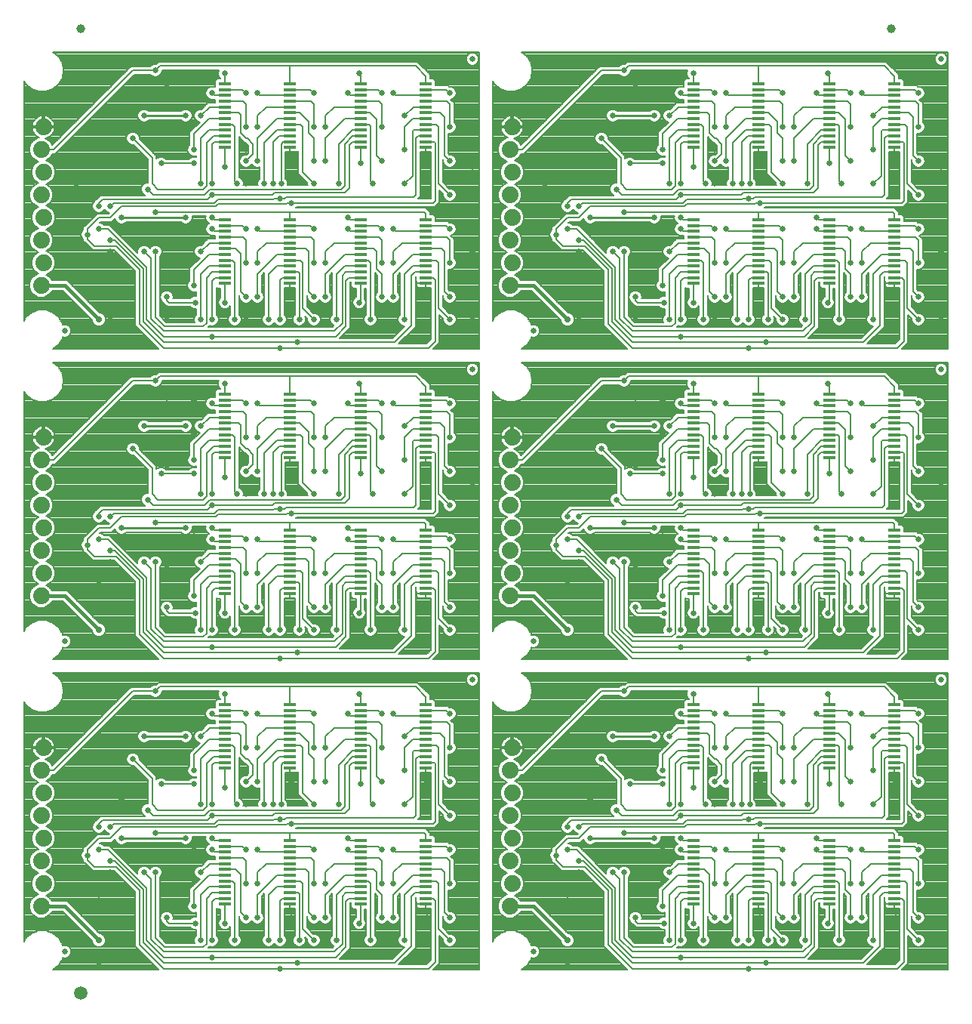
<source format=gbl>
G75*
%MOIN*%
%OFA0B0*%
%FSLAX25Y25*%
%IPPOS*%
%LPD*%
%AMOC8*
5,1,8,0,0,1.08239X$1,22.5*
%
%ADD10C,0.07400*%
%ADD11R,0.05500X0.01370*%
%ADD12C,0.02500*%
%ADD13C,0.03937*%
%ADD14C,0.05906*%
%ADD15C,0.00700*%
%ADD16C,0.02600*%
%ADD17C,0.01000*%
%ADD18C,0.00600*%
%ADD19C,0.02900*%
%ADD20C,0.01600*%
D10*
X0038000Y0058500D03*
X0039000Y0068500D03*
X0038000Y0078500D03*
X0039000Y0088500D03*
X0038000Y0098500D03*
X0039000Y0108500D03*
X0038000Y0118500D03*
X0039000Y0128500D03*
X0038000Y0195500D03*
X0039000Y0205500D03*
X0038000Y0215500D03*
X0039000Y0225500D03*
X0038000Y0235500D03*
X0039000Y0245500D03*
X0038000Y0255500D03*
X0039000Y0265500D03*
X0038000Y0332500D03*
X0039000Y0342500D03*
X0038000Y0352500D03*
X0039000Y0362500D03*
X0038000Y0372500D03*
X0039000Y0382500D03*
X0038000Y0392500D03*
X0039000Y0402500D03*
X0245000Y0392500D03*
X0246000Y0382500D03*
X0245000Y0372500D03*
X0246000Y0362500D03*
X0245000Y0352500D03*
X0246000Y0342500D03*
X0245000Y0332500D03*
X0246000Y0265500D03*
X0245000Y0255500D03*
X0246000Y0245500D03*
X0245000Y0235500D03*
X0246000Y0225500D03*
X0245000Y0215500D03*
X0246000Y0205500D03*
X0245000Y0195500D03*
X0246000Y0128500D03*
X0245000Y0118500D03*
X0246000Y0108500D03*
X0245000Y0098500D03*
X0246000Y0088500D03*
X0245000Y0078500D03*
X0246000Y0068500D03*
X0245000Y0058500D03*
X0246000Y0402500D03*
D11*
X0207894Y0403661D03*
X0207894Y0401102D03*
X0207894Y0398543D03*
X0207894Y0395984D03*
X0207894Y0393425D03*
X0207894Y0406220D03*
X0207894Y0408780D03*
X0207894Y0411339D03*
X0207894Y0413898D03*
X0207894Y0416457D03*
X0207894Y0419016D03*
X0207894Y0421575D03*
X0179106Y0421575D03*
X0179106Y0419016D03*
X0179106Y0416457D03*
X0179106Y0413898D03*
X0179106Y0411339D03*
X0179106Y0408780D03*
X0179106Y0406220D03*
X0179106Y0403661D03*
X0179106Y0401102D03*
X0179106Y0398543D03*
X0179106Y0395984D03*
X0179106Y0393425D03*
X0147894Y0393425D03*
X0147894Y0395984D03*
X0147894Y0398543D03*
X0147894Y0401102D03*
X0147894Y0403661D03*
X0147894Y0406220D03*
X0147894Y0408780D03*
X0147894Y0411339D03*
X0147894Y0413898D03*
X0147894Y0416457D03*
X0147894Y0419016D03*
X0147894Y0421575D03*
X0119106Y0421575D03*
X0119106Y0419016D03*
X0119106Y0416457D03*
X0119106Y0413898D03*
X0119106Y0411339D03*
X0119106Y0408780D03*
X0119106Y0406220D03*
X0119106Y0403661D03*
X0119106Y0401102D03*
X0119106Y0398543D03*
X0119106Y0395984D03*
X0119106Y0393425D03*
X0119106Y0361575D03*
X0119106Y0359016D03*
X0119106Y0356457D03*
X0119106Y0353898D03*
X0119106Y0351339D03*
X0119106Y0348780D03*
X0119106Y0346220D03*
X0119106Y0343661D03*
X0119106Y0341102D03*
X0119106Y0338543D03*
X0119106Y0335984D03*
X0119106Y0333425D03*
X0147894Y0333425D03*
X0147894Y0335984D03*
X0147894Y0338543D03*
X0147894Y0341102D03*
X0147894Y0343661D03*
X0147894Y0346220D03*
X0147894Y0348780D03*
X0147894Y0351339D03*
X0147894Y0353898D03*
X0147894Y0356457D03*
X0147894Y0359016D03*
X0147894Y0361575D03*
X0179106Y0361575D03*
X0179106Y0359016D03*
X0179106Y0356457D03*
X0179106Y0353898D03*
X0179106Y0351339D03*
X0179106Y0348780D03*
X0179106Y0346220D03*
X0179106Y0343661D03*
X0179106Y0341102D03*
X0179106Y0338543D03*
X0179106Y0335984D03*
X0179106Y0333425D03*
X0207894Y0333425D03*
X0207894Y0335984D03*
X0207894Y0338543D03*
X0207894Y0341102D03*
X0207894Y0343661D03*
X0207894Y0346220D03*
X0207894Y0348780D03*
X0207894Y0351339D03*
X0207894Y0353898D03*
X0207894Y0356457D03*
X0207894Y0359016D03*
X0207894Y0361575D03*
X0207894Y0284575D03*
X0207894Y0282016D03*
X0207894Y0279457D03*
X0207894Y0276898D03*
X0207894Y0274339D03*
X0207894Y0271780D03*
X0207894Y0269220D03*
X0207894Y0266661D03*
X0207894Y0264102D03*
X0207894Y0261543D03*
X0207894Y0258984D03*
X0207894Y0256425D03*
X0179106Y0256425D03*
X0179106Y0258984D03*
X0179106Y0261543D03*
X0179106Y0264102D03*
X0179106Y0266661D03*
X0179106Y0269220D03*
X0179106Y0271780D03*
X0179106Y0274339D03*
X0179106Y0276898D03*
X0179106Y0279457D03*
X0179106Y0282016D03*
X0179106Y0284575D03*
X0147894Y0284575D03*
X0147894Y0282016D03*
X0147894Y0279457D03*
X0147894Y0276898D03*
X0147894Y0274339D03*
X0147894Y0271780D03*
X0147894Y0269220D03*
X0147894Y0266661D03*
X0147894Y0264102D03*
X0147894Y0261543D03*
X0147894Y0258984D03*
X0147894Y0256425D03*
X0119106Y0256425D03*
X0119106Y0258984D03*
X0119106Y0261543D03*
X0119106Y0264102D03*
X0119106Y0266661D03*
X0119106Y0269220D03*
X0119106Y0271780D03*
X0119106Y0274339D03*
X0119106Y0276898D03*
X0119106Y0279457D03*
X0119106Y0282016D03*
X0119106Y0284575D03*
X0119106Y0224575D03*
X0119106Y0222016D03*
X0119106Y0219457D03*
X0119106Y0216898D03*
X0119106Y0214339D03*
X0119106Y0211780D03*
X0119106Y0209220D03*
X0119106Y0206661D03*
X0119106Y0204102D03*
X0119106Y0201543D03*
X0119106Y0198984D03*
X0119106Y0196425D03*
X0147894Y0196425D03*
X0147894Y0198984D03*
X0147894Y0201543D03*
X0147894Y0204102D03*
X0147894Y0206661D03*
X0147894Y0209220D03*
X0147894Y0211780D03*
X0147894Y0214339D03*
X0147894Y0216898D03*
X0147894Y0219457D03*
X0147894Y0222016D03*
X0147894Y0224575D03*
X0179106Y0224575D03*
X0179106Y0222016D03*
X0179106Y0219457D03*
X0179106Y0216898D03*
X0179106Y0214339D03*
X0179106Y0211780D03*
X0179106Y0209220D03*
X0179106Y0206661D03*
X0179106Y0204102D03*
X0179106Y0201543D03*
X0179106Y0198984D03*
X0179106Y0196425D03*
X0207894Y0196425D03*
X0207894Y0198984D03*
X0207894Y0201543D03*
X0207894Y0204102D03*
X0207894Y0206661D03*
X0207894Y0209220D03*
X0207894Y0211780D03*
X0207894Y0214339D03*
X0207894Y0216898D03*
X0207894Y0219457D03*
X0207894Y0222016D03*
X0207894Y0224575D03*
X0207894Y0147575D03*
X0207894Y0145016D03*
X0207894Y0142457D03*
X0207894Y0139898D03*
X0207894Y0137339D03*
X0207894Y0134780D03*
X0207894Y0132220D03*
X0207894Y0129661D03*
X0207894Y0127102D03*
X0207894Y0124543D03*
X0207894Y0121984D03*
X0207894Y0119425D03*
X0179106Y0119425D03*
X0179106Y0121984D03*
X0179106Y0124543D03*
X0179106Y0127102D03*
X0179106Y0129661D03*
X0179106Y0132220D03*
X0179106Y0134780D03*
X0179106Y0137339D03*
X0179106Y0139898D03*
X0179106Y0142457D03*
X0179106Y0145016D03*
X0179106Y0147575D03*
X0147894Y0147575D03*
X0147894Y0145016D03*
X0147894Y0142457D03*
X0147894Y0139898D03*
X0147894Y0137339D03*
X0147894Y0134780D03*
X0147894Y0132220D03*
X0147894Y0129661D03*
X0147894Y0127102D03*
X0147894Y0124543D03*
X0147894Y0121984D03*
X0147894Y0119425D03*
X0119106Y0119425D03*
X0119106Y0121984D03*
X0119106Y0124543D03*
X0119106Y0127102D03*
X0119106Y0129661D03*
X0119106Y0132220D03*
X0119106Y0134780D03*
X0119106Y0137339D03*
X0119106Y0139898D03*
X0119106Y0142457D03*
X0119106Y0145016D03*
X0119106Y0147575D03*
X0119106Y0087575D03*
X0119106Y0085016D03*
X0119106Y0082457D03*
X0119106Y0079898D03*
X0119106Y0077339D03*
X0119106Y0074780D03*
X0119106Y0072220D03*
X0119106Y0069661D03*
X0119106Y0067102D03*
X0119106Y0064543D03*
X0119106Y0061984D03*
X0119106Y0059425D03*
X0147894Y0059425D03*
X0147894Y0061984D03*
X0147894Y0064543D03*
X0147894Y0067102D03*
X0147894Y0069661D03*
X0147894Y0072220D03*
X0147894Y0074780D03*
X0147894Y0077339D03*
X0147894Y0079898D03*
X0147894Y0082457D03*
X0147894Y0085016D03*
X0147894Y0087575D03*
X0179106Y0087575D03*
X0179106Y0085016D03*
X0179106Y0082457D03*
X0179106Y0079898D03*
X0179106Y0077339D03*
X0179106Y0074780D03*
X0179106Y0072220D03*
X0179106Y0069661D03*
X0179106Y0067102D03*
X0179106Y0064543D03*
X0179106Y0061984D03*
X0179106Y0059425D03*
X0207894Y0059425D03*
X0207894Y0061984D03*
X0207894Y0064543D03*
X0207894Y0067102D03*
X0207894Y0069661D03*
X0207894Y0072220D03*
X0207894Y0074780D03*
X0207894Y0077339D03*
X0207894Y0079898D03*
X0207894Y0082457D03*
X0207894Y0085016D03*
X0207894Y0087575D03*
X0326106Y0087575D03*
X0326106Y0085016D03*
X0326106Y0082457D03*
X0326106Y0079898D03*
X0326106Y0077339D03*
X0326106Y0074780D03*
X0326106Y0072220D03*
X0326106Y0069661D03*
X0326106Y0067102D03*
X0326106Y0064543D03*
X0326106Y0061984D03*
X0326106Y0059425D03*
X0354894Y0059425D03*
X0354894Y0061984D03*
X0354894Y0064543D03*
X0354894Y0067102D03*
X0354894Y0069661D03*
X0354894Y0072220D03*
X0354894Y0074780D03*
X0354894Y0077339D03*
X0354894Y0079898D03*
X0354894Y0082457D03*
X0354894Y0085016D03*
X0354894Y0087575D03*
X0386106Y0087575D03*
X0386106Y0085016D03*
X0386106Y0082457D03*
X0386106Y0079898D03*
X0386106Y0077339D03*
X0386106Y0074780D03*
X0386106Y0072220D03*
X0386106Y0069661D03*
X0386106Y0067102D03*
X0386106Y0064543D03*
X0386106Y0061984D03*
X0386106Y0059425D03*
X0414894Y0059425D03*
X0414894Y0061984D03*
X0414894Y0064543D03*
X0414894Y0067102D03*
X0414894Y0069661D03*
X0414894Y0072220D03*
X0414894Y0074780D03*
X0414894Y0077339D03*
X0414894Y0079898D03*
X0414894Y0082457D03*
X0414894Y0085016D03*
X0414894Y0087575D03*
X0414894Y0119425D03*
X0414894Y0121984D03*
X0414894Y0124543D03*
X0414894Y0127102D03*
X0414894Y0129661D03*
X0414894Y0132220D03*
X0414894Y0134780D03*
X0414894Y0137339D03*
X0414894Y0139898D03*
X0414894Y0142457D03*
X0414894Y0145016D03*
X0414894Y0147575D03*
X0386106Y0147575D03*
X0386106Y0145016D03*
X0386106Y0142457D03*
X0386106Y0139898D03*
X0386106Y0137339D03*
X0386106Y0134780D03*
X0386106Y0132220D03*
X0386106Y0129661D03*
X0386106Y0127102D03*
X0386106Y0124543D03*
X0386106Y0121984D03*
X0386106Y0119425D03*
X0354894Y0119425D03*
X0354894Y0121984D03*
X0354894Y0124543D03*
X0354894Y0127102D03*
X0354894Y0129661D03*
X0354894Y0132220D03*
X0354894Y0134780D03*
X0354894Y0137339D03*
X0354894Y0139898D03*
X0354894Y0142457D03*
X0354894Y0145016D03*
X0354894Y0147575D03*
X0326106Y0147575D03*
X0326106Y0145016D03*
X0326106Y0142457D03*
X0326106Y0139898D03*
X0326106Y0137339D03*
X0326106Y0134780D03*
X0326106Y0132220D03*
X0326106Y0129661D03*
X0326106Y0127102D03*
X0326106Y0124543D03*
X0326106Y0121984D03*
X0326106Y0119425D03*
X0326106Y0196425D03*
X0326106Y0198984D03*
X0326106Y0201543D03*
X0326106Y0204102D03*
X0326106Y0206661D03*
X0326106Y0209220D03*
X0326106Y0211780D03*
X0326106Y0214339D03*
X0326106Y0216898D03*
X0326106Y0219457D03*
X0326106Y0222016D03*
X0326106Y0224575D03*
X0354894Y0224575D03*
X0354894Y0222016D03*
X0354894Y0219457D03*
X0354894Y0216898D03*
X0354894Y0214339D03*
X0354894Y0211780D03*
X0354894Y0209220D03*
X0354894Y0206661D03*
X0354894Y0204102D03*
X0354894Y0201543D03*
X0354894Y0198984D03*
X0354894Y0196425D03*
X0386106Y0196425D03*
X0386106Y0198984D03*
X0386106Y0201543D03*
X0386106Y0204102D03*
X0386106Y0206661D03*
X0386106Y0209220D03*
X0386106Y0211780D03*
X0386106Y0214339D03*
X0386106Y0216898D03*
X0386106Y0219457D03*
X0386106Y0222016D03*
X0386106Y0224575D03*
X0414894Y0224575D03*
X0414894Y0222016D03*
X0414894Y0219457D03*
X0414894Y0216898D03*
X0414894Y0214339D03*
X0414894Y0211780D03*
X0414894Y0209220D03*
X0414894Y0206661D03*
X0414894Y0204102D03*
X0414894Y0201543D03*
X0414894Y0198984D03*
X0414894Y0196425D03*
X0414894Y0256425D03*
X0414894Y0258984D03*
X0414894Y0261543D03*
X0414894Y0264102D03*
X0414894Y0266661D03*
X0414894Y0269220D03*
X0414894Y0271780D03*
X0414894Y0274339D03*
X0414894Y0276898D03*
X0414894Y0279457D03*
X0414894Y0282016D03*
X0414894Y0284575D03*
X0386106Y0284575D03*
X0386106Y0282016D03*
X0386106Y0279457D03*
X0386106Y0276898D03*
X0386106Y0274339D03*
X0386106Y0271780D03*
X0386106Y0269220D03*
X0386106Y0266661D03*
X0386106Y0264102D03*
X0386106Y0261543D03*
X0386106Y0258984D03*
X0386106Y0256425D03*
X0354894Y0256425D03*
X0354894Y0258984D03*
X0354894Y0261543D03*
X0354894Y0264102D03*
X0354894Y0266661D03*
X0354894Y0269220D03*
X0354894Y0271780D03*
X0354894Y0274339D03*
X0354894Y0276898D03*
X0354894Y0279457D03*
X0354894Y0282016D03*
X0354894Y0284575D03*
X0326106Y0284575D03*
X0326106Y0282016D03*
X0326106Y0279457D03*
X0326106Y0276898D03*
X0326106Y0274339D03*
X0326106Y0271780D03*
X0326106Y0269220D03*
X0326106Y0266661D03*
X0326106Y0264102D03*
X0326106Y0261543D03*
X0326106Y0258984D03*
X0326106Y0256425D03*
X0326106Y0333425D03*
X0326106Y0335984D03*
X0326106Y0338543D03*
X0326106Y0341102D03*
X0326106Y0343661D03*
X0326106Y0346220D03*
X0326106Y0348780D03*
X0326106Y0351339D03*
X0326106Y0353898D03*
X0326106Y0356457D03*
X0326106Y0359016D03*
X0326106Y0361575D03*
X0354894Y0361575D03*
X0354894Y0359016D03*
X0354894Y0356457D03*
X0354894Y0353898D03*
X0354894Y0351339D03*
X0354894Y0348780D03*
X0354894Y0346220D03*
X0354894Y0343661D03*
X0354894Y0341102D03*
X0354894Y0338543D03*
X0354894Y0335984D03*
X0354894Y0333425D03*
X0386106Y0333425D03*
X0386106Y0335984D03*
X0386106Y0338543D03*
X0386106Y0341102D03*
X0386106Y0343661D03*
X0386106Y0346220D03*
X0386106Y0348780D03*
X0386106Y0351339D03*
X0386106Y0353898D03*
X0386106Y0356457D03*
X0386106Y0359016D03*
X0386106Y0361575D03*
X0414894Y0361575D03*
X0414894Y0359016D03*
X0414894Y0356457D03*
X0414894Y0353898D03*
X0414894Y0351339D03*
X0414894Y0348780D03*
X0414894Y0346220D03*
X0414894Y0343661D03*
X0414894Y0341102D03*
X0414894Y0338543D03*
X0414894Y0335984D03*
X0414894Y0333425D03*
X0414894Y0393425D03*
X0414894Y0395984D03*
X0414894Y0398543D03*
X0414894Y0401102D03*
X0414894Y0403661D03*
X0414894Y0406220D03*
X0414894Y0408780D03*
X0414894Y0411339D03*
X0414894Y0413898D03*
X0414894Y0416457D03*
X0414894Y0419016D03*
X0414894Y0421575D03*
X0386106Y0421575D03*
X0386106Y0419016D03*
X0386106Y0416457D03*
X0386106Y0413898D03*
X0386106Y0411339D03*
X0386106Y0408780D03*
X0386106Y0406220D03*
X0386106Y0403661D03*
X0386106Y0401102D03*
X0386106Y0398543D03*
X0386106Y0395984D03*
X0386106Y0393425D03*
X0354894Y0393425D03*
X0354894Y0395984D03*
X0354894Y0398543D03*
X0354894Y0401102D03*
X0354894Y0403661D03*
X0354894Y0406220D03*
X0354894Y0408780D03*
X0354894Y0411339D03*
X0354894Y0413898D03*
X0354894Y0416457D03*
X0354894Y0419016D03*
X0354894Y0421575D03*
X0326106Y0421575D03*
X0326106Y0419016D03*
X0326106Y0416457D03*
X0326106Y0413898D03*
X0326106Y0411339D03*
X0326106Y0408780D03*
X0326106Y0406220D03*
X0326106Y0403661D03*
X0326106Y0401102D03*
X0326106Y0398543D03*
X0326106Y0395984D03*
X0326106Y0393425D03*
D12*
X0255500Y0312500D03*
X0228500Y0295500D03*
X0255500Y0175500D03*
X0228500Y0158500D03*
X0255500Y0038500D03*
X0435500Y0158500D03*
X0435500Y0295500D03*
X0435500Y0432500D03*
X0228500Y0432500D03*
X0048500Y0312500D03*
X0048500Y0175500D03*
X0048500Y0038500D03*
D13*
X0055500Y0445750D03*
X0413500Y0445750D03*
D14*
X0055500Y0020250D03*
D15*
X0045695Y0032462D02*
X0043237Y0030400D01*
X0089984Y0030400D01*
X0079650Y0040734D01*
X0079650Y0064734D01*
X0070234Y0074150D01*
X0060734Y0074150D01*
X0057734Y0077150D01*
X0056650Y0078234D01*
X0056650Y0078819D01*
X0056084Y0079386D01*
X0055650Y0080433D01*
X0055650Y0081567D01*
X0056084Y0082614D01*
X0056650Y0083180D01*
X0056650Y0084266D01*
X0057734Y0085350D01*
X0062734Y0090350D01*
X0067734Y0090350D01*
X0068034Y0090650D01*
X0067933Y0090650D01*
X0066886Y0091084D01*
X0066084Y0091886D01*
X0066000Y0092088D01*
X0065916Y0091886D01*
X0065114Y0091084D01*
X0064067Y0090650D01*
X0062933Y0090650D01*
X0061886Y0091084D01*
X0061084Y0091886D01*
X0060650Y0092933D01*
X0060650Y0094067D01*
X0061084Y0095114D01*
X0061650Y0095680D01*
X0061650Y0095766D01*
X0062734Y0096850D01*
X0064234Y0098350D01*
X0083950Y0098350D01*
X0083386Y0098584D01*
X0082584Y0099386D01*
X0082150Y0100433D01*
X0082150Y0101567D01*
X0082584Y0102614D01*
X0083386Y0103416D01*
X0084433Y0103850D01*
X0085150Y0103850D01*
X0085150Y0114234D01*
X0078734Y0120650D01*
X0077933Y0120650D01*
X0076886Y0121084D01*
X0076084Y0121886D01*
X0075650Y0122933D01*
X0075650Y0124067D01*
X0076084Y0125114D01*
X0076886Y0125916D01*
X0077933Y0126350D01*
X0079067Y0126350D01*
X0080114Y0125916D01*
X0080916Y0125114D01*
X0081350Y0124067D01*
X0081350Y0123266D01*
X0088850Y0115766D01*
X0088850Y0114380D01*
X0089386Y0114916D01*
X0090433Y0115350D01*
X0091567Y0115350D01*
X0092614Y0114916D01*
X0093180Y0114350D01*
X0103319Y0114350D01*
X0103886Y0114916D01*
X0104933Y0115350D01*
X0106067Y0115350D01*
X0106650Y0115108D01*
X0106650Y0115892D01*
X0106067Y0115650D01*
X0104933Y0115650D01*
X0103886Y0116084D01*
X0103084Y0116886D01*
X0102650Y0117933D01*
X0102650Y0119067D01*
X0103084Y0120114D01*
X0103650Y0120680D01*
X0103650Y0126266D01*
X0108034Y0130650D01*
X0107933Y0130650D01*
X0106886Y0131084D01*
X0106084Y0131886D01*
X0105650Y0132933D01*
X0105650Y0134067D01*
X0106084Y0135114D01*
X0106886Y0135916D01*
X0107933Y0136350D01*
X0108734Y0136350D01*
X0111572Y0139189D01*
X0114806Y0139189D01*
X0114806Y0140607D01*
X0113777Y0140607D01*
X0113734Y0140650D01*
X0112933Y0140650D01*
X0111886Y0141084D01*
X0111084Y0141886D01*
X0110650Y0142933D01*
X0110650Y0144067D01*
X0111084Y0145114D01*
X0111886Y0145916D01*
X0112933Y0146350D01*
X0114067Y0146350D01*
X0114806Y0146044D01*
X0114806Y0148902D01*
X0115714Y0149810D01*
X0117256Y0149810D01*
X0117256Y0149953D01*
X0116584Y0150626D01*
X0116150Y0151673D01*
X0116150Y0152807D01*
X0116499Y0153650D01*
X0091350Y0153650D01*
X0091350Y0152933D01*
X0090916Y0151886D01*
X0090114Y0151084D01*
X0089067Y0150650D01*
X0087933Y0150650D01*
X0086886Y0151084D01*
X0086319Y0151650D01*
X0079266Y0151650D01*
X0045350Y0117734D01*
X0044266Y0116650D01*
X0042916Y0116650D01*
X0042451Y0115526D01*
X0040974Y0114049D01*
X0040148Y0113707D01*
X0041974Y0112951D01*
X0043451Y0111474D01*
X0044250Y0109544D01*
X0044250Y0107456D01*
X0043451Y0105526D01*
X0041974Y0104049D01*
X0040148Y0103293D01*
X0040974Y0102951D01*
X0042451Y0101474D01*
X0043250Y0099544D01*
X0043250Y0097456D01*
X0042451Y0095526D01*
X0040974Y0094049D01*
X0040148Y0093707D01*
X0041974Y0092951D01*
X0043451Y0091474D01*
X0044250Y0089544D01*
X0044250Y0087456D01*
X0043451Y0085526D01*
X0041974Y0084049D01*
X0040148Y0083293D01*
X0040974Y0082951D01*
X0042451Y0081474D01*
X0043250Y0079544D01*
X0043250Y0077456D01*
X0042451Y0075526D01*
X0040974Y0074049D01*
X0040148Y0073707D01*
X0041974Y0072951D01*
X0043451Y0071474D01*
X0044250Y0069544D01*
X0044250Y0067456D01*
X0043451Y0065526D01*
X0041974Y0064049D01*
X0040148Y0063293D01*
X0040974Y0062951D01*
X0042451Y0061474D01*
X0042709Y0060850D01*
X0049473Y0060850D01*
X0050850Y0059473D01*
X0063823Y0046500D01*
X0064097Y0046500D01*
X0065199Y0046043D01*
X0066043Y0045199D01*
X0066500Y0044097D01*
X0066500Y0042903D01*
X0066043Y0041801D01*
X0065199Y0040957D01*
X0064097Y0040500D01*
X0062903Y0040500D01*
X0061801Y0040957D01*
X0060957Y0041801D01*
X0060500Y0042903D01*
X0060500Y0043177D01*
X0047527Y0056150D01*
X0042709Y0056150D01*
X0042451Y0055526D01*
X0040974Y0054049D01*
X0039044Y0053250D01*
X0036956Y0053250D01*
X0035026Y0054049D01*
X0033549Y0055526D01*
X0032750Y0057456D01*
X0032750Y0059544D01*
X0033549Y0061474D01*
X0035026Y0062951D01*
X0036852Y0063707D01*
X0036026Y0064049D01*
X0034549Y0065526D01*
X0033750Y0067456D01*
X0033750Y0069544D01*
X0034549Y0071474D01*
X0036026Y0072951D01*
X0036852Y0073293D01*
X0035026Y0074049D01*
X0033549Y0075526D01*
X0032750Y0077456D01*
X0032750Y0079544D01*
X0033549Y0081474D01*
X0035026Y0082951D01*
X0036852Y0083707D01*
X0036026Y0084049D01*
X0034549Y0085526D01*
X0033750Y0087456D01*
X0033750Y0089544D01*
X0034549Y0091474D01*
X0036026Y0092951D01*
X0036852Y0093293D01*
X0035026Y0094049D01*
X0033549Y0095526D01*
X0032750Y0097456D01*
X0032750Y0099544D01*
X0033549Y0101474D01*
X0035026Y0102951D01*
X0036852Y0103707D01*
X0036026Y0104049D01*
X0034549Y0105526D01*
X0033750Y0107456D01*
X0033750Y0109544D01*
X0034549Y0111474D01*
X0036026Y0112951D01*
X0036852Y0113293D01*
X0035026Y0114049D01*
X0033549Y0115526D01*
X0032750Y0117456D01*
X0032750Y0119544D01*
X0033549Y0121474D01*
X0035026Y0122951D01*
X0036956Y0123750D01*
X0037277Y0123750D01*
X0037061Y0123820D01*
X0036353Y0124181D01*
X0035710Y0124648D01*
X0035148Y0125210D01*
X0034681Y0125853D01*
X0034320Y0126561D01*
X0034074Y0127317D01*
X0033950Y0128103D01*
X0033950Y0128150D01*
X0038650Y0128150D01*
X0038650Y0128850D01*
X0038650Y0133550D01*
X0038603Y0133550D01*
X0037817Y0133426D01*
X0037061Y0133180D01*
X0036353Y0132819D01*
X0035710Y0132352D01*
X0035148Y0131790D01*
X0034681Y0131147D01*
X0034320Y0130439D01*
X0034074Y0129683D01*
X0033950Y0128897D01*
X0033950Y0128850D01*
X0038650Y0128850D01*
X0039350Y0128850D01*
X0039350Y0133550D01*
X0039397Y0133550D01*
X0040183Y0133426D01*
X0040939Y0133180D01*
X0041647Y0132819D01*
X0042290Y0132352D01*
X0042852Y0131790D01*
X0043319Y0131147D01*
X0043680Y0130439D01*
X0043926Y0129683D01*
X0044050Y0128897D01*
X0044050Y0128850D01*
X0039350Y0128850D01*
X0039350Y0128150D01*
X0044050Y0128150D01*
X0044050Y0128103D01*
X0043926Y0127317D01*
X0043680Y0126561D01*
X0043319Y0125853D01*
X0042852Y0125210D01*
X0042290Y0124648D01*
X0041647Y0124181D01*
X0040939Y0123820D01*
X0040183Y0123574D01*
X0039666Y0123493D01*
X0040974Y0122951D01*
X0042451Y0121474D01*
X0042863Y0120479D01*
X0076650Y0154266D01*
X0077734Y0155350D01*
X0086319Y0155350D01*
X0086886Y0155916D01*
X0087933Y0156350D01*
X0088734Y0156350D01*
X0089734Y0157350D01*
X0204160Y0157350D01*
X0209744Y0151766D01*
X0209744Y0149810D01*
X0211286Y0149810D01*
X0212194Y0148902D01*
X0212194Y0146866D01*
X0217751Y0146866D01*
X0218266Y0146350D01*
X0219067Y0146350D01*
X0220114Y0145916D01*
X0220916Y0145114D01*
X0221350Y0144067D01*
X0221350Y0142933D01*
X0220916Y0141886D01*
X0220114Y0141084D01*
X0219067Y0140650D01*
X0218966Y0140650D01*
X0219266Y0140350D01*
X0220350Y0139266D01*
X0220350Y0130680D01*
X0220916Y0130114D01*
X0221350Y0129067D01*
X0221350Y0127933D01*
X0220916Y0126886D01*
X0220114Y0126084D01*
X0219067Y0125650D01*
X0217933Y0125650D01*
X0217850Y0125684D01*
X0217850Y0116766D01*
X0218266Y0116350D01*
X0219067Y0116350D01*
X0220114Y0115916D01*
X0220916Y0115114D01*
X0221350Y0114067D01*
X0221350Y0112933D01*
X0220916Y0111886D01*
X0220114Y0111084D01*
X0219067Y0110650D01*
X0217933Y0110650D01*
X0216886Y0111084D01*
X0216084Y0111886D01*
X0215650Y0112933D01*
X0215650Y0113734D01*
X0215350Y0114034D01*
X0215350Y0104266D01*
X0218266Y0101350D01*
X0219067Y0101350D01*
X0220114Y0100916D01*
X0220916Y0100114D01*
X0221350Y0099067D01*
X0221350Y0097933D01*
X0220916Y0096886D01*
X0220114Y0096084D01*
X0219067Y0095650D01*
X0217933Y0095650D01*
X0216886Y0096084D01*
X0216084Y0096886D01*
X0215650Y0097933D01*
X0215650Y0098734D01*
X0213850Y0100534D01*
X0213850Y0095234D01*
X0211766Y0093150D01*
X0150680Y0093150D01*
X0150380Y0092850D01*
X0207766Y0092850D01*
X0208850Y0091766D01*
X0209744Y0090873D01*
X0209744Y0089810D01*
X0211286Y0089810D01*
X0212194Y0088902D01*
X0212194Y0086866D01*
X0217751Y0086866D01*
X0218266Y0086350D01*
X0219067Y0086350D01*
X0220114Y0085916D01*
X0220916Y0085114D01*
X0221350Y0084067D01*
X0221350Y0082933D01*
X0220916Y0081886D01*
X0220114Y0081084D01*
X0219067Y0080650D01*
X0218966Y0080650D01*
X0219266Y0080350D01*
X0220350Y0079266D01*
X0220350Y0070680D01*
X0220916Y0070114D01*
X0221350Y0069067D01*
X0221350Y0067933D01*
X0220916Y0066886D01*
X0220114Y0066084D01*
X0219067Y0065650D01*
X0217933Y0065650D01*
X0217850Y0065684D01*
X0217850Y0056766D01*
X0218266Y0056350D01*
X0219067Y0056350D01*
X0220114Y0055916D01*
X0220916Y0055114D01*
X0221350Y0054067D01*
X0221350Y0052933D01*
X0220916Y0051886D01*
X0220114Y0051084D01*
X0219067Y0050650D01*
X0217933Y0050650D01*
X0216886Y0051084D01*
X0216084Y0051886D01*
X0215650Y0052933D01*
X0215650Y0053734D01*
X0215350Y0054034D01*
X0215350Y0049266D01*
X0218266Y0046350D01*
X0219067Y0046350D01*
X0220114Y0045916D01*
X0220916Y0045114D01*
X0221350Y0044067D01*
X0221350Y0042933D01*
X0220916Y0041886D01*
X0220114Y0041084D01*
X0219067Y0040650D01*
X0217933Y0040650D01*
X0216886Y0041084D01*
X0216084Y0041886D01*
X0215650Y0042933D01*
X0215650Y0043734D01*
X0213850Y0045534D01*
X0213850Y0033234D01*
X0212766Y0032150D01*
X0212766Y0032150D01*
X0211016Y0030400D01*
X0231600Y0030400D01*
X0231600Y0161600D01*
X0043237Y0161600D01*
X0045695Y0159538D01*
X0045695Y0159537D01*
X0047326Y0156712D01*
X0047326Y0156712D01*
X0047893Y0153500D01*
X0047893Y0153500D01*
X0047326Y0150288D01*
X0047326Y0150288D01*
X0045695Y0147463D01*
X0045695Y0147462D01*
X0045695Y0147462D01*
X0043196Y0145366D01*
X0043196Y0145366D01*
X0040131Y0144250D01*
X0036869Y0144250D01*
X0033804Y0145366D01*
X0033804Y0145366D01*
X0031305Y0147462D01*
X0031305Y0147463D01*
X0030400Y0149030D01*
X0030400Y0042970D01*
X0031305Y0044537D01*
X0031305Y0044537D01*
X0031305Y0044537D01*
X0033804Y0046634D01*
X0033804Y0046634D01*
X0036869Y0047750D01*
X0040131Y0047750D01*
X0043196Y0046634D01*
X0043196Y0046634D01*
X0045695Y0044537D01*
X0045695Y0044537D01*
X0047326Y0041712D01*
X0047326Y0041712D01*
X0047436Y0041090D01*
X0047943Y0041300D01*
X0049057Y0041300D01*
X0050086Y0040874D01*
X0050874Y0040086D01*
X0051300Y0039057D01*
X0051300Y0037943D01*
X0050874Y0036914D01*
X0050086Y0036126D01*
X0049057Y0035700D01*
X0047943Y0035700D01*
X0047436Y0035910D01*
X0047326Y0035288D01*
X0047326Y0035288D01*
X0045695Y0032462D01*
X0045695Y0032462D01*
X0045695Y0032462D01*
X0045827Y0032691D02*
X0087693Y0032691D01*
X0088391Y0031993D02*
X0045135Y0031993D01*
X0044303Y0031294D02*
X0089090Y0031294D01*
X0089788Y0030596D02*
X0043470Y0030596D01*
X0046230Y0033390D02*
X0086994Y0033390D01*
X0086296Y0034088D02*
X0046634Y0034088D01*
X0047037Y0034787D02*
X0085597Y0034787D01*
X0084899Y0035485D02*
X0047361Y0035485D01*
X0050143Y0036184D02*
X0084200Y0036184D01*
X0083502Y0036882D02*
X0050842Y0036882D01*
X0051150Y0037581D02*
X0082803Y0037581D01*
X0082105Y0038279D02*
X0051300Y0038279D01*
X0051300Y0038978D02*
X0081406Y0038978D01*
X0080708Y0039676D02*
X0051044Y0039676D01*
X0050585Y0040375D02*
X0080009Y0040375D01*
X0079650Y0041073D02*
X0065316Y0041073D01*
X0066014Y0041772D02*
X0079650Y0041772D01*
X0079650Y0042470D02*
X0066321Y0042470D01*
X0066500Y0043169D02*
X0079650Y0043169D01*
X0079650Y0043867D02*
X0066500Y0043867D01*
X0066306Y0044566D02*
X0079650Y0044566D01*
X0079650Y0045264D02*
X0065978Y0045264D01*
X0065280Y0045963D02*
X0079650Y0045963D01*
X0079650Y0046661D02*
X0063662Y0046661D01*
X0062964Y0047360D02*
X0079650Y0047360D01*
X0079650Y0048058D02*
X0062265Y0048058D01*
X0061567Y0048757D02*
X0079650Y0048757D01*
X0079650Y0049455D02*
X0060868Y0049455D01*
X0060170Y0050154D02*
X0079650Y0050154D01*
X0079650Y0050852D02*
X0059471Y0050852D01*
X0058773Y0051551D02*
X0079650Y0051551D01*
X0079650Y0052249D02*
X0058074Y0052249D01*
X0057375Y0052948D02*
X0079650Y0052948D01*
X0079650Y0053646D02*
X0056677Y0053646D01*
X0055978Y0054345D02*
X0079650Y0054345D01*
X0079650Y0055043D02*
X0055280Y0055043D01*
X0054581Y0055742D02*
X0079650Y0055742D01*
X0079650Y0056440D02*
X0053883Y0056440D01*
X0053184Y0057139D02*
X0079650Y0057139D01*
X0079650Y0057837D02*
X0052486Y0057837D01*
X0051787Y0058536D02*
X0079650Y0058536D01*
X0079650Y0059234D02*
X0051089Y0059234D01*
X0050390Y0059933D02*
X0079650Y0059933D01*
X0079650Y0060632D02*
X0049692Y0060632D01*
X0047935Y0055742D02*
X0042540Y0055742D01*
X0041968Y0055043D02*
X0048633Y0055043D01*
X0049332Y0054345D02*
X0041270Y0054345D01*
X0040001Y0053646D02*
X0050030Y0053646D01*
X0050729Y0052948D02*
X0030400Y0052948D01*
X0030400Y0053646D02*
X0035999Y0053646D01*
X0034730Y0054345D02*
X0030400Y0054345D01*
X0030400Y0055043D02*
X0034032Y0055043D01*
X0033460Y0055742D02*
X0030400Y0055742D01*
X0030400Y0056440D02*
X0033171Y0056440D01*
X0032881Y0057139D02*
X0030400Y0057139D01*
X0030400Y0057837D02*
X0032750Y0057837D01*
X0032750Y0058536D02*
X0030400Y0058536D01*
X0030400Y0059234D02*
X0032750Y0059234D01*
X0032911Y0059933D02*
X0030400Y0059933D01*
X0030400Y0060632D02*
X0033200Y0060632D01*
X0033490Y0061330D02*
X0030400Y0061330D01*
X0030400Y0062029D02*
X0034104Y0062029D01*
X0034802Y0062727D02*
X0030400Y0062727D01*
X0030400Y0063426D02*
X0036172Y0063426D01*
X0035951Y0064124D02*
X0030400Y0064124D01*
X0030400Y0064823D02*
X0035253Y0064823D01*
X0034554Y0065521D02*
X0030400Y0065521D01*
X0030400Y0066220D02*
X0034262Y0066220D01*
X0033973Y0066918D02*
X0030400Y0066918D01*
X0030400Y0067617D02*
X0033750Y0067617D01*
X0033750Y0068315D02*
X0030400Y0068315D01*
X0030400Y0069014D02*
X0033750Y0069014D01*
X0033820Y0069712D02*
X0030400Y0069712D01*
X0030400Y0070411D02*
X0034109Y0070411D01*
X0034398Y0071109D02*
X0030400Y0071109D01*
X0030400Y0071808D02*
X0034883Y0071808D01*
X0035582Y0072506D02*
X0030400Y0072506D01*
X0030400Y0073205D02*
X0036639Y0073205D01*
X0035379Y0073903D02*
X0030400Y0073903D01*
X0030400Y0074602D02*
X0034474Y0074602D01*
X0033775Y0075300D02*
X0030400Y0075300D01*
X0030400Y0075999D02*
X0033353Y0075999D01*
X0033064Y0076697D02*
X0030400Y0076697D01*
X0030400Y0077396D02*
X0032775Y0077396D01*
X0032750Y0078094D02*
X0030400Y0078094D01*
X0030400Y0078793D02*
X0032750Y0078793D01*
X0032750Y0079491D02*
X0030400Y0079491D01*
X0030400Y0080190D02*
X0033017Y0080190D01*
X0033307Y0080888D02*
X0030400Y0080888D01*
X0030400Y0081587D02*
X0033662Y0081587D01*
X0034361Y0082285D02*
X0030400Y0082285D01*
X0030400Y0082984D02*
X0035106Y0082984D01*
X0035694Y0084381D02*
X0030400Y0084381D01*
X0030400Y0085079D02*
X0034996Y0085079D01*
X0034445Y0085778D02*
X0030400Y0085778D01*
X0030400Y0086476D02*
X0034156Y0086476D01*
X0033866Y0087175D02*
X0030400Y0087175D01*
X0030400Y0087873D02*
X0033750Y0087873D01*
X0033750Y0088572D02*
X0030400Y0088572D01*
X0030400Y0089270D02*
X0033750Y0089270D01*
X0033926Y0089969D02*
X0030400Y0089969D01*
X0030400Y0090668D02*
X0034215Y0090668D01*
X0034505Y0091366D02*
X0030400Y0091366D01*
X0030400Y0092065D02*
X0035140Y0092065D01*
X0035838Y0092763D02*
X0030400Y0092763D01*
X0030400Y0093462D02*
X0036445Y0093462D01*
X0034915Y0094160D02*
X0030400Y0094160D01*
X0030400Y0094859D02*
X0034217Y0094859D01*
X0033536Y0095557D02*
X0030400Y0095557D01*
X0030400Y0096256D02*
X0033247Y0096256D01*
X0032958Y0096954D02*
X0030400Y0096954D01*
X0030400Y0097653D02*
X0032750Y0097653D01*
X0032750Y0098351D02*
X0030400Y0098351D01*
X0030400Y0099050D02*
X0032750Y0099050D01*
X0032834Y0099748D02*
X0030400Y0099748D01*
X0030400Y0100447D02*
X0033124Y0100447D01*
X0033413Y0101145D02*
X0030400Y0101145D01*
X0030400Y0101844D02*
X0033919Y0101844D01*
X0034618Y0102542D02*
X0030400Y0102542D01*
X0030400Y0103241D02*
X0035726Y0103241D01*
X0036292Y0103939D02*
X0030400Y0103939D01*
X0030400Y0104638D02*
X0035438Y0104638D01*
X0034739Y0105336D02*
X0030400Y0105336D01*
X0030400Y0106035D02*
X0034339Y0106035D01*
X0034049Y0106733D02*
X0030400Y0106733D01*
X0030400Y0107432D02*
X0033760Y0107432D01*
X0033750Y0108130D02*
X0030400Y0108130D01*
X0030400Y0108829D02*
X0033750Y0108829D01*
X0033750Y0109527D02*
X0030400Y0109527D01*
X0030400Y0110226D02*
X0034032Y0110226D01*
X0034322Y0110924D02*
X0030400Y0110924D01*
X0030400Y0111623D02*
X0034698Y0111623D01*
X0035397Y0112321D02*
X0030400Y0112321D01*
X0030400Y0113020D02*
X0036193Y0113020D01*
X0035825Y0113718D02*
X0030400Y0113718D01*
X0030400Y0114417D02*
X0034658Y0114417D01*
X0033960Y0115115D02*
X0030400Y0115115D01*
X0030400Y0115814D02*
X0033430Y0115814D01*
X0033141Y0116512D02*
X0030400Y0116512D01*
X0030400Y0117211D02*
X0032851Y0117211D01*
X0032750Y0117909D02*
X0030400Y0117909D01*
X0030400Y0118608D02*
X0032750Y0118608D01*
X0032750Y0119306D02*
X0030400Y0119306D01*
X0030400Y0120005D02*
X0032941Y0120005D01*
X0033230Y0120703D02*
X0030400Y0120703D01*
X0030400Y0121402D02*
X0033520Y0121402D01*
X0034176Y0122101D02*
X0030400Y0122101D01*
X0030400Y0122799D02*
X0034874Y0122799D01*
X0036346Y0123498D02*
X0030400Y0123498D01*
X0030400Y0124196D02*
X0036332Y0124196D01*
X0035464Y0124895D02*
X0030400Y0124895D01*
X0030400Y0125593D02*
X0034870Y0125593D01*
X0034457Y0126292D02*
X0030400Y0126292D01*
X0030400Y0126990D02*
X0034181Y0126990D01*
X0034016Y0127689D02*
X0030400Y0127689D01*
X0030400Y0128387D02*
X0038650Y0128387D01*
X0038650Y0129086D02*
X0039350Y0129086D01*
X0039350Y0129784D02*
X0038650Y0129784D01*
X0038650Y0130483D02*
X0039350Y0130483D01*
X0039350Y0131181D02*
X0038650Y0131181D01*
X0038650Y0131880D02*
X0039350Y0131880D01*
X0039350Y0132578D02*
X0038650Y0132578D01*
X0038650Y0133277D02*
X0039350Y0133277D01*
X0040641Y0133277D02*
X0055660Y0133277D01*
X0054962Y0132578D02*
X0041978Y0132578D01*
X0042762Y0131880D02*
X0054263Y0131880D01*
X0053565Y0131181D02*
X0043294Y0131181D01*
X0043658Y0130483D02*
X0052866Y0130483D01*
X0052168Y0129784D02*
X0043893Y0129784D01*
X0044020Y0129086D02*
X0051469Y0129086D01*
X0050771Y0128387D02*
X0039350Y0128387D01*
X0043819Y0126990D02*
X0049374Y0126990D01*
X0050072Y0127689D02*
X0043984Y0127689D01*
X0043542Y0126292D02*
X0048675Y0126292D01*
X0047977Y0125593D02*
X0043130Y0125593D01*
X0042536Y0124895D02*
X0047278Y0124895D01*
X0046580Y0124196D02*
X0041668Y0124196D01*
X0041126Y0122799D02*
X0045183Y0122799D01*
X0045881Y0123498D02*
X0039698Y0123498D01*
X0041824Y0122101D02*
X0044484Y0122101D01*
X0043786Y0121402D02*
X0042480Y0121402D01*
X0042770Y0120703D02*
X0043087Y0120703D01*
X0045526Y0117909D02*
X0081474Y0117909D01*
X0082173Y0117211D02*
X0044827Y0117211D01*
X0046224Y0118608D02*
X0080776Y0118608D01*
X0080077Y0119306D02*
X0046923Y0119306D01*
X0047621Y0120005D02*
X0079379Y0120005D01*
X0077804Y0120703D02*
X0048320Y0120703D01*
X0049018Y0121402D02*
X0076567Y0121402D01*
X0075995Y0122101D02*
X0049717Y0122101D01*
X0050415Y0122799D02*
X0075706Y0122799D01*
X0075650Y0123498D02*
X0051114Y0123498D01*
X0051812Y0124196D02*
X0075704Y0124196D01*
X0075993Y0124895D02*
X0052511Y0124895D01*
X0053209Y0125593D02*
X0076563Y0125593D01*
X0077792Y0126292D02*
X0053908Y0126292D01*
X0054606Y0126990D02*
X0104374Y0126990D01*
X0105072Y0127689D02*
X0055305Y0127689D01*
X0056003Y0128387D02*
X0105771Y0128387D01*
X0106469Y0129086D02*
X0056702Y0129086D01*
X0057400Y0129784D02*
X0107168Y0129784D01*
X0107866Y0130483D02*
X0058099Y0130483D01*
X0058797Y0131181D02*
X0081788Y0131181D01*
X0081886Y0131084D02*
X0082933Y0130650D01*
X0084067Y0130650D01*
X0085114Y0131084D01*
X0085480Y0131450D01*
X0099866Y0131450D01*
X0100232Y0131084D01*
X0101280Y0130650D01*
X0102413Y0130650D01*
X0103461Y0131084D01*
X0104263Y0131886D01*
X0104696Y0132933D01*
X0104696Y0134067D01*
X0104263Y0135114D01*
X0103461Y0135916D01*
X0102413Y0136350D01*
X0101280Y0136350D01*
X0100232Y0135916D01*
X0099866Y0135550D01*
X0085480Y0135550D01*
X0085114Y0135916D01*
X0084067Y0136350D01*
X0082933Y0136350D01*
X0081886Y0135916D01*
X0081084Y0135114D01*
X0080650Y0134067D01*
X0080650Y0132933D01*
X0081084Y0131886D01*
X0081886Y0131084D01*
X0081090Y0131880D02*
X0059496Y0131880D01*
X0060194Y0132578D02*
X0080797Y0132578D01*
X0080650Y0133277D02*
X0060893Y0133277D01*
X0061591Y0133975D02*
X0080650Y0133975D01*
X0080901Y0134674D02*
X0062290Y0134674D01*
X0062989Y0135372D02*
X0081342Y0135372D01*
X0082259Y0136071D02*
X0063687Y0136071D01*
X0064386Y0136769D02*
X0109153Y0136769D01*
X0109851Y0137468D02*
X0065084Y0137468D01*
X0065783Y0138166D02*
X0110550Y0138166D01*
X0111248Y0138865D02*
X0066481Y0138865D01*
X0067180Y0139563D02*
X0114806Y0139563D01*
X0114806Y0140262D02*
X0067878Y0140262D01*
X0068577Y0140960D02*
X0112184Y0140960D01*
X0111311Y0141659D02*
X0069275Y0141659D01*
X0069974Y0142357D02*
X0110888Y0142357D01*
X0110650Y0143056D02*
X0070672Y0143056D01*
X0071371Y0143754D02*
X0110650Y0143754D01*
X0110810Y0144453D02*
X0072069Y0144453D01*
X0072768Y0145151D02*
X0111121Y0145151D01*
X0111819Y0145850D02*
X0073466Y0145850D01*
X0074165Y0146548D02*
X0114806Y0146548D01*
X0114806Y0147247D02*
X0074863Y0147247D01*
X0075562Y0147945D02*
X0114806Y0147945D01*
X0114806Y0148644D02*
X0076260Y0148644D01*
X0076959Y0149342D02*
X0115247Y0149342D01*
X0116537Y0150739D02*
X0089283Y0150739D01*
X0090468Y0151438D02*
X0116247Y0151438D01*
X0116150Y0152137D02*
X0091020Y0152137D01*
X0091309Y0152835D02*
X0116162Y0152835D01*
X0116451Y0153534D02*
X0091350Y0153534D01*
X0089410Y0157026D02*
X0047145Y0157026D01*
X0047394Y0156328D02*
X0087879Y0156328D01*
X0086599Y0155629D02*
X0047517Y0155629D01*
X0047640Y0154931D02*
X0077314Y0154931D01*
X0076616Y0154232D02*
X0047764Y0154232D01*
X0047887Y0153534D02*
X0075917Y0153534D01*
X0075219Y0152835D02*
X0047775Y0152835D01*
X0047652Y0152137D02*
X0074520Y0152137D01*
X0073822Y0151438D02*
X0047529Y0151438D01*
X0047406Y0150739D02*
X0073123Y0150739D01*
X0072425Y0150041D02*
X0047184Y0150041D01*
X0046781Y0149342D02*
X0071726Y0149342D01*
X0071028Y0148644D02*
X0046377Y0148644D01*
X0045974Y0147945D02*
X0070329Y0147945D01*
X0069631Y0147247D02*
X0045438Y0147247D01*
X0044606Y0146548D02*
X0068932Y0146548D01*
X0068234Y0145850D02*
X0043773Y0145850D01*
X0042608Y0145151D02*
X0067535Y0145151D01*
X0066837Y0144453D02*
X0040688Y0144453D01*
X0036312Y0144453D02*
X0030400Y0144453D01*
X0030400Y0145151D02*
X0034392Y0145151D01*
X0033227Y0145850D02*
X0030400Y0145850D01*
X0030400Y0146548D02*
X0032394Y0146548D01*
X0031562Y0147247D02*
X0030400Y0147247D01*
X0030400Y0147945D02*
X0031026Y0147945D01*
X0030623Y0148644D02*
X0030400Y0148644D01*
X0030400Y0143754D02*
X0066138Y0143754D01*
X0065440Y0143056D02*
X0030400Y0143056D01*
X0030400Y0142357D02*
X0064741Y0142357D01*
X0064043Y0141659D02*
X0030400Y0141659D01*
X0030400Y0140960D02*
X0063344Y0140960D01*
X0062646Y0140262D02*
X0030400Y0140262D01*
X0030400Y0139563D02*
X0061947Y0139563D01*
X0061249Y0138865D02*
X0030400Y0138865D01*
X0030400Y0138166D02*
X0060550Y0138166D01*
X0059851Y0137468D02*
X0030400Y0137468D01*
X0030400Y0136769D02*
X0059153Y0136769D01*
X0058454Y0136071D02*
X0030400Y0136071D01*
X0030400Y0135372D02*
X0057756Y0135372D01*
X0057057Y0134674D02*
X0030400Y0134674D01*
X0030400Y0133975D02*
X0056359Y0133975D01*
X0042859Y0116512D02*
X0082871Y0116512D01*
X0083570Y0115814D02*
X0042570Y0115814D01*
X0042040Y0115115D02*
X0084268Y0115115D01*
X0084967Y0114417D02*
X0041342Y0114417D01*
X0040175Y0113718D02*
X0085150Y0113718D01*
X0085150Y0113020D02*
X0041807Y0113020D01*
X0042603Y0112321D02*
X0085150Y0112321D01*
X0085150Y0111623D02*
X0043302Y0111623D01*
X0043678Y0110924D02*
X0085150Y0110924D01*
X0085150Y0110226D02*
X0043968Y0110226D01*
X0044250Y0109527D02*
X0085150Y0109527D01*
X0085150Y0108829D02*
X0044250Y0108829D01*
X0044250Y0108130D02*
X0085150Y0108130D01*
X0085150Y0107432D02*
X0044240Y0107432D01*
X0043951Y0106733D02*
X0085150Y0106733D01*
X0085150Y0106035D02*
X0043661Y0106035D01*
X0043261Y0105336D02*
X0085150Y0105336D01*
X0085150Y0104638D02*
X0042562Y0104638D01*
X0041708Y0103939D02*
X0085150Y0103939D01*
X0083210Y0103241D02*
X0040274Y0103241D01*
X0041382Y0102542D02*
X0082554Y0102542D01*
X0082265Y0101844D02*
X0042081Y0101844D01*
X0042587Y0101145D02*
X0082150Y0101145D01*
X0082150Y0100447D02*
X0042876Y0100447D01*
X0043166Y0099748D02*
X0082434Y0099748D01*
X0082920Y0099050D02*
X0043250Y0099050D01*
X0043250Y0098351D02*
X0083948Y0098351D01*
X0075480Y0086450D02*
X0099866Y0086450D01*
X0100232Y0086084D01*
X0101280Y0085650D01*
X0102413Y0085650D01*
X0103461Y0086084D01*
X0104263Y0086886D01*
X0104696Y0087933D01*
X0104696Y0089067D01*
X0104662Y0089150D01*
X0110684Y0089150D01*
X0110650Y0089067D01*
X0110650Y0087933D01*
X0111084Y0086886D01*
X0111886Y0086084D01*
X0112088Y0086000D01*
X0111886Y0085916D01*
X0111084Y0085114D01*
X0110650Y0084067D01*
X0110650Y0082933D01*
X0111084Y0081886D01*
X0111886Y0081084D01*
X0112933Y0080650D01*
X0113734Y0080650D01*
X0113777Y0080607D01*
X0114806Y0080607D01*
X0114806Y0079189D01*
X0111572Y0079189D01*
X0108734Y0076350D01*
X0107933Y0076350D01*
X0106886Y0075916D01*
X0106084Y0075114D01*
X0105650Y0074067D01*
X0105650Y0072933D01*
X0106084Y0071886D01*
X0106886Y0071084D01*
X0107933Y0070650D01*
X0108034Y0070650D01*
X0103650Y0066266D01*
X0103650Y0060680D01*
X0103084Y0060114D01*
X0102650Y0059067D01*
X0102650Y0057933D01*
X0103084Y0056886D01*
X0103886Y0056084D01*
X0104933Y0055650D01*
X0106067Y0055650D01*
X0106650Y0055892D01*
X0106650Y0053816D01*
X0106567Y0053850D01*
X0105433Y0053850D01*
X0104386Y0053416D01*
X0103819Y0052850D01*
X0096316Y0052850D01*
X0096350Y0052933D01*
X0096350Y0054067D01*
X0095916Y0055114D01*
X0095114Y0055916D01*
X0094067Y0056350D01*
X0092933Y0056350D01*
X0091886Y0055916D01*
X0091084Y0055114D01*
X0090650Y0054067D01*
X0090650Y0052933D01*
X0091084Y0051886D01*
X0091650Y0051319D01*
X0091650Y0051234D01*
X0092650Y0050234D01*
X0093734Y0049150D01*
X0103819Y0049150D01*
X0104386Y0048584D01*
X0105433Y0048150D01*
X0106567Y0048150D01*
X0106650Y0048184D01*
X0106650Y0045680D01*
X0106084Y0045114D01*
X0105650Y0044067D01*
X0105650Y0042933D01*
X0105892Y0042350D01*
X0093266Y0042350D01*
X0090350Y0045266D01*
X0090350Y0071319D01*
X0090916Y0071886D01*
X0091350Y0072933D01*
X0091350Y0074067D01*
X0090916Y0075114D01*
X0090114Y0075916D01*
X0089067Y0076350D01*
X0087933Y0076350D01*
X0086886Y0075916D01*
X0086084Y0075114D01*
X0086000Y0074912D01*
X0085916Y0075114D01*
X0085114Y0075916D01*
X0084067Y0076350D01*
X0082933Y0076350D01*
X0081886Y0075916D01*
X0081084Y0075114D01*
X0080650Y0074067D01*
X0080650Y0072966D01*
X0068266Y0085350D01*
X0065680Y0085350D01*
X0065114Y0085916D01*
X0064067Y0086350D01*
X0063966Y0086350D01*
X0064266Y0086650D01*
X0069266Y0086650D01*
X0070350Y0087734D01*
X0070650Y0088034D01*
X0070650Y0087933D01*
X0071084Y0086886D01*
X0071886Y0086084D01*
X0072933Y0085650D01*
X0074067Y0085650D01*
X0075114Y0086084D01*
X0075480Y0086450D01*
X0074376Y0085778D02*
X0100971Y0085778D01*
X0102722Y0085778D02*
X0111747Y0085778D01*
X0111493Y0086476D02*
X0103853Y0086476D01*
X0104382Y0087175D02*
X0110964Y0087175D01*
X0110675Y0087873D02*
X0104672Y0087873D01*
X0104696Y0088572D02*
X0110650Y0088572D01*
X0111069Y0085079D02*
X0068537Y0085079D01*
X0069235Y0084381D02*
X0110780Y0084381D01*
X0110650Y0083682D02*
X0069934Y0083682D01*
X0070632Y0082984D02*
X0110650Y0082984D01*
X0110918Y0082285D02*
X0071331Y0082285D01*
X0072029Y0081587D02*
X0111383Y0081587D01*
X0112358Y0080888D02*
X0072728Y0080888D01*
X0073426Y0080190D02*
X0114806Y0080190D01*
X0114806Y0079491D02*
X0074125Y0079491D01*
X0074823Y0078793D02*
X0111177Y0078793D01*
X0110478Y0078094D02*
X0075522Y0078094D01*
X0076220Y0077396D02*
X0109780Y0077396D01*
X0109081Y0076697D02*
X0076919Y0076697D01*
X0077618Y0075999D02*
X0082085Y0075999D01*
X0081270Y0075300D02*
X0078316Y0075300D01*
X0079015Y0074602D02*
X0080872Y0074602D01*
X0080650Y0073903D02*
X0079713Y0073903D01*
X0080412Y0073205D02*
X0080650Y0073205D01*
X0084915Y0075999D02*
X0087085Y0075999D01*
X0086270Y0075300D02*
X0085730Y0075300D01*
X0089915Y0075999D02*
X0107085Y0075999D01*
X0106270Y0075300D02*
X0090730Y0075300D01*
X0091128Y0074602D02*
X0105872Y0074602D01*
X0105650Y0073903D02*
X0091350Y0073903D01*
X0091350Y0073205D02*
X0105650Y0073205D01*
X0105827Y0072506D02*
X0091173Y0072506D01*
X0090838Y0071808D02*
X0106162Y0071808D01*
X0106860Y0071109D02*
X0090350Y0071109D01*
X0090350Y0070411D02*
X0107794Y0070411D01*
X0107096Y0069712D02*
X0090350Y0069712D01*
X0090350Y0069014D02*
X0106397Y0069014D01*
X0105699Y0068315D02*
X0090350Y0068315D01*
X0090350Y0067617D02*
X0105000Y0067617D01*
X0104302Y0066918D02*
X0090350Y0066918D01*
X0090350Y0066220D02*
X0103650Y0066220D01*
X0103650Y0065521D02*
X0090350Y0065521D01*
X0090350Y0064823D02*
X0103650Y0064823D01*
X0103650Y0064124D02*
X0090350Y0064124D01*
X0090350Y0063426D02*
X0103650Y0063426D01*
X0103650Y0062727D02*
X0090350Y0062727D01*
X0090350Y0062029D02*
X0103650Y0062029D01*
X0103650Y0061330D02*
X0090350Y0061330D01*
X0090350Y0060632D02*
X0103601Y0060632D01*
X0103009Y0059933D02*
X0090350Y0059933D01*
X0090350Y0059234D02*
X0102719Y0059234D01*
X0102650Y0058536D02*
X0090350Y0058536D01*
X0090350Y0057837D02*
X0102690Y0057837D01*
X0102979Y0057139D02*
X0090350Y0057139D01*
X0090350Y0056440D02*
X0103529Y0056440D01*
X0104711Y0055742D02*
X0095289Y0055742D01*
X0095945Y0055043D02*
X0106650Y0055043D01*
X0106650Y0054345D02*
X0096235Y0054345D01*
X0096350Y0053646D02*
X0104942Y0053646D01*
X0103917Y0052948D02*
X0096350Y0052948D01*
X0093428Y0049455D02*
X0090350Y0049455D01*
X0090350Y0048757D02*
X0104213Y0048757D01*
X0106650Y0048058D02*
X0090350Y0048058D01*
X0090350Y0047360D02*
X0106650Y0047360D01*
X0106650Y0046661D02*
X0090350Y0046661D01*
X0090350Y0045963D02*
X0106650Y0045963D01*
X0106234Y0045264D02*
X0090352Y0045264D01*
X0091051Y0044566D02*
X0105857Y0044566D01*
X0105650Y0043867D02*
X0091749Y0043867D01*
X0092448Y0043169D02*
X0105650Y0043169D01*
X0105842Y0042470D02*
X0093146Y0042470D01*
X0092730Y0050154D02*
X0090350Y0050154D01*
X0090350Y0050852D02*
X0092031Y0050852D01*
X0091419Y0051551D02*
X0090350Y0051551D01*
X0090350Y0052249D02*
X0090933Y0052249D01*
X0090650Y0052948D02*
X0090350Y0052948D01*
X0090350Y0053646D02*
X0090650Y0053646D01*
X0090765Y0054345D02*
X0090350Y0054345D01*
X0090350Y0055043D02*
X0091055Y0055043D01*
X0091711Y0055742D02*
X0090350Y0055742D01*
X0079650Y0061330D02*
X0042510Y0061330D01*
X0041896Y0062029D02*
X0079650Y0062029D01*
X0079650Y0062727D02*
X0041198Y0062727D01*
X0040468Y0063426D02*
X0079650Y0063426D01*
X0079650Y0064124D02*
X0042049Y0064124D01*
X0042747Y0064823D02*
X0079561Y0064823D01*
X0078863Y0065521D02*
X0043446Y0065521D01*
X0043738Y0066220D02*
X0078164Y0066220D01*
X0077466Y0066918D02*
X0044027Y0066918D01*
X0044250Y0067617D02*
X0076767Y0067617D01*
X0076069Y0068315D02*
X0044250Y0068315D01*
X0044250Y0069014D02*
X0075370Y0069014D01*
X0074672Y0069712D02*
X0044180Y0069712D01*
X0043891Y0070411D02*
X0073973Y0070411D01*
X0073275Y0071109D02*
X0043602Y0071109D01*
X0043117Y0071808D02*
X0072576Y0071808D01*
X0071877Y0072506D02*
X0042418Y0072506D01*
X0041361Y0073205D02*
X0071179Y0073205D01*
X0070480Y0073903D02*
X0040621Y0073903D01*
X0041526Y0074602D02*
X0060282Y0074602D01*
X0059583Y0075300D02*
X0042225Y0075300D01*
X0042647Y0075999D02*
X0058885Y0075999D01*
X0058186Y0076697D02*
X0042936Y0076697D01*
X0043225Y0077396D02*
X0057488Y0077396D01*
X0056789Y0078094D02*
X0043250Y0078094D01*
X0043250Y0078793D02*
X0056650Y0078793D01*
X0056040Y0079491D02*
X0043250Y0079491D01*
X0042983Y0080190D02*
X0055751Y0080190D01*
X0055650Y0080888D02*
X0042693Y0080888D01*
X0042338Y0081587D02*
X0055658Y0081587D01*
X0055948Y0082285D02*
X0041639Y0082285D01*
X0040894Y0082984D02*
X0056453Y0082984D01*
X0056650Y0083682D02*
X0041088Y0083682D01*
X0042306Y0084381D02*
X0056765Y0084381D01*
X0057463Y0085079D02*
X0043004Y0085079D01*
X0043555Y0085778D02*
X0058162Y0085778D01*
X0058860Y0086476D02*
X0043844Y0086476D01*
X0044134Y0087175D02*
X0059559Y0087175D01*
X0060257Y0087873D02*
X0044250Y0087873D01*
X0044250Y0088572D02*
X0060956Y0088572D01*
X0061654Y0089270D02*
X0044250Y0089270D01*
X0044074Y0089969D02*
X0062353Y0089969D01*
X0062891Y0090668D02*
X0043785Y0090668D01*
X0043495Y0091366D02*
X0061603Y0091366D01*
X0061010Y0092065D02*
X0042860Y0092065D01*
X0042162Y0092763D02*
X0060720Y0092763D01*
X0060650Y0093462D02*
X0040741Y0093462D01*
X0041085Y0094160D02*
X0060689Y0094160D01*
X0060978Y0094859D02*
X0041783Y0094859D01*
X0042464Y0095557D02*
X0061527Y0095557D01*
X0062139Y0096256D02*
X0042753Y0096256D01*
X0043042Y0096954D02*
X0062838Y0096954D01*
X0063536Y0097653D02*
X0043250Y0097653D01*
X0036793Y0083682D02*
X0030400Y0083682D01*
X0030400Y0052249D02*
X0051427Y0052249D01*
X0052126Y0051551D02*
X0030400Y0051551D01*
X0030400Y0050852D02*
X0052824Y0050852D01*
X0053523Y0050154D02*
X0030400Y0050154D01*
X0030400Y0049455D02*
X0054221Y0049455D01*
X0054920Y0048757D02*
X0030400Y0048757D01*
X0030400Y0048058D02*
X0055618Y0048058D01*
X0056317Y0047360D02*
X0041203Y0047360D01*
X0043122Y0046661D02*
X0057015Y0046661D01*
X0057714Y0045963D02*
X0043997Y0045963D01*
X0044829Y0045264D02*
X0058412Y0045264D01*
X0059111Y0044566D02*
X0045662Y0044566D01*
X0046082Y0043867D02*
X0059809Y0043867D01*
X0060500Y0043169D02*
X0046485Y0043169D01*
X0046889Y0042470D02*
X0060679Y0042470D01*
X0060986Y0041772D02*
X0047292Y0041772D01*
X0049604Y0041073D02*
X0061684Y0041073D01*
X0035797Y0047360D02*
X0030400Y0047360D01*
X0030400Y0046661D02*
X0033878Y0046661D01*
X0033003Y0045963D02*
X0030400Y0045963D01*
X0030400Y0045264D02*
X0032171Y0045264D01*
X0031338Y0044566D02*
X0030400Y0044566D01*
X0030400Y0043867D02*
X0030918Y0043867D01*
X0030515Y0043169D02*
X0030400Y0043169D01*
X0065253Y0085778D02*
X0072624Y0085778D01*
X0071493Y0086476D02*
X0064093Y0086476D01*
X0064109Y0090668D02*
X0067891Y0090668D01*
X0066603Y0091366D02*
X0065397Y0091366D01*
X0065990Y0092065D02*
X0066010Y0092065D01*
X0070490Y0087873D02*
X0070675Y0087873D01*
X0070964Y0087175D02*
X0069791Y0087175D01*
X0088850Y0114417D02*
X0088886Y0114417D01*
X0088850Y0115115D02*
X0089867Y0115115D01*
X0088802Y0115814D02*
X0104537Y0115814D01*
X0104367Y0115115D02*
X0092133Y0115115D01*
X0093114Y0114417D02*
X0103386Y0114417D01*
X0103457Y0116512D02*
X0088104Y0116512D01*
X0087405Y0117211D02*
X0102949Y0117211D01*
X0102660Y0117909D02*
X0086707Y0117909D01*
X0086008Y0118608D02*
X0102650Y0118608D01*
X0102749Y0119306D02*
X0085310Y0119306D01*
X0084611Y0120005D02*
X0103039Y0120005D01*
X0103650Y0120703D02*
X0083913Y0120703D01*
X0083214Y0121402D02*
X0103650Y0121402D01*
X0103650Y0122101D02*
X0082516Y0122101D01*
X0081817Y0122799D02*
X0103650Y0122799D01*
X0103650Y0123498D02*
X0081350Y0123498D01*
X0081296Y0124196D02*
X0103650Y0124196D01*
X0103650Y0124895D02*
X0081007Y0124895D01*
X0080437Y0125593D02*
X0103650Y0125593D01*
X0103675Y0126292D02*
X0079208Y0126292D01*
X0085212Y0131181D02*
X0100135Y0131181D01*
X0103558Y0131181D02*
X0106788Y0131181D01*
X0106090Y0131880D02*
X0104257Y0131880D01*
X0104549Y0132578D02*
X0105797Y0132578D01*
X0105650Y0133277D02*
X0104696Y0133277D01*
X0104696Y0133975D02*
X0105650Y0133975D01*
X0105901Y0134674D02*
X0104445Y0134674D01*
X0104005Y0135372D02*
X0106342Y0135372D01*
X0107259Y0136071D02*
X0103088Y0136071D01*
X0100605Y0136071D02*
X0084741Y0136071D01*
X0087717Y0150739D02*
X0078356Y0150739D01*
X0077657Y0150041D02*
X0117169Y0150041D01*
X0125350Y0124034D02*
X0126650Y0122734D01*
X0127734Y0121650D01*
X0128234Y0121650D01*
X0129650Y0120234D01*
X0129650Y0117266D01*
X0128734Y0116350D01*
X0127933Y0116350D01*
X0126886Y0115916D01*
X0126084Y0115114D01*
X0125650Y0114067D01*
X0125650Y0112933D01*
X0126084Y0111886D01*
X0126886Y0111084D01*
X0127933Y0110650D01*
X0129067Y0110650D01*
X0130114Y0111084D01*
X0130916Y0111886D01*
X0131000Y0112088D01*
X0131084Y0111886D01*
X0131886Y0111084D01*
X0132933Y0110650D01*
X0134067Y0110650D01*
X0134650Y0110892D01*
X0134650Y0105680D01*
X0134084Y0105114D01*
X0133650Y0104067D01*
X0133650Y0102933D01*
X0133684Y0102850D01*
X0127316Y0102850D01*
X0127350Y0102933D01*
X0127350Y0104067D01*
X0126916Y0105114D01*
X0126114Y0105916D01*
X0125350Y0106233D01*
X0125350Y0124034D01*
X0125350Y0123498D02*
X0125886Y0123498D01*
X0125350Y0122799D02*
X0126585Y0122799D01*
X0127283Y0122101D02*
X0125350Y0122101D01*
X0125350Y0121402D02*
X0128482Y0121402D01*
X0129180Y0120703D02*
X0125350Y0120703D01*
X0125350Y0120005D02*
X0129650Y0120005D01*
X0129650Y0119306D02*
X0125350Y0119306D01*
X0125350Y0118608D02*
X0129650Y0118608D01*
X0129650Y0117909D02*
X0125350Y0117909D01*
X0125350Y0117211D02*
X0129595Y0117211D01*
X0128896Y0116512D02*
X0125350Y0116512D01*
X0125350Y0115814D02*
X0126783Y0115814D01*
X0126085Y0115115D02*
X0125350Y0115115D01*
X0125350Y0114417D02*
X0125795Y0114417D01*
X0125650Y0113718D02*
X0125350Y0113718D01*
X0125350Y0113020D02*
X0125650Y0113020D01*
X0125903Y0112321D02*
X0125350Y0112321D01*
X0125350Y0111623D02*
X0126347Y0111623D01*
X0127271Y0110924D02*
X0125350Y0110924D01*
X0125350Y0110226D02*
X0134650Y0110226D01*
X0134650Y0109527D02*
X0125350Y0109527D01*
X0125350Y0108829D02*
X0134650Y0108829D01*
X0134650Y0108130D02*
X0125350Y0108130D01*
X0125350Y0107432D02*
X0134650Y0107432D01*
X0134650Y0106733D02*
X0125350Y0106733D01*
X0125828Y0106035D02*
X0134650Y0106035D01*
X0134306Y0105336D02*
X0126694Y0105336D01*
X0127114Y0104638D02*
X0133886Y0104638D01*
X0133650Y0103939D02*
X0127350Y0103939D01*
X0127350Y0103241D02*
X0133650Y0103241D01*
X0132271Y0110924D02*
X0129729Y0110924D01*
X0130653Y0111623D02*
X0131347Y0111623D01*
X0145850Y0111623D02*
X0151650Y0111623D01*
X0151650Y0112321D02*
X0145850Y0112321D01*
X0145850Y0113020D02*
X0151650Y0113020D01*
X0151650Y0113718D02*
X0145850Y0113718D01*
X0145850Y0114417D02*
X0151650Y0114417D01*
X0151650Y0115115D02*
X0145850Y0115115D01*
X0145850Y0115814D02*
X0151650Y0115814D01*
X0151650Y0116512D02*
X0145850Y0116512D01*
X0145850Y0117211D02*
X0151650Y0117211D01*
X0151473Y0117660D02*
X0151650Y0117837D01*
X0151650Y0107734D01*
X0152734Y0106650D01*
X0155650Y0103734D01*
X0155650Y0102933D01*
X0155684Y0102850D01*
X0146816Y0102850D01*
X0146850Y0102933D01*
X0146850Y0104067D01*
X0146416Y0105114D01*
X0145850Y0105680D01*
X0145850Y0117390D01*
X0147894Y0117390D01*
X0150821Y0117390D01*
X0151165Y0117482D01*
X0151473Y0117660D01*
X0147894Y0117909D02*
X0147894Y0117909D01*
X0147894Y0117390D02*
X0147894Y0119425D01*
X0147894Y0119425D01*
X0147894Y0117390D01*
X0147894Y0118608D02*
X0147894Y0118608D01*
X0147894Y0119306D02*
X0147894Y0119306D01*
X0145850Y0110924D02*
X0151650Y0110924D01*
X0151650Y0110226D02*
X0145850Y0110226D01*
X0145850Y0109527D02*
X0151650Y0109527D01*
X0151650Y0108829D02*
X0145850Y0108829D01*
X0145850Y0108130D02*
X0151650Y0108130D01*
X0151952Y0107432D02*
X0145850Y0107432D01*
X0145850Y0106733D02*
X0152650Y0106733D01*
X0152734Y0106650D02*
X0152734Y0106650D01*
X0153349Y0106035D02*
X0145850Y0106035D01*
X0146194Y0105336D02*
X0154047Y0105336D01*
X0154746Y0104638D02*
X0146614Y0104638D01*
X0146850Y0103939D02*
X0155444Y0103939D01*
X0155650Y0103241D02*
X0146850Y0103241D01*
X0106650Y0115115D02*
X0106633Y0115115D01*
X0106650Y0115814D02*
X0106463Y0115814D01*
X0086531Y0151438D02*
X0079054Y0151438D01*
X0089984Y0167400D02*
X0043237Y0167400D01*
X0045695Y0169462D01*
X0045695Y0169463D01*
X0047326Y0172288D01*
X0047436Y0172910D01*
X0047943Y0172700D01*
X0049057Y0172700D01*
X0050086Y0173126D01*
X0050874Y0173914D01*
X0051300Y0174943D01*
X0051300Y0176057D01*
X0050874Y0177086D01*
X0050086Y0177874D01*
X0049057Y0178300D01*
X0047943Y0178300D01*
X0047436Y0178090D01*
X0047326Y0178712D01*
X0047326Y0178712D01*
X0045695Y0181537D01*
X0045695Y0181537D01*
X0043196Y0183634D01*
X0040131Y0184750D01*
X0036869Y0184750D01*
X0033804Y0183634D01*
X0033804Y0183634D01*
X0031305Y0181537D01*
X0030400Y0179970D01*
X0030400Y0286030D01*
X0031305Y0284463D01*
X0031305Y0284462D01*
X0033804Y0282366D01*
X0036869Y0281250D01*
X0040131Y0281250D01*
X0043196Y0282366D01*
X0043196Y0282366D01*
X0045695Y0284462D01*
X0045695Y0284463D01*
X0047326Y0287288D01*
X0047893Y0290500D01*
X0047326Y0293712D01*
X0047326Y0293712D01*
X0045695Y0296537D01*
X0045695Y0296538D01*
X0043237Y0298600D01*
X0231600Y0298600D01*
X0231600Y0167400D01*
X0211016Y0167400D01*
X0213850Y0170234D01*
X0213850Y0182534D01*
X0215650Y0180734D01*
X0215650Y0179933D01*
X0216084Y0178886D01*
X0216886Y0178084D01*
X0217933Y0177650D01*
X0219067Y0177650D01*
X0220114Y0178084D01*
X0220916Y0178886D01*
X0221350Y0179933D01*
X0221350Y0181067D01*
X0220916Y0182114D01*
X0220114Y0182916D01*
X0219067Y0183350D01*
X0218266Y0183350D01*
X0215350Y0186266D01*
X0215350Y0191034D01*
X0215650Y0190734D01*
X0215650Y0189933D01*
X0216084Y0188886D01*
X0216886Y0188084D01*
X0217933Y0187650D01*
X0219067Y0187650D01*
X0220114Y0188084D01*
X0220916Y0188886D01*
X0221350Y0189933D01*
X0221350Y0191067D01*
X0220916Y0192114D01*
X0220114Y0192916D01*
X0219067Y0193350D01*
X0218266Y0193350D01*
X0217850Y0193766D01*
X0217850Y0202684D01*
X0217933Y0202650D01*
X0219067Y0202650D01*
X0220114Y0203084D01*
X0220916Y0203886D01*
X0221350Y0204933D01*
X0221350Y0206067D01*
X0220916Y0207114D01*
X0220350Y0207680D01*
X0220350Y0216266D01*
X0219266Y0217350D01*
X0218966Y0217650D01*
X0219067Y0217650D01*
X0220114Y0218084D01*
X0220916Y0218886D01*
X0221350Y0219933D01*
X0221350Y0221067D01*
X0220916Y0222114D01*
X0220114Y0222916D01*
X0219067Y0223350D01*
X0218266Y0223350D01*
X0217751Y0223866D01*
X0212194Y0223866D01*
X0212194Y0225902D01*
X0211286Y0226810D01*
X0209744Y0226810D01*
X0209744Y0227873D01*
X0208850Y0228766D01*
X0208850Y0228766D01*
X0207766Y0229850D01*
X0150380Y0229850D01*
X0150680Y0230150D01*
X0211766Y0230150D01*
X0213850Y0232234D01*
X0213850Y0237534D01*
X0215650Y0235734D01*
X0215650Y0234933D01*
X0216084Y0233886D01*
X0216886Y0233084D01*
X0217933Y0232650D01*
X0219067Y0232650D01*
X0220114Y0233084D01*
X0220916Y0233886D01*
X0221350Y0234933D01*
X0221350Y0236067D01*
X0220916Y0237114D01*
X0220114Y0237916D01*
X0219067Y0238350D01*
X0218266Y0238350D01*
X0215350Y0241266D01*
X0215350Y0251034D01*
X0215650Y0250734D01*
X0215650Y0249933D01*
X0216084Y0248886D01*
X0216886Y0248084D01*
X0217933Y0247650D01*
X0219067Y0247650D01*
X0220114Y0248084D01*
X0220916Y0248886D01*
X0221350Y0249933D01*
X0221350Y0251067D01*
X0220916Y0252114D01*
X0220114Y0252916D01*
X0219067Y0253350D01*
X0218266Y0253350D01*
X0217850Y0253766D01*
X0217850Y0262684D01*
X0217933Y0262650D01*
X0219067Y0262650D01*
X0220114Y0263084D01*
X0220916Y0263886D01*
X0221350Y0264933D01*
X0221350Y0266067D01*
X0220916Y0267114D01*
X0220350Y0267680D01*
X0220350Y0276266D01*
X0219266Y0277350D01*
X0218966Y0277650D01*
X0219067Y0277650D01*
X0220114Y0278084D01*
X0220916Y0278886D01*
X0221350Y0279933D01*
X0221350Y0281067D01*
X0220916Y0282114D01*
X0220114Y0282916D01*
X0219067Y0283350D01*
X0218266Y0283350D01*
X0217751Y0283866D01*
X0212194Y0283866D01*
X0212194Y0285902D01*
X0211286Y0286810D01*
X0209744Y0286810D01*
X0209744Y0288766D01*
X0205244Y0293266D01*
X0204160Y0294350D01*
X0089734Y0294350D01*
X0088734Y0293350D01*
X0087933Y0293350D01*
X0086886Y0292916D01*
X0086319Y0292350D01*
X0077734Y0292350D01*
X0076650Y0291266D01*
X0042863Y0257479D01*
X0042451Y0258474D01*
X0040974Y0259951D01*
X0039666Y0260493D01*
X0040183Y0260574D01*
X0040939Y0260820D01*
X0041647Y0261181D01*
X0042290Y0261648D01*
X0042852Y0262210D01*
X0043319Y0262853D01*
X0043680Y0263561D01*
X0043926Y0264317D01*
X0044050Y0265103D01*
X0044050Y0265150D01*
X0039350Y0265150D01*
X0039350Y0265850D01*
X0038650Y0265850D01*
X0038650Y0270550D01*
X0038603Y0270550D01*
X0037817Y0270426D01*
X0037061Y0270180D01*
X0036353Y0269819D01*
X0035710Y0269352D01*
X0035148Y0268790D01*
X0034681Y0268147D01*
X0034320Y0267439D01*
X0034074Y0266683D01*
X0033950Y0265897D01*
X0033950Y0265850D01*
X0038650Y0265850D01*
X0038650Y0265150D01*
X0033950Y0265150D01*
X0033950Y0265103D01*
X0034074Y0264317D01*
X0034320Y0263561D01*
X0034681Y0262853D01*
X0035148Y0262210D01*
X0035710Y0261648D01*
X0036353Y0261181D01*
X0037061Y0260820D01*
X0037277Y0260750D01*
X0036956Y0260750D01*
X0035026Y0259951D01*
X0033549Y0258474D01*
X0032750Y0256544D01*
X0032750Y0254456D01*
X0033549Y0252526D01*
X0035026Y0251049D01*
X0036852Y0250293D01*
X0036026Y0249951D01*
X0034549Y0248474D01*
X0033750Y0246544D01*
X0033750Y0244456D01*
X0034549Y0242526D01*
X0036026Y0241049D01*
X0036852Y0240707D01*
X0035026Y0239951D01*
X0033549Y0238474D01*
X0032750Y0236544D01*
X0032750Y0234456D01*
X0033549Y0232526D01*
X0035026Y0231049D01*
X0036852Y0230293D01*
X0036026Y0229951D01*
X0034549Y0228474D01*
X0033750Y0226544D01*
X0033750Y0224456D01*
X0034549Y0222526D01*
X0036026Y0221049D01*
X0036852Y0220707D01*
X0035026Y0219951D01*
X0033549Y0218474D01*
X0032750Y0216544D01*
X0032750Y0214456D01*
X0033549Y0212526D01*
X0035026Y0211049D01*
X0036852Y0210293D01*
X0036026Y0209951D01*
X0034549Y0208474D01*
X0033750Y0206544D01*
X0033750Y0204456D01*
X0034549Y0202526D01*
X0036026Y0201049D01*
X0036852Y0200707D01*
X0035026Y0199951D01*
X0033549Y0198474D01*
X0032750Y0196544D01*
X0032750Y0194456D01*
X0033549Y0192526D01*
X0035026Y0191049D01*
X0036956Y0190250D01*
X0039044Y0190250D01*
X0040974Y0191049D01*
X0042451Y0192526D01*
X0042709Y0193150D01*
X0047527Y0193150D01*
X0060500Y0180177D01*
X0060500Y0179903D01*
X0060957Y0178801D01*
X0061801Y0177957D01*
X0062903Y0177500D01*
X0064097Y0177500D01*
X0065199Y0177957D01*
X0066043Y0178801D01*
X0066500Y0179903D01*
X0066500Y0181097D01*
X0066043Y0182199D01*
X0065199Y0183043D01*
X0064097Y0183500D01*
X0063823Y0183500D01*
X0050850Y0196473D01*
X0050850Y0196473D01*
X0049473Y0197850D01*
X0042709Y0197850D01*
X0042451Y0198474D01*
X0040974Y0199951D01*
X0040148Y0200293D01*
X0041974Y0201049D01*
X0043451Y0202526D01*
X0044250Y0204456D01*
X0044250Y0206544D01*
X0043451Y0208474D01*
X0041974Y0209951D01*
X0040148Y0210707D01*
X0040974Y0211049D01*
X0042451Y0212526D01*
X0043250Y0214456D01*
X0043250Y0216544D01*
X0042451Y0218474D01*
X0040974Y0219951D01*
X0040148Y0220293D01*
X0041974Y0221049D01*
X0043451Y0222526D01*
X0044250Y0224456D01*
X0044250Y0226544D01*
X0043451Y0228474D01*
X0041974Y0229951D01*
X0040148Y0230707D01*
X0040974Y0231049D01*
X0042451Y0232526D01*
X0043250Y0234456D01*
X0043250Y0236544D01*
X0042451Y0238474D01*
X0040974Y0239951D01*
X0040148Y0240293D01*
X0041974Y0241049D01*
X0043451Y0242526D01*
X0044250Y0244456D01*
X0044250Y0246544D01*
X0043451Y0248474D01*
X0041974Y0249951D01*
X0040148Y0250707D01*
X0040974Y0251049D01*
X0042451Y0252526D01*
X0042916Y0253650D01*
X0044266Y0253650D01*
X0045350Y0254734D01*
X0079266Y0288650D01*
X0086319Y0288650D01*
X0086886Y0288084D01*
X0087933Y0287650D01*
X0089067Y0287650D01*
X0090114Y0288084D01*
X0090916Y0288886D01*
X0091350Y0289933D01*
X0091350Y0290650D01*
X0116499Y0290650D01*
X0116150Y0289807D01*
X0116150Y0288673D01*
X0116584Y0287626D01*
X0117256Y0286953D01*
X0117256Y0286810D01*
X0115714Y0286810D01*
X0114806Y0285902D01*
X0114806Y0283044D01*
X0114067Y0283350D01*
X0112933Y0283350D01*
X0111886Y0282916D01*
X0111084Y0282114D01*
X0110650Y0281067D01*
X0110650Y0279933D01*
X0111084Y0278886D01*
X0111886Y0278084D01*
X0112933Y0277650D01*
X0113734Y0277650D01*
X0113777Y0277607D01*
X0114806Y0277607D01*
X0114806Y0276189D01*
X0111572Y0276189D01*
X0110489Y0275105D01*
X0108734Y0273350D01*
X0107933Y0273350D01*
X0106886Y0272916D01*
X0106084Y0272114D01*
X0105650Y0271067D01*
X0105650Y0269933D01*
X0106084Y0268886D01*
X0106886Y0268084D01*
X0107933Y0267650D01*
X0108034Y0267650D01*
X0103650Y0263266D01*
X0103650Y0257680D01*
X0103084Y0257114D01*
X0102650Y0256067D01*
X0102650Y0254933D01*
X0103084Y0253886D01*
X0103886Y0253084D01*
X0104933Y0252650D01*
X0106067Y0252650D01*
X0106650Y0252892D01*
X0106650Y0252108D01*
X0106067Y0252350D01*
X0104933Y0252350D01*
X0103886Y0251916D01*
X0103319Y0251350D01*
X0093180Y0251350D01*
X0092614Y0251916D01*
X0091567Y0252350D01*
X0090433Y0252350D01*
X0089386Y0251916D01*
X0088850Y0251380D01*
X0088850Y0252766D01*
X0081350Y0260266D01*
X0081350Y0261067D01*
X0080916Y0262114D01*
X0080114Y0262916D01*
X0079067Y0263350D01*
X0077933Y0263350D01*
X0076886Y0262916D01*
X0076084Y0262114D01*
X0075650Y0261067D01*
X0075650Y0259933D01*
X0076084Y0258886D01*
X0076886Y0258084D01*
X0077933Y0257650D01*
X0078734Y0257650D01*
X0085150Y0251234D01*
X0085150Y0240850D01*
X0084433Y0240850D01*
X0083386Y0240416D01*
X0082584Y0239614D01*
X0082150Y0238567D01*
X0082150Y0237433D01*
X0082584Y0236386D01*
X0083386Y0235584D01*
X0083950Y0235350D01*
X0064234Y0235350D01*
X0063150Y0234266D01*
X0062734Y0233850D01*
X0061650Y0232766D01*
X0061650Y0232680D01*
X0061084Y0232114D01*
X0060650Y0231067D01*
X0060650Y0229933D01*
X0061084Y0228886D01*
X0061886Y0228084D01*
X0062933Y0227650D01*
X0064067Y0227650D01*
X0065114Y0228084D01*
X0065916Y0228886D01*
X0066000Y0229088D01*
X0066084Y0228886D01*
X0066886Y0228084D01*
X0067933Y0227650D01*
X0068034Y0227650D01*
X0067734Y0227350D01*
X0062734Y0227350D01*
X0057734Y0222350D01*
X0056650Y0221266D01*
X0056650Y0220180D01*
X0056084Y0219614D01*
X0055650Y0218567D01*
X0055650Y0217433D01*
X0056084Y0216386D01*
X0056650Y0215819D01*
X0056650Y0215234D01*
X0057734Y0214150D01*
X0060734Y0211150D01*
X0070234Y0211150D01*
X0079650Y0201734D01*
X0079650Y0177734D01*
X0089984Y0167400D01*
X0089880Y0167504D02*
X0043361Y0167504D01*
X0044193Y0168202D02*
X0089181Y0168202D01*
X0088483Y0168901D02*
X0045026Y0168901D01*
X0045695Y0169462D02*
X0045695Y0169462D01*
X0045774Y0169599D02*
X0087784Y0169599D01*
X0087086Y0170298D02*
X0046177Y0170298D01*
X0046581Y0170996D02*
X0086387Y0170996D01*
X0085689Y0171695D02*
X0046984Y0171695D01*
X0047326Y0172288D02*
X0047326Y0172288D01*
X0047345Y0172393D02*
X0084990Y0172393D01*
X0084292Y0173092D02*
X0050003Y0173092D01*
X0050750Y0173790D02*
X0083593Y0173790D01*
X0082895Y0174489D02*
X0051112Y0174489D01*
X0051300Y0175187D02*
X0082196Y0175187D01*
X0081498Y0175886D02*
X0051300Y0175886D01*
X0051082Y0176584D02*
X0080799Y0176584D01*
X0080101Y0177283D02*
X0050677Y0177283D01*
X0049826Y0177981D02*
X0061776Y0177981D01*
X0061077Y0178680D02*
X0047332Y0178680D01*
X0046942Y0179378D02*
X0060717Y0179378D01*
X0060500Y0180077D02*
X0046538Y0180077D01*
X0046135Y0180775D02*
X0059901Y0180775D01*
X0059203Y0181474D02*
X0045732Y0181474D01*
X0044938Y0182172D02*
X0058504Y0182172D01*
X0057806Y0182871D02*
X0044106Y0182871D01*
X0043274Y0183570D02*
X0057107Y0183570D01*
X0056409Y0184268D02*
X0041455Y0184268D01*
X0043196Y0183634D02*
X0043196Y0183634D01*
X0035545Y0184268D02*
X0030400Y0184268D01*
X0030400Y0183570D02*
X0033726Y0183570D01*
X0032894Y0182871D02*
X0030400Y0182871D01*
X0030400Y0182172D02*
X0032062Y0182172D01*
X0031305Y0181537D02*
X0031305Y0181537D01*
X0031305Y0181537D01*
X0031268Y0181474D02*
X0030400Y0181474D01*
X0030400Y0180775D02*
X0030865Y0180775D01*
X0030462Y0180077D02*
X0030400Y0180077D01*
X0030400Y0184967D02*
X0055710Y0184967D01*
X0055012Y0185665D02*
X0030400Y0185665D01*
X0030400Y0186364D02*
X0054313Y0186364D01*
X0053615Y0187062D02*
X0030400Y0187062D01*
X0030400Y0187761D02*
X0052916Y0187761D01*
X0052218Y0188459D02*
X0030400Y0188459D01*
X0030400Y0189158D02*
X0051519Y0189158D01*
X0050820Y0189856D02*
X0030400Y0189856D01*
X0030400Y0190555D02*
X0036220Y0190555D01*
X0034822Y0191253D02*
X0030400Y0191253D01*
X0030400Y0191952D02*
X0034124Y0191952D01*
X0033498Y0192650D02*
X0030400Y0192650D01*
X0030400Y0193349D02*
X0033209Y0193349D01*
X0032919Y0194047D02*
X0030400Y0194047D01*
X0030400Y0194746D02*
X0032750Y0194746D01*
X0032750Y0195444D02*
X0030400Y0195444D01*
X0030400Y0196143D02*
X0032750Y0196143D01*
X0032873Y0196841D02*
X0030400Y0196841D01*
X0030400Y0197540D02*
X0033162Y0197540D01*
X0033452Y0198238D02*
X0030400Y0198238D01*
X0030400Y0198937D02*
X0034012Y0198937D01*
X0034711Y0199635D02*
X0030400Y0199635D01*
X0030400Y0200334D02*
X0035951Y0200334D01*
X0036067Y0201032D02*
X0030400Y0201032D01*
X0030400Y0201731D02*
X0035345Y0201731D01*
X0034646Y0202429D02*
X0030400Y0202429D01*
X0030400Y0203128D02*
X0034300Y0203128D01*
X0034011Y0203826D02*
X0030400Y0203826D01*
X0030400Y0204525D02*
X0033750Y0204525D01*
X0033750Y0205223D02*
X0030400Y0205223D01*
X0030400Y0205922D02*
X0033750Y0205922D01*
X0033782Y0206620D02*
X0030400Y0206620D01*
X0030400Y0207319D02*
X0034071Y0207319D01*
X0034360Y0208017D02*
X0030400Y0208017D01*
X0030400Y0208716D02*
X0034791Y0208716D01*
X0035490Y0209414D02*
X0030400Y0209414D01*
X0030400Y0210113D02*
X0036418Y0210113D01*
X0035600Y0210811D02*
X0030400Y0210811D01*
X0030400Y0211510D02*
X0034565Y0211510D01*
X0033867Y0212208D02*
X0030400Y0212208D01*
X0030400Y0212907D02*
X0033391Y0212907D01*
X0033102Y0213605D02*
X0030400Y0213605D01*
X0030400Y0214304D02*
X0032813Y0214304D01*
X0032750Y0215003D02*
X0030400Y0215003D01*
X0030400Y0215701D02*
X0032750Y0215701D01*
X0032750Y0216400D02*
X0030400Y0216400D01*
X0030400Y0217098D02*
X0032979Y0217098D01*
X0033269Y0217797D02*
X0030400Y0217797D01*
X0030400Y0218495D02*
X0033570Y0218495D01*
X0034269Y0219194D02*
X0030400Y0219194D01*
X0030400Y0219892D02*
X0034967Y0219892D01*
X0035786Y0221289D02*
X0030400Y0221289D01*
X0030400Y0220591D02*
X0036571Y0220591D01*
X0035088Y0221988D02*
X0030400Y0221988D01*
X0030400Y0222686D02*
X0034483Y0222686D01*
X0034194Y0223385D02*
X0030400Y0223385D01*
X0030400Y0224083D02*
X0033904Y0224083D01*
X0033750Y0224782D02*
X0030400Y0224782D01*
X0030400Y0225480D02*
X0033750Y0225480D01*
X0033750Y0226179D02*
X0030400Y0226179D01*
X0030400Y0226877D02*
X0033888Y0226877D01*
X0034177Y0227576D02*
X0030400Y0227576D01*
X0030400Y0228274D02*
X0034467Y0228274D01*
X0035048Y0228973D02*
X0030400Y0228973D01*
X0030400Y0229671D02*
X0035747Y0229671D01*
X0036667Y0230370D02*
X0030400Y0230370D01*
X0030400Y0231068D02*
X0035007Y0231068D01*
X0034309Y0231767D02*
X0030400Y0231767D01*
X0030400Y0232465D02*
X0033610Y0232465D01*
X0033285Y0233164D02*
X0030400Y0233164D01*
X0030400Y0233862D02*
X0032996Y0233862D01*
X0032750Y0234561D02*
X0030400Y0234561D01*
X0030400Y0235259D02*
X0032750Y0235259D01*
X0032750Y0235958D02*
X0030400Y0235958D01*
X0030400Y0236656D02*
X0032796Y0236656D01*
X0033086Y0237355D02*
X0030400Y0237355D01*
X0030400Y0238053D02*
X0033375Y0238053D01*
X0033827Y0238752D02*
X0030400Y0238752D01*
X0030400Y0239450D02*
X0034526Y0239450D01*
X0035505Y0240149D02*
X0030400Y0240149D01*
X0030400Y0240847D02*
X0036513Y0240847D01*
X0035529Y0241546D02*
X0030400Y0241546D01*
X0030400Y0242244D02*
X0034831Y0242244D01*
X0034377Y0242943D02*
X0030400Y0242943D01*
X0030400Y0243641D02*
X0034087Y0243641D01*
X0033798Y0244340D02*
X0030400Y0244340D01*
X0030400Y0245039D02*
X0033750Y0245039D01*
X0033750Y0245737D02*
X0030400Y0245737D01*
X0030400Y0246436D02*
X0033750Y0246436D01*
X0033994Y0247134D02*
X0030400Y0247134D01*
X0030400Y0247833D02*
X0034284Y0247833D01*
X0034606Y0248531D02*
X0030400Y0248531D01*
X0030400Y0249230D02*
X0035305Y0249230D01*
X0036003Y0249928D02*
X0030400Y0249928D01*
X0030400Y0250627D02*
X0036047Y0250627D01*
X0034750Y0251325D02*
X0030400Y0251325D01*
X0030400Y0252024D02*
X0034052Y0252024D01*
X0033468Y0252722D02*
X0030400Y0252722D01*
X0030400Y0253421D02*
X0033179Y0253421D01*
X0032889Y0254119D02*
X0030400Y0254119D01*
X0030400Y0254818D02*
X0032750Y0254818D01*
X0032750Y0255516D02*
X0030400Y0255516D01*
X0030400Y0256215D02*
X0032750Y0256215D01*
X0032903Y0256913D02*
X0030400Y0256913D01*
X0030400Y0257612D02*
X0033192Y0257612D01*
X0033481Y0258310D02*
X0030400Y0258310D01*
X0030400Y0259009D02*
X0034084Y0259009D01*
X0034783Y0259707D02*
X0030400Y0259707D01*
X0030400Y0260406D02*
X0036125Y0260406D01*
X0036504Y0261104D02*
X0030400Y0261104D01*
X0030400Y0261803D02*
X0035555Y0261803D01*
X0034937Y0262501D02*
X0030400Y0262501D01*
X0030400Y0263200D02*
X0034504Y0263200D01*
X0034211Y0263898D02*
X0030400Y0263898D01*
X0030400Y0264597D02*
X0034030Y0264597D01*
X0033965Y0265994D02*
X0030400Y0265994D01*
X0030400Y0266692D02*
X0034078Y0266692D01*
X0034305Y0267391D02*
X0030400Y0267391D01*
X0030400Y0268089D02*
X0034652Y0268089D01*
X0035147Y0268788D02*
X0030400Y0268788D01*
X0030400Y0269486D02*
X0035895Y0269486D01*
X0037077Y0270185D02*
X0030400Y0270185D01*
X0030400Y0270883D02*
X0056267Y0270883D01*
X0055569Y0270185D02*
X0040923Y0270185D01*
X0040939Y0270180D02*
X0040183Y0270426D01*
X0039397Y0270550D01*
X0039350Y0270550D01*
X0039350Y0265850D01*
X0044050Y0265850D01*
X0044050Y0265897D01*
X0043926Y0266683D01*
X0043680Y0267439D01*
X0043319Y0268147D01*
X0042852Y0268790D01*
X0042290Y0269352D01*
X0041647Y0269819D01*
X0040939Y0270180D01*
X0042105Y0269486D02*
X0054870Y0269486D01*
X0054172Y0268788D02*
X0042853Y0268788D01*
X0043348Y0268089D02*
X0053473Y0268089D01*
X0052775Y0267391D02*
X0043695Y0267391D01*
X0043922Y0266692D02*
X0052076Y0266692D01*
X0051378Y0265994D02*
X0044035Y0265994D01*
X0043970Y0264597D02*
X0049981Y0264597D01*
X0050679Y0265295D02*
X0039350Y0265295D01*
X0039350Y0265994D02*
X0038650Y0265994D01*
X0038650Y0266692D02*
X0039350Y0266692D01*
X0039350Y0267391D02*
X0038650Y0267391D01*
X0038650Y0268089D02*
X0039350Y0268089D01*
X0039350Y0268788D02*
X0038650Y0268788D01*
X0038650Y0269486D02*
X0039350Y0269486D01*
X0039350Y0270185D02*
X0038650Y0270185D01*
X0038650Y0265295D02*
X0030400Y0265295D01*
X0030400Y0271582D02*
X0056966Y0271582D01*
X0057664Y0272280D02*
X0030400Y0272280D01*
X0030400Y0272979D02*
X0058363Y0272979D01*
X0059061Y0273677D02*
X0030400Y0273677D01*
X0030400Y0274376D02*
X0059760Y0274376D01*
X0060458Y0275074D02*
X0030400Y0275074D01*
X0030400Y0275773D02*
X0061157Y0275773D01*
X0061855Y0276472D02*
X0030400Y0276472D01*
X0030400Y0277170D02*
X0062554Y0277170D01*
X0063252Y0277869D02*
X0030400Y0277869D01*
X0030400Y0278567D02*
X0063951Y0278567D01*
X0064649Y0279266D02*
X0030400Y0279266D01*
X0030400Y0279964D02*
X0065348Y0279964D01*
X0066046Y0280663D02*
X0030400Y0280663D01*
X0030400Y0281361D02*
X0036564Y0281361D01*
X0034645Y0282060D02*
X0030400Y0282060D01*
X0030400Y0282758D02*
X0033336Y0282758D01*
X0033804Y0282366D02*
X0033804Y0282366D01*
X0032503Y0283457D02*
X0030400Y0283457D01*
X0030400Y0284155D02*
X0031671Y0284155D01*
X0031079Y0284854D02*
X0030400Y0284854D01*
X0030400Y0285552D02*
X0030676Y0285552D01*
X0040436Y0281361D02*
X0066745Y0281361D01*
X0067443Y0282060D02*
X0042355Y0282060D01*
X0043664Y0282758D02*
X0068142Y0282758D01*
X0068840Y0283457D02*
X0044496Y0283457D01*
X0045329Y0284155D02*
X0069539Y0284155D01*
X0070237Y0284854D02*
X0045921Y0284854D01*
X0045695Y0284462D02*
X0045695Y0284462D01*
X0046324Y0285552D02*
X0070936Y0285552D01*
X0071634Y0286251D02*
X0046728Y0286251D01*
X0047131Y0286949D02*
X0072333Y0286949D01*
X0073031Y0287648D02*
X0047390Y0287648D01*
X0047326Y0287288D02*
X0047326Y0287288D01*
X0047513Y0288346D02*
X0073730Y0288346D01*
X0074428Y0289045D02*
X0047636Y0289045D01*
X0047759Y0289743D02*
X0075127Y0289743D01*
X0075825Y0290442D02*
X0047882Y0290442D01*
X0047893Y0290500D02*
X0047893Y0290500D01*
X0047780Y0291140D02*
X0076524Y0291140D01*
X0077222Y0291839D02*
X0047657Y0291839D01*
X0047533Y0292537D02*
X0086507Y0292537D01*
X0087657Y0293236D02*
X0047410Y0293236D01*
X0047198Y0293934D02*
X0089318Y0293934D01*
X0091350Y0290442D02*
X0116413Y0290442D01*
X0116150Y0289743D02*
X0091271Y0289743D01*
X0090982Y0289045D02*
X0116150Y0289045D01*
X0116285Y0288346D02*
X0090377Y0288346D01*
X0086623Y0288346D02*
X0078963Y0288346D01*
X0078264Y0287648D02*
X0116575Y0287648D01*
X0117256Y0286949D02*
X0077565Y0286949D01*
X0076867Y0286251D02*
X0115155Y0286251D01*
X0114806Y0285552D02*
X0076168Y0285552D01*
X0075470Y0284854D02*
X0114806Y0284854D01*
X0114806Y0284155D02*
X0074771Y0284155D01*
X0074073Y0283457D02*
X0114806Y0283457D01*
X0111728Y0282758D02*
X0073374Y0282758D01*
X0072676Y0282060D02*
X0111061Y0282060D01*
X0110772Y0281361D02*
X0071977Y0281361D01*
X0071279Y0280663D02*
X0110650Y0280663D01*
X0110650Y0279964D02*
X0070580Y0279964D01*
X0069882Y0279266D02*
X0110926Y0279266D01*
X0111402Y0278567D02*
X0069183Y0278567D01*
X0068485Y0277869D02*
X0112405Y0277869D01*
X0111157Y0275773D02*
X0066389Y0275773D01*
X0065691Y0275074D02*
X0110458Y0275074D01*
X0110489Y0275105D02*
X0110489Y0275105D01*
X0109760Y0274376D02*
X0064992Y0274376D01*
X0064294Y0273677D02*
X0109061Y0273677D01*
X0107037Y0272979D02*
X0103309Y0272979D01*
X0103461Y0272916D02*
X0102413Y0273350D01*
X0101280Y0273350D01*
X0100232Y0272916D01*
X0099866Y0272550D01*
X0085480Y0272550D01*
X0085114Y0272916D01*
X0084067Y0273350D01*
X0082933Y0273350D01*
X0081886Y0272916D01*
X0081084Y0272114D01*
X0080650Y0271067D01*
X0080650Y0269933D01*
X0081084Y0268886D01*
X0081886Y0268084D01*
X0082933Y0267650D01*
X0084067Y0267650D01*
X0085114Y0268084D01*
X0085480Y0268450D01*
X0099866Y0268450D01*
X0100232Y0268084D01*
X0101280Y0267650D01*
X0102413Y0267650D01*
X0103461Y0268084D01*
X0104263Y0268886D01*
X0104696Y0269933D01*
X0104696Y0271067D01*
X0104263Y0272114D01*
X0103461Y0272916D01*
X0104096Y0272280D02*
X0106250Y0272280D01*
X0105863Y0271582D02*
X0104483Y0271582D01*
X0104696Y0270883D02*
X0105650Y0270883D01*
X0105650Y0270185D02*
X0104696Y0270185D01*
X0104511Y0269486D02*
X0105835Y0269486D01*
X0106182Y0268788D02*
X0104165Y0268788D01*
X0103466Y0268089D02*
X0106880Y0268089D01*
X0107775Y0267391D02*
X0058007Y0267391D01*
X0057309Y0266692D02*
X0107076Y0266692D01*
X0106378Y0265994D02*
X0056610Y0265994D01*
X0055912Y0265295D02*
X0105679Y0265295D01*
X0104981Y0264597D02*
X0055213Y0264597D01*
X0054515Y0263898D02*
X0104282Y0263898D01*
X0103650Y0263200D02*
X0079429Y0263200D01*
X0080529Y0262501D02*
X0103650Y0262501D01*
X0103650Y0261803D02*
X0081045Y0261803D01*
X0081335Y0261104D02*
X0103650Y0261104D01*
X0103650Y0260406D02*
X0081350Y0260406D01*
X0081909Y0259707D02*
X0103650Y0259707D01*
X0103650Y0259009D02*
X0082608Y0259009D01*
X0083306Y0258310D02*
X0103650Y0258310D01*
X0103581Y0257612D02*
X0084005Y0257612D01*
X0084703Y0256913D02*
X0103001Y0256913D01*
X0102711Y0256215D02*
X0085402Y0256215D01*
X0086100Y0255516D02*
X0102650Y0255516D01*
X0102698Y0254818D02*
X0086799Y0254818D01*
X0087497Y0254119D02*
X0102987Y0254119D01*
X0103549Y0253421D02*
X0088196Y0253421D01*
X0088850Y0252722D02*
X0104759Y0252722D01*
X0104145Y0252024D02*
X0092355Y0252024D01*
X0089645Y0252024D02*
X0088850Y0252024D01*
X0085059Y0251325D02*
X0041250Y0251325D01*
X0041948Y0252024D02*
X0084360Y0252024D01*
X0083662Y0252722D02*
X0042532Y0252722D01*
X0042821Y0253421D02*
X0082963Y0253421D01*
X0082265Y0254119D02*
X0044735Y0254119D01*
X0045434Y0254818D02*
X0081566Y0254818D01*
X0080868Y0255516D02*
X0046132Y0255516D01*
X0046831Y0256215D02*
X0080169Y0256215D01*
X0079470Y0256913D02*
X0047529Y0256913D01*
X0048228Y0257612D02*
X0078772Y0257612D01*
X0076659Y0258310D02*
X0048927Y0258310D01*
X0049625Y0259009D02*
X0076033Y0259009D01*
X0075744Y0259707D02*
X0050324Y0259707D01*
X0051022Y0260406D02*
X0075650Y0260406D01*
X0075665Y0261104D02*
X0051721Y0261104D01*
X0052419Y0261803D02*
X0075955Y0261803D01*
X0076471Y0262501D02*
X0053118Y0262501D01*
X0053816Y0263200D02*
X0077571Y0263200D01*
X0081880Y0268089D02*
X0058706Y0268089D01*
X0059404Y0268788D02*
X0081182Y0268788D01*
X0080835Y0269486D02*
X0060103Y0269486D01*
X0060801Y0270185D02*
X0080650Y0270185D01*
X0080650Y0270883D02*
X0061500Y0270883D01*
X0062198Y0271582D02*
X0080863Y0271582D01*
X0081250Y0272280D02*
X0062897Y0272280D01*
X0063595Y0272979D02*
X0082037Y0272979D01*
X0084963Y0272979D02*
X0100384Y0272979D01*
X0100227Y0268089D02*
X0085120Y0268089D01*
X0067786Y0277170D02*
X0114806Y0277170D01*
X0114806Y0276472D02*
X0067088Y0276472D01*
X0049282Y0263898D02*
X0043789Y0263898D01*
X0043496Y0263200D02*
X0048584Y0263200D01*
X0047885Y0262501D02*
X0043063Y0262501D01*
X0042445Y0261803D02*
X0047187Y0261803D01*
X0046488Y0261104D02*
X0041496Y0261104D01*
X0041217Y0259707D02*
X0045091Y0259707D01*
X0044392Y0259009D02*
X0041916Y0259009D01*
X0042519Y0258310D02*
X0043694Y0258310D01*
X0042995Y0257612D02*
X0042808Y0257612D01*
X0039875Y0260406D02*
X0045789Y0260406D01*
X0041997Y0249928D02*
X0085150Y0249928D01*
X0085150Y0249230D02*
X0042695Y0249230D01*
X0043394Y0248531D02*
X0085150Y0248531D01*
X0085150Y0247833D02*
X0043716Y0247833D01*
X0044006Y0247134D02*
X0085150Y0247134D01*
X0085150Y0246436D02*
X0044250Y0246436D01*
X0044250Y0245737D02*
X0085150Y0245737D01*
X0085150Y0245039D02*
X0044250Y0245039D01*
X0044202Y0244340D02*
X0085150Y0244340D01*
X0085150Y0243641D02*
X0043913Y0243641D01*
X0043623Y0242943D02*
X0085150Y0242943D01*
X0085150Y0242244D02*
X0043169Y0242244D01*
X0042471Y0241546D02*
X0085150Y0241546D01*
X0084427Y0240847D02*
X0041487Y0240847D01*
X0040495Y0240149D02*
X0083118Y0240149D01*
X0082516Y0239450D02*
X0041474Y0239450D01*
X0042173Y0238752D02*
X0082227Y0238752D01*
X0082150Y0238053D02*
X0042625Y0238053D01*
X0042914Y0237355D02*
X0082182Y0237355D01*
X0082472Y0236656D02*
X0043204Y0236656D01*
X0043250Y0235958D02*
X0083012Y0235958D01*
X0075480Y0223450D02*
X0099866Y0223450D01*
X0100232Y0223084D01*
X0101280Y0222650D01*
X0102413Y0222650D01*
X0103461Y0223084D01*
X0104263Y0223886D01*
X0104696Y0224933D01*
X0104696Y0226067D01*
X0104662Y0226150D01*
X0110684Y0226150D01*
X0110650Y0226067D01*
X0110650Y0224933D01*
X0111084Y0223886D01*
X0111886Y0223084D01*
X0112088Y0223000D01*
X0111886Y0222916D01*
X0111084Y0222114D01*
X0110650Y0221067D01*
X0110650Y0219933D01*
X0111084Y0218886D01*
X0111886Y0218084D01*
X0112933Y0217650D01*
X0113734Y0217650D01*
X0113777Y0217607D01*
X0114806Y0217607D01*
X0114806Y0216189D01*
X0111572Y0216189D01*
X0108734Y0213350D01*
X0107933Y0213350D01*
X0106886Y0212916D01*
X0106084Y0212114D01*
X0105650Y0211067D01*
X0105650Y0209933D01*
X0106084Y0208886D01*
X0106886Y0208084D01*
X0107933Y0207650D01*
X0108034Y0207650D01*
X0103650Y0203266D01*
X0103650Y0197680D01*
X0103084Y0197114D01*
X0102650Y0196067D01*
X0102650Y0194933D01*
X0103084Y0193886D01*
X0103886Y0193084D01*
X0104933Y0192650D01*
X0106067Y0192650D01*
X0106650Y0192892D01*
X0106650Y0190816D01*
X0106567Y0190850D01*
X0105433Y0190850D01*
X0104386Y0190416D01*
X0103819Y0189850D01*
X0096316Y0189850D01*
X0096350Y0189933D01*
X0096350Y0191067D01*
X0095916Y0192114D01*
X0095114Y0192916D01*
X0094067Y0193350D01*
X0092933Y0193350D01*
X0091886Y0192916D01*
X0091084Y0192114D01*
X0090650Y0191067D01*
X0090650Y0189933D01*
X0091084Y0188886D01*
X0091650Y0188319D01*
X0091650Y0188234D01*
X0092650Y0187234D01*
X0093734Y0186150D01*
X0103819Y0186150D01*
X0104386Y0185584D01*
X0105433Y0185150D01*
X0106567Y0185150D01*
X0106650Y0185184D01*
X0106650Y0182680D01*
X0106084Y0182114D01*
X0105650Y0181067D01*
X0105650Y0179933D01*
X0105892Y0179350D01*
X0093266Y0179350D01*
X0090350Y0182266D01*
X0090350Y0208319D01*
X0090916Y0208886D01*
X0091350Y0209933D01*
X0091350Y0211067D01*
X0090916Y0212114D01*
X0090114Y0212916D01*
X0089067Y0213350D01*
X0087933Y0213350D01*
X0086886Y0212916D01*
X0086084Y0212114D01*
X0086000Y0211912D01*
X0085916Y0212114D01*
X0085114Y0212916D01*
X0084067Y0213350D01*
X0082933Y0213350D01*
X0081886Y0212916D01*
X0081084Y0212114D01*
X0080650Y0211067D01*
X0080650Y0209966D01*
X0068266Y0222350D01*
X0065680Y0222350D01*
X0065114Y0222916D01*
X0064067Y0223350D01*
X0063966Y0223350D01*
X0064266Y0223650D01*
X0069266Y0223650D01*
X0070350Y0224734D01*
X0070650Y0225034D01*
X0070650Y0224933D01*
X0071084Y0223886D01*
X0071886Y0223084D01*
X0072933Y0222650D01*
X0074067Y0222650D01*
X0075114Y0223084D01*
X0075480Y0223450D01*
X0075415Y0223385D02*
X0099931Y0223385D01*
X0101192Y0222686D02*
X0074154Y0222686D01*
X0072846Y0222686D02*
X0065344Y0222686D01*
X0064001Y0223385D02*
X0071585Y0223385D01*
X0071002Y0224083D02*
X0069699Y0224083D01*
X0070398Y0224782D02*
X0070713Y0224782D01*
X0068629Y0221988D02*
X0111031Y0221988D01*
X0110742Y0221289D02*
X0069327Y0221289D01*
X0070026Y0220591D02*
X0110650Y0220591D01*
X0110667Y0219892D02*
X0070724Y0219892D01*
X0071423Y0219194D02*
X0110956Y0219194D01*
X0111474Y0218495D02*
X0072121Y0218495D01*
X0072820Y0217797D02*
X0112579Y0217797D01*
X0114806Y0217098D02*
X0073518Y0217098D01*
X0074217Y0216400D02*
X0114806Y0216400D01*
X0111085Y0215701D02*
X0074915Y0215701D01*
X0075614Y0215003D02*
X0110386Y0215003D01*
X0109688Y0214304D02*
X0076312Y0214304D01*
X0077011Y0213605D02*
X0108989Y0213605D01*
X0106876Y0212907D02*
X0090123Y0212907D01*
X0090822Y0212208D02*
X0106178Y0212208D01*
X0105834Y0211510D02*
X0091166Y0211510D01*
X0091350Y0210811D02*
X0105650Y0210811D01*
X0105650Y0210113D02*
X0091350Y0210113D01*
X0091135Y0209414D02*
X0105865Y0209414D01*
X0106254Y0208716D02*
X0090746Y0208716D01*
X0090350Y0208017D02*
X0107046Y0208017D01*
X0107703Y0207319D02*
X0090350Y0207319D01*
X0090350Y0206620D02*
X0107004Y0206620D01*
X0106306Y0205922D02*
X0090350Y0205922D01*
X0090350Y0205223D02*
X0105607Y0205223D01*
X0104909Y0204525D02*
X0090350Y0204525D01*
X0090350Y0203826D02*
X0104210Y0203826D01*
X0103650Y0203128D02*
X0090350Y0203128D01*
X0090350Y0202429D02*
X0103650Y0202429D01*
X0103650Y0201731D02*
X0090350Y0201731D01*
X0090350Y0201032D02*
X0103650Y0201032D01*
X0103650Y0200334D02*
X0090350Y0200334D01*
X0090350Y0199635D02*
X0103650Y0199635D01*
X0103650Y0198937D02*
X0090350Y0198937D01*
X0090350Y0198238D02*
X0103650Y0198238D01*
X0103509Y0197540D02*
X0090350Y0197540D01*
X0090350Y0196841D02*
X0102971Y0196841D01*
X0102681Y0196143D02*
X0090350Y0196143D01*
X0090350Y0195444D02*
X0102650Y0195444D01*
X0102728Y0194746D02*
X0090350Y0194746D01*
X0090350Y0194047D02*
X0103017Y0194047D01*
X0103621Y0193349D02*
X0094070Y0193349D01*
X0092930Y0193349D02*
X0090350Y0193349D01*
X0090350Y0192650D02*
X0091620Y0192650D01*
X0091016Y0191952D02*
X0090350Y0191952D01*
X0090350Y0191253D02*
X0090727Y0191253D01*
X0090650Y0190555D02*
X0090350Y0190555D01*
X0090350Y0189856D02*
X0090682Y0189856D01*
X0090971Y0189158D02*
X0090350Y0189158D01*
X0090350Y0188459D02*
X0091510Y0188459D01*
X0092123Y0187761D02*
X0090350Y0187761D01*
X0090350Y0187062D02*
X0092822Y0187062D01*
X0093520Y0186364D02*
X0090350Y0186364D01*
X0090350Y0185665D02*
X0104304Y0185665D01*
X0106650Y0184967D02*
X0090350Y0184967D01*
X0090350Y0184268D02*
X0106650Y0184268D01*
X0106650Y0183570D02*
X0090350Y0183570D01*
X0090350Y0182871D02*
X0106650Y0182871D01*
X0106142Y0182172D02*
X0090444Y0182172D01*
X0091142Y0181474D02*
X0105819Y0181474D01*
X0105650Y0180775D02*
X0091841Y0180775D01*
X0092539Y0180077D02*
X0105650Y0180077D01*
X0105880Y0179378D02*
X0093238Y0179378D01*
X0096318Y0189856D02*
X0103826Y0189856D01*
X0104720Y0190555D02*
X0096350Y0190555D01*
X0096273Y0191253D02*
X0106650Y0191253D01*
X0106650Y0191952D02*
X0095984Y0191952D01*
X0095380Y0192650D02*
X0104933Y0192650D01*
X0106067Y0192650D02*
X0106650Y0192650D01*
X0115350Y0192650D02*
X0117256Y0192650D01*
X0117256Y0191952D02*
X0115350Y0191952D01*
X0115350Y0191253D02*
X0117256Y0191253D01*
X0117256Y0190555D02*
X0115350Y0190555D01*
X0115350Y0189856D02*
X0116932Y0189856D01*
X0116690Y0189614D02*
X0116256Y0188567D01*
X0116256Y0187433D01*
X0116690Y0186386D01*
X0117492Y0185584D01*
X0118539Y0185150D01*
X0119673Y0185150D01*
X0120721Y0185584D01*
X0121522Y0186386D01*
X0121650Y0186694D01*
X0121650Y0182680D01*
X0121084Y0182114D01*
X0120650Y0181067D01*
X0120650Y0179933D01*
X0121084Y0178886D01*
X0121886Y0178084D01*
X0122933Y0177650D01*
X0124067Y0177650D01*
X0125114Y0178084D01*
X0125916Y0178886D01*
X0126350Y0179933D01*
X0126350Y0181067D01*
X0125916Y0182114D01*
X0125350Y0182680D01*
X0125350Y0191034D01*
X0125650Y0190734D01*
X0125650Y0189933D01*
X0126084Y0188886D01*
X0126886Y0188084D01*
X0127933Y0187650D01*
X0129067Y0187650D01*
X0130114Y0188084D01*
X0130916Y0188886D01*
X0131000Y0189088D01*
X0131084Y0188886D01*
X0131886Y0188084D01*
X0132933Y0187650D01*
X0134067Y0187650D01*
X0135114Y0188084D01*
X0135916Y0188886D01*
X0136350Y0189933D01*
X0136350Y0191067D01*
X0135916Y0192114D01*
X0135350Y0192680D01*
X0135350Y0199734D01*
X0136650Y0201034D01*
X0136650Y0182680D01*
X0136084Y0182114D01*
X0135650Y0181067D01*
X0135650Y0179933D01*
X0136084Y0178886D01*
X0136886Y0178084D01*
X0137933Y0177650D01*
X0139067Y0177650D01*
X0140114Y0178084D01*
X0140916Y0178886D01*
X0141000Y0179088D01*
X0141084Y0178886D01*
X0141886Y0178084D01*
X0142933Y0177650D01*
X0144067Y0177650D01*
X0145114Y0178084D01*
X0145916Y0178886D01*
X0146350Y0179933D01*
X0146350Y0181067D01*
X0145916Y0182114D01*
X0145350Y0182680D01*
X0145350Y0194390D01*
X0147894Y0194390D01*
X0150150Y0194390D01*
X0150150Y0182680D01*
X0149584Y0182114D01*
X0149150Y0181067D01*
X0149150Y0179933D01*
X0149584Y0178886D01*
X0150386Y0178084D01*
X0151433Y0177650D01*
X0152567Y0177650D01*
X0153614Y0178084D01*
X0154416Y0178886D01*
X0154850Y0179933D01*
X0154850Y0181067D01*
X0154520Y0181864D01*
X0155650Y0180734D01*
X0155650Y0179933D01*
X0156084Y0178886D01*
X0156886Y0178084D01*
X0157933Y0177650D01*
X0159067Y0177650D01*
X0160114Y0178084D01*
X0160916Y0178886D01*
X0161350Y0179933D01*
X0161350Y0181067D01*
X0160916Y0182114D01*
X0160114Y0182916D01*
X0159067Y0183350D01*
X0158266Y0183350D01*
X0155350Y0186266D01*
X0155350Y0191034D01*
X0155650Y0190734D01*
X0155650Y0189933D01*
X0156084Y0188886D01*
X0156886Y0188084D01*
X0157933Y0187650D01*
X0159067Y0187650D01*
X0160114Y0188084D01*
X0160916Y0188886D01*
X0161000Y0189088D01*
X0161084Y0188886D01*
X0161886Y0188084D01*
X0162933Y0187650D01*
X0164067Y0187650D01*
X0165114Y0188084D01*
X0165916Y0188886D01*
X0166350Y0189933D01*
X0166350Y0191067D01*
X0165916Y0192114D01*
X0165350Y0192680D01*
X0165350Y0199734D01*
X0166650Y0201034D01*
X0166650Y0182680D01*
X0166084Y0182114D01*
X0165650Y0181067D01*
X0165650Y0179933D01*
X0166084Y0178886D01*
X0166886Y0178084D01*
X0167297Y0177913D01*
X0166734Y0177350D01*
X0111966Y0177350D01*
X0112462Y0177845D01*
X0112933Y0177650D01*
X0114067Y0177650D01*
X0115114Y0178084D01*
X0115916Y0178886D01*
X0116350Y0179933D01*
X0116350Y0181067D01*
X0115916Y0182114D01*
X0115350Y0182680D01*
X0115350Y0194554D01*
X0115714Y0194190D01*
X0117256Y0194190D01*
X0117256Y0190180D01*
X0116690Y0189614D01*
X0116501Y0189158D02*
X0115350Y0189158D01*
X0115350Y0188459D02*
X0116256Y0188459D01*
X0116256Y0187761D02*
X0115350Y0187761D01*
X0115350Y0187062D02*
X0116410Y0187062D01*
X0116712Y0186364D02*
X0115350Y0186364D01*
X0115350Y0185665D02*
X0117411Y0185665D01*
X0115350Y0184967D02*
X0121650Y0184967D01*
X0121650Y0185665D02*
X0120802Y0185665D01*
X0121500Y0186364D02*
X0121650Y0186364D01*
X0121650Y0184268D02*
X0115350Y0184268D01*
X0115350Y0183570D02*
X0121650Y0183570D01*
X0121650Y0182871D02*
X0115350Y0182871D01*
X0115858Y0182172D02*
X0121142Y0182172D01*
X0120819Y0181474D02*
X0116181Y0181474D01*
X0116350Y0180775D02*
X0120650Y0180775D01*
X0120650Y0180077D02*
X0116350Y0180077D01*
X0116120Y0179378D02*
X0120880Y0179378D01*
X0121290Y0178680D02*
X0115710Y0178680D01*
X0114867Y0177981D02*
X0122133Y0177981D01*
X0124867Y0177981D02*
X0137133Y0177981D01*
X0136290Y0178680D02*
X0125710Y0178680D01*
X0126120Y0179378D02*
X0135880Y0179378D01*
X0135650Y0180077D02*
X0126350Y0180077D01*
X0126350Y0180775D02*
X0135650Y0180775D01*
X0135819Y0181474D02*
X0126181Y0181474D01*
X0125858Y0182172D02*
X0136142Y0182172D01*
X0136650Y0182871D02*
X0125350Y0182871D01*
X0125350Y0183570D02*
X0136650Y0183570D01*
X0136650Y0184268D02*
X0125350Y0184268D01*
X0125350Y0184967D02*
X0136650Y0184967D01*
X0136650Y0185665D02*
X0125350Y0185665D01*
X0125350Y0186364D02*
X0136650Y0186364D01*
X0136650Y0187062D02*
X0125350Y0187062D01*
X0125350Y0187761D02*
X0127666Y0187761D01*
X0126510Y0188459D02*
X0125350Y0188459D01*
X0125350Y0189158D02*
X0125971Y0189158D01*
X0125682Y0189856D02*
X0125350Y0189856D01*
X0125350Y0190555D02*
X0125650Y0190555D01*
X0129334Y0187761D02*
X0132666Y0187761D01*
X0131510Y0188459D02*
X0130490Y0188459D01*
X0134334Y0187761D02*
X0136650Y0187761D01*
X0136650Y0188459D02*
X0135490Y0188459D01*
X0136029Y0189158D02*
X0136650Y0189158D01*
X0136650Y0189856D02*
X0136318Y0189856D01*
X0136350Y0190555D02*
X0136650Y0190555D01*
X0136650Y0191253D02*
X0136273Y0191253D01*
X0135984Y0191952D02*
X0136650Y0191952D01*
X0136650Y0192650D02*
X0135380Y0192650D01*
X0135350Y0193349D02*
X0136650Y0193349D01*
X0136650Y0194047D02*
X0135350Y0194047D01*
X0135350Y0194746D02*
X0136650Y0194746D01*
X0136650Y0195444D02*
X0135350Y0195444D01*
X0135350Y0196143D02*
X0136650Y0196143D01*
X0136650Y0196841D02*
X0135350Y0196841D01*
X0135350Y0197540D02*
X0136650Y0197540D01*
X0136650Y0198238D02*
X0135350Y0198238D01*
X0135350Y0198937D02*
X0136650Y0198937D01*
X0136650Y0199635D02*
X0135350Y0199635D01*
X0135950Y0200334D02*
X0136650Y0200334D01*
X0136649Y0201032D02*
X0136650Y0201032D01*
X0145350Y0194047D02*
X0150150Y0194047D01*
X0150150Y0193349D02*
X0145350Y0193349D01*
X0145350Y0192650D02*
X0150150Y0192650D01*
X0150150Y0191952D02*
X0145350Y0191952D01*
X0145350Y0191253D02*
X0150150Y0191253D01*
X0150150Y0190555D02*
X0145350Y0190555D01*
X0145350Y0189856D02*
X0150150Y0189856D01*
X0150150Y0189158D02*
X0145350Y0189158D01*
X0145350Y0188459D02*
X0150150Y0188459D01*
X0150150Y0187761D02*
X0145350Y0187761D01*
X0145350Y0187062D02*
X0150150Y0187062D01*
X0150150Y0186364D02*
X0145350Y0186364D01*
X0145350Y0185665D02*
X0150150Y0185665D01*
X0150150Y0184967D02*
X0145350Y0184967D01*
X0145350Y0184268D02*
X0150150Y0184268D01*
X0150150Y0183570D02*
X0145350Y0183570D01*
X0145350Y0182871D02*
X0150150Y0182871D01*
X0149642Y0182172D02*
X0145858Y0182172D01*
X0146181Y0181474D02*
X0149319Y0181474D01*
X0149150Y0180775D02*
X0146350Y0180775D01*
X0146350Y0180077D02*
X0149150Y0180077D01*
X0149380Y0179378D02*
X0146120Y0179378D01*
X0145710Y0178680D02*
X0149790Y0178680D01*
X0150633Y0177981D02*
X0144867Y0177981D01*
X0142133Y0177981D02*
X0139867Y0177981D01*
X0140710Y0178680D02*
X0141290Y0178680D01*
X0153367Y0177981D02*
X0157133Y0177981D01*
X0156290Y0178680D02*
X0154210Y0178680D01*
X0154620Y0179378D02*
X0155880Y0179378D01*
X0155650Y0180077D02*
X0154850Y0180077D01*
X0154850Y0180775D02*
X0155608Y0180775D01*
X0154910Y0181474D02*
X0154681Y0181474D01*
X0157348Y0184268D02*
X0166650Y0184268D01*
X0166650Y0183570D02*
X0158047Y0183570D01*
X0156650Y0184967D02*
X0166650Y0184967D01*
X0166650Y0185665D02*
X0155951Y0185665D01*
X0155350Y0186364D02*
X0166650Y0186364D01*
X0166650Y0187062D02*
X0155350Y0187062D01*
X0155350Y0187761D02*
X0157666Y0187761D01*
X0156510Y0188459D02*
X0155350Y0188459D01*
X0155350Y0189158D02*
X0155971Y0189158D01*
X0155682Y0189856D02*
X0155350Y0189856D01*
X0155350Y0190555D02*
X0155650Y0190555D01*
X0159334Y0187761D02*
X0162666Y0187761D01*
X0161510Y0188459D02*
X0160490Y0188459D01*
X0164334Y0187761D02*
X0166650Y0187761D01*
X0166650Y0188459D02*
X0165490Y0188459D01*
X0166029Y0189158D02*
X0166650Y0189158D01*
X0166650Y0189856D02*
X0166318Y0189856D01*
X0166350Y0190555D02*
X0166650Y0190555D01*
X0166650Y0191253D02*
X0166273Y0191253D01*
X0165984Y0191952D02*
X0166650Y0191952D01*
X0166650Y0192650D02*
X0165380Y0192650D01*
X0165350Y0193349D02*
X0166650Y0193349D01*
X0166650Y0194047D02*
X0165350Y0194047D01*
X0165350Y0194746D02*
X0166650Y0194746D01*
X0166650Y0195444D02*
X0165350Y0195444D01*
X0165350Y0196143D02*
X0166650Y0196143D01*
X0166650Y0196841D02*
X0165350Y0196841D01*
X0165350Y0197540D02*
X0166650Y0197540D01*
X0166650Y0198238D02*
X0165350Y0198238D01*
X0165350Y0198937D02*
X0166650Y0198937D01*
X0166650Y0199635D02*
X0165350Y0199635D01*
X0165950Y0200334D02*
X0166650Y0200334D01*
X0166649Y0201032D02*
X0166650Y0201032D01*
X0174350Y0196734D02*
X0174751Y0197134D01*
X0174806Y0197134D01*
X0174806Y0195098D01*
X0175714Y0194190D01*
X0177256Y0194190D01*
X0177256Y0190570D01*
X0176886Y0190416D01*
X0176084Y0189614D01*
X0175650Y0188567D01*
X0175650Y0187433D01*
X0176084Y0186386D01*
X0176886Y0185584D01*
X0177933Y0185150D01*
X0179067Y0185150D01*
X0180114Y0185584D01*
X0180916Y0186386D01*
X0181350Y0187433D01*
X0181350Y0188567D01*
X0180956Y0189517D01*
X0180956Y0194190D01*
X0181650Y0194190D01*
X0181650Y0182680D01*
X0181084Y0182114D01*
X0180650Y0181067D01*
X0180650Y0179933D01*
X0181084Y0178886D01*
X0181886Y0178084D01*
X0182933Y0177650D01*
X0184067Y0177650D01*
X0185114Y0178084D01*
X0185916Y0178886D01*
X0186350Y0179933D01*
X0186350Y0181067D01*
X0185916Y0182114D01*
X0185350Y0182680D01*
X0185350Y0201034D01*
X0186650Y0199734D01*
X0186650Y0192680D01*
X0186084Y0192114D01*
X0185650Y0191067D01*
X0185650Y0189933D01*
X0186084Y0188886D01*
X0186886Y0188084D01*
X0187933Y0187650D01*
X0189067Y0187650D01*
X0190114Y0188084D01*
X0190916Y0188886D01*
X0191000Y0189088D01*
X0191084Y0188886D01*
X0191886Y0188084D01*
X0192933Y0187650D01*
X0194067Y0187650D01*
X0195114Y0188084D01*
X0195916Y0188886D01*
X0196350Y0189933D01*
X0196350Y0191067D01*
X0195916Y0192114D01*
X0195350Y0192680D01*
X0195350Y0199734D01*
X0196650Y0201034D01*
X0196650Y0182680D01*
X0196084Y0182114D01*
X0195650Y0181067D01*
X0195650Y0179933D01*
X0196084Y0178886D01*
X0196886Y0178084D01*
X0197933Y0177650D01*
X0198534Y0177650D01*
X0193234Y0172350D01*
X0169966Y0172350D01*
X0174350Y0176734D01*
X0174350Y0196734D01*
X0174458Y0196841D02*
X0174806Y0196841D01*
X0174806Y0196143D02*
X0174350Y0196143D01*
X0174350Y0195444D02*
X0174806Y0195444D01*
X0175159Y0194746D02*
X0174350Y0194746D01*
X0174350Y0194047D02*
X0177256Y0194047D01*
X0177256Y0193349D02*
X0174350Y0193349D01*
X0174350Y0192650D02*
X0177256Y0192650D01*
X0177256Y0191952D02*
X0174350Y0191952D01*
X0174350Y0191253D02*
X0177256Y0191253D01*
X0177220Y0190555D02*
X0174350Y0190555D01*
X0174350Y0189856D02*
X0176326Y0189856D01*
X0175895Y0189158D02*
X0174350Y0189158D01*
X0174350Y0188459D02*
X0175650Y0188459D01*
X0175650Y0187761D02*
X0174350Y0187761D01*
X0174350Y0187062D02*
X0175804Y0187062D01*
X0176106Y0186364D02*
X0174350Y0186364D01*
X0174350Y0185665D02*
X0176804Y0185665D01*
X0174350Y0184967D02*
X0181650Y0184967D01*
X0181650Y0185665D02*
X0180196Y0185665D01*
X0180894Y0186364D02*
X0181650Y0186364D01*
X0181650Y0187062D02*
X0181196Y0187062D01*
X0181350Y0187761D02*
X0181650Y0187761D01*
X0181650Y0188459D02*
X0181350Y0188459D01*
X0181105Y0189158D02*
X0181650Y0189158D01*
X0181650Y0189856D02*
X0180956Y0189856D01*
X0180956Y0190555D02*
X0181650Y0190555D01*
X0181650Y0191253D02*
X0180956Y0191253D01*
X0180956Y0191952D02*
X0181650Y0191952D01*
X0181650Y0192650D02*
X0180956Y0192650D01*
X0180956Y0193349D02*
X0181650Y0193349D01*
X0181650Y0194047D02*
X0180956Y0194047D01*
X0185350Y0194047D02*
X0186650Y0194047D01*
X0186650Y0193349D02*
X0185350Y0193349D01*
X0185350Y0192650D02*
X0186620Y0192650D01*
X0186016Y0191952D02*
X0185350Y0191952D01*
X0185350Y0191253D02*
X0185727Y0191253D01*
X0185650Y0190555D02*
X0185350Y0190555D01*
X0185350Y0189856D02*
X0185682Y0189856D01*
X0185971Y0189158D02*
X0185350Y0189158D01*
X0185350Y0188459D02*
X0186510Y0188459D01*
X0187666Y0187761D02*
X0185350Y0187761D01*
X0185350Y0187062D02*
X0196650Y0187062D01*
X0196650Y0186364D02*
X0185350Y0186364D01*
X0185350Y0185665D02*
X0196650Y0185665D01*
X0196650Y0184967D02*
X0185350Y0184967D01*
X0185350Y0184268D02*
X0196650Y0184268D01*
X0196650Y0183570D02*
X0185350Y0183570D01*
X0185350Y0182871D02*
X0196650Y0182871D01*
X0196142Y0182172D02*
X0185858Y0182172D01*
X0186181Y0181474D02*
X0195819Y0181474D01*
X0195650Y0180775D02*
X0186350Y0180775D01*
X0186350Y0180077D02*
X0195650Y0180077D01*
X0195880Y0179378D02*
X0186120Y0179378D01*
X0185710Y0178680D02*
X0196290Y0178680D01*
X0197133Y0177981D02*
X0184867Y0177981D01*
X0182133Y0177981D02*
X0174350Y0177981D01*
X0174350Y0177283D02*
X0198167Y0177283D01*
X0197468Y0176584D02*
X0174201Y0176584D01*
X0173502Y0175886D02*
X0196770Y0175886D01*
X0196071Y0175187D02*
X0172804Y0175187D01*
X0172105Y0174489D02*
X0195373Y0174489D01*
X0194674Y0173790D02*
X0171407Y0173790D01*
X0170708Y0173092D02*
X0193976Y0173092D01*
X0193277Y0172393D02*
X0170010Y0172393D01*
X0167133Y0177981D02*
X0159867Y0177981D01*
X0160710Y0178680D02*
X0166290Y0178680D01*
X0165880Y0179378D02*
X0161120Y0179378D01*
X0161350Y0180077D02*
X0165650Y0180077D01*
X0165650Y0180775D02*
X0161350Y0180775D01*
X0161181Y0181474D02*
X0165819Y0181474D01*
X0166142Y0182172D02*
X0160858Y0182172D01*
X0160159Y0182871D02*
X0166650Y0182871D01*
X0174350Y0182871D02*
X0181650Y0182871D01*
X0181650Y0183570D02*
X0174350Y0183570D01*
X0174350Y0184268D02*
X0181650Y0184268D01*
X0181142Y0182172D02*
X0174350Y0182172D01*
X0174350Y0181474D02*
X0180819Y0181474D01*
X0180650Y0180775D02*
X0174350Y0180775D01*
X0174350Y0180077D02*
X0180650Y0180077D01*
X0180880Y0179378D02*
X0174350Y0179378D01*
X0174350Y0178680D02*
X0181290Y0178680D01*
X0189334Y0187761D02*
X0192666Y0187761D01*
X0191510Y0188459D02*
X0190490Y0188459D01*
X0194334Y0187761D02*
X0196650Y0187761D01*
X0196650Y0188459D02*
X0195490Y0188459D01*
X0196029Y0189158D02*
X0196650Y0189158D01*
X0196650Y0189856D02*
X0196318Y0189856D01*
X0196350Y0190555D02*
X0196650Y0190555D01*
X0196650Y0191253D02*
X0196273Y0191253D01*
X0195984Y0191952D02*
X0196650Y0191952D01*
X0196650Y0192650D02*
X0195380Y0192650D01*
X0195350Y0193349D02*
X0196650Y0193349D01*
X0196650Y0194047D02*
X0195350Y0194047D01*
X0195350Y0194746D02*
X0196650Y0194746D01*
X0196650Y0195444D02*
X0195350Y0195444D01*
X0195350Y0196143D02*
X0196650Y0196143D01*
X0196650Y0196841D02*
X0195350Y0196841D01*
X0195350Y0197540D02*
X0196650Y0197540D01*
X0196650Y0198238D02*
X0195350Y0198238D01*
X0195350Y0198937D02*
X0196650Y0198937D01*
X0196650Y0199635D02*
X0195350Y0199635D01*
X0195950Y0200334D02*
X0196650Y0200334D01*
X0196649Y0201032D02*
X0196650Y0201032D01*
X0186650Y0199635D02*
X0185350Y0199635D01*
X0185350Y0198937D02*
X0186650Y0198937D01*
X0186650Y0198238D02*
X0185350Y0198238D01*
X0185350Y0197540D02*
X0186650Y0197540D01*
X0186650Y0196841D02*
X0185350Y0196841D01*
X0185350Y0196143D02*
X0186650Y0196143D01*
X0186650Y0195444D02*
X0185350Y0195444D01*
X0185350Y0194746D02*
X0186650Y0194746D01*
X0186050Y0200334D02*
X0185350Y0200334D01*
X0185350Y0201032D02*
X0185351Y0201032D01*
X0203350Y0199234D02*
X0203350Y0177234D01*
X0195966Y0169850D01*
X0208234Y0169850D01*
X0210150Y0171766D01*
X0210150Y0194390D01*
X0207894Y0194390D01*
X0207894Y0196425D01*
X0207894Y0196425D01*
X0207894Y0194390D01*
X0204966Y0194390D01*
X0204623Y0194482D01*
X0204315Y0194660D01*
X0204063Y0194911D01*
X0203886Y0195219D01*
X0203794Y0195562D01*
X0203794Y0196425D01*
X0207894Y0196425D01*
X0207894Y0196425D01*
X0203794Y0196425D01*
X0203794Y0197288D01*
X0203829Y0197421D01*
X0203594Y0197657D01*
X0203594Y0199477D01*
X0203350Y0199234D01*
X0203350Y0198937D02*
X0203594Y0198937D01*
X0203594Y0198238D02*
X0203350Y0198238D01*
X0203350Y0197540D02*
X0203711Y0197540D01*
X0203794Y0196841D02*
X0203350Y0196841D01*
X0203350Y0196143D02*
X0203794Y0196143D01*
X0203825Y0195444D02*
X0203350Y0195444D01*
X0203350Y0194746D02*
X0204229Y0194746D01*
X0203350Y0194047D02*
X0210150Y0194047D01*
X0210150Y0193349D02*
X0203350Y0193349D01*
X0203350Y0192650D02*
X0210150Y0192650D01*
X0210150Y0191952D02*
X0203350Y0191952D01*
X0203350Y0191253D02*
X0210150Y0191253D01*
X0210150Y0190555D02*
X0203350Y0190555D01*
X0203350Y0189856D02*
X0210150Y0189856D01*
X0210150Y0189158D02*
X0203350Y0189158D01*
X0203350Y0188459D02*
X0210150Y0188459D01*
X0210150Y0187761D02*
X0203350Y0187761D01*
X0203350Y0187062D02*
X0210150Y0187062D01*
X0210150Y0186364D02*
X0203350Y0186364D01*
X0203350Y0185665D02*
X0210150Y0185665D01*
X0210150Y0184967D02*
X0203350Y0184967D01*
X0203350Y0184268D02*
X0210150Y0184268D01*
X0210150Y0183570D02*
X0203350Y0183570D01*
X0203350Y0182871D02*
X0210150Y0182871D01*
X0210150Y0182172D02*
X0203350Y0182172D01*
X0203350Y0181474D02*
X0210150Y0181474D01*
X0210150Y0180775D02*
X0203350Y0180775D01*
X0203350Y0180077D02*
X0210150Y0180077D01*
X0210150Y0179378D02*
X0203350Y0179378D01*
X0203350Y0178680D02*
X0210150Y0178680D01*
X0210150Y0177981D02*
X0203350Y0177981D01*
X0203350Y0177283D02*
X0210150Y0177283D01*
X0210150Y0176584D02*
X0202701Y0176584D01*
X0202002Y0175886D02*
X0210150Y0175886D01*
X0210150Y0175187D02*
X0201304Y0175187D01*
X0200605Y0174489D02*
X0210150Y0174489D01*
X0210150Y0173790D02*
X0199907Y0173790D01*
X0199208Y0173092D02*
X0210150Y0173092D01*
X0210150Y0172393D02*
X0198510Y0172393D01*
X0197811Y0171695D02*
X0210079Y0171695D01*
X0209380Y0170996D02*
X0197113Y0170996D01*
X0196414Y0170298D02*
X0208682Y0170298D01*
X0211120Y0167504D02*
X0231600Y0167504D01*
X0231600Y0168202D02*
X0211819Y0168202D01*
X0212517Y0168901D02*
X0231600Y0168901D01*
X0231600Y0169599D02*
X0213216Y0169599D01*
X0213850Y0170298D02*
X0231600Y0170298D01*
X0231600Y0170996D02*
X0213850Y0170996D01*
X0213850Y0171695D02*
X0231600Y0171695D01*
X0231600Y0172393D02*
X0213850Y0172393D01*
X0213850Y0173092D02*
X0231600Y0173092D01*
X0231600Y0173790D02*
X0213850Y0173790D01*
X0213850Y0174489D02*
X0231600Y0174489D01*
X0231600Y0175187D02*
X0213850Y0175187D01*
X0213850Y0175886D02*
X0231600Y0175886D01*
X0231600Y0176584D02*
X0213850Y0176584D01*
X0213850Y0177283D02*
X0231600Y0177283D01*
X0231600Y0177981D02*
X0219867Y0177981D01*
X0220710Y0178680D02*
X0231600Y0178680D01*
X0231600Y0179378D02*
X0221120Y0179378D01*
X0221350Y0180077D02*
X0231600Y0180077D01*
X0231600Y0180775D02*
X0221350Y0180775D01*
X0221181Y0181474D02*
X0231600Y0181474D01*
X0231600Y0182172D02*
X0220858Y0182172D01*
X0220159Y0182871D02*
X0231600Y0182871D01*
X0231600Y0183570D02*
X0218047Y0183570D01*
X0217348Y0184268D02*
X0231600Y0184268D01*
X0231600Y0184967D02*
X0216650Y0184967D01*
X0215951Y0185665D02*
X0231600Y0185665D01*
X0231600Y0186364D02*
X0215350Y0186364D01*
X0215350Y0187062D02*
X0231600Y0187062D01*
X0231600Y0187761D02*
X0219334Y0187761D01*
X0220490Y0188459D02*
X0231600Y0188459D01*
X0231600Y0189158D02*
X0221029Y0189158D01*
X0221318Y0189856D02*
X0231600Y0189856D01*
X0231600Y0190555D02*
X0221350Y0190555D01*
X0221273Y0191253D02*
X0231600Y0191253D01*
X0231600Y0191952D02*
X0220984Y0191952D01*
X0220380Y0192650D02*
X0231600Y0192650D01*
X0231600Y0193349D02*
X0219070Y0193349D01*
X0217850Y0194047D02*
X0231600Y0194047D01*
X0231600Y0194746D02*
X0217850Y0194746D01*
X0217850Y0195444D02*
X0231600Y0195444D01*
X0231600Y0196143D02*
X0217850Y0196143D01*
X0217850Y0196841D02*
X0231600Y0196841D01*
X0231600Y0197540D02*
X0217850Y0197540D01*
X0217850Y0198238D02*
X0231600Y0198238D01*
X0231600Y0198937D02*
X0217850Y0198937D01*
X0217850Y0199635D02*
X0231600Y0199635D01*
X0231600Y0200334D02*
X0217850Y0200334D01*
X0217850Y0201032D02*
X0231600Y0201032D01*
X0231600Y0201731D02*
X0217850Y0201731D01*
X0217850Y0202429D02*
X0231600Y0202429D01*
X0231600Y0203128D02*
X0220158Y0203128D01*
X0220857Y0203826D02*
X0231600Y0203826D01*
X0231600Y0204525D02*
X0221181Y0204525D01*
X0221350Y0205223D02*
X0231600Y0205223D01*
X0231600Y0205922D02*
X0221350Y0205922D01*
X0221121Y0206620D02*
X0231600Y0206620D01*
X0231600Y0207319D02*
X0220712Y0207319D01*
X0220350Y0208017D02*
X0231600Y0208017D01*
X0231600Y0208716D02*
X0220350Y0208716D01*
X0220350Y0209414D02*
X0231600Y0209414D01*
X0231600Y0210113D02*
X0220350Y0210113D01*
X0220350Y0210811D02*
X0231600Y0210811D01*
X0231600Y0211510D02*
X0220350Y0211510D01*
X0220350Y0212208D02*
X0231600Y0212208D01*
X0231600Y0212907D02*
X0220350Y0212907D01*
X0220350Y0213605D02*
X0231600Y0213605D01*
X0231600Y0214304D02*
X0220350Y0214304D01*
X0220350Y0215003D02*
X0231600Y0215003D01*
X0231600Y0215701D02*
X0220350Y0215701D01*
X0220217Y0216400D02*
X0231600Y0216400D01*
X0231600Y0217098D02*
X0219518Y0217098D01*
X0219421Y0217797D02*
X0231600Y0217797D01*
X0231600Y0218495D02*
X0220526Y0218495D01*
X0221044Y0219194D02*
X0231600Y0219194D01*
X0231600Y0219892D02*
X0221333Y0219892D01*
X0221350Y0220591D02*
X0231600Y0220591D01*
X0231600Y0221289D02*
X0221258Y0221289D01*
X0220969Y0221988D02*
X0231600Y0221988D01*
X0231600Y0222686D02*
X0220344Y0222686D01*
X0218232Y0223385D02*
X0231600Y0223385D01*
X0231600Y0224083D02*
X0212194Y0224083D01*
X0212194Y0224782D02*
X0231600Y0224782D01*
X0231600Y0225480D02*
X0212194Y0225480D01*
X0211917Y0226179D02*
X0231600Y0226179D01*
X0231600Y0226877D02*
X0209744Y0226877D01*
X0209744Y0227576D02*
X0231600Y0227576D01*
X0231600Y0228274D02*
X0209342Y0228274D01*
X0208644Y0228973D02*
X0231600Y0228973D01*
X0231600Y0229671D02*
X0207945Y0229671D01*
X0211986Y0230370D02*
X0231600Y0230370D01*
X0231600Y0231068D02*
X0212685Y0231068D01*
X0213383Y0231767D02*
X0231600Y0231767D01*
X0231600Y0232465D02*
X0213850Y0232465D01*
X0213850Y0233164D02*
X0216806Y0233164D01*
X0216107Y0233862D02*
X0213850Y0233862D01*
X0213850Y0234561D02*
X0215804Y0234561D01*
X0215650Y0235259D02*
X0213850Y0235259D01*
X0213850Y0235958D02*
X0215426Y0235958D01*
X0214727Y0236656D02*
X0213850Y0236656D01*
X0213850Y0237355D02*
X0214029Y0237355D01*
X0216467Y0240149D02*
X0231600Y0240149D01*
X0231600Y0240847D02*
X0215769Y0240847D01*
X0215350Y0241546D02*
X0231600Y0241546D01*
X0231600Y0242244D02*
X0215350Y0242244D01*
X0215350Y0242943D02*
X0231600Y0242943D01*
X0231600Y0243641D02*
X0215350Y0243641D01*
X0215350Y0244340D02*
X0231600Y0244340D01*
X0231600Y0245039D02*
X0215350Y0245039D01*
X0215350Y0245737D02*
X0231600Y0245737D01*
X0231600Y0246436D02*
X0215350Y0246436D01*
X0215350Y0247134D02*
X0231600Y0247134D01*
X0231600Y0247833D02*
X0219508Y0247833D01*
X0220562Y0248531D02*
X0231600Y0248531D01*
X0231600Y0249230D02*
X0221059Y0249230D01*
X0221348Y0249928D02*
X0231600Y0249928D01*
X0231600Y0250627D02*
X0221350Y0250627D01*
X0221243Y0251325D02*
X0231600Y0251325D01*
X0231600Y0252024D02*
X0220954Y0252024D01*
X0220308Y0252722D02*
X0231600Y0252722D01*
X0231600Y0253421D02*
X0218196Y0253421D01*
X0217850Y0254119D02*
X0231600Y0254119D01*
X0231600Y0254818D02*
X0217850Y0254818D01*
X0217850Y0255516D02*
X0231600Y0255516D01*
X0231600Y0256215D02*
X0217850Y0256215D01*
X0217850Y0256913D02*
X0231600Y0256913D01*
X0231600Y0257612D02*
X0217850Y0257612D01*
X0217850Y0258310D02*
X0231600Y0258310D01*
X0231600Y0259009D02*
X0217850Y0259009D01*
X0217850Y0259707D02*
X0231600Y0259707D01*
X0231600Y0260406D02*
X0217850Y0260406D01*
X0217850Y0261104D02*
X0231600Y0261104D01*
X0231600Y0261803D02*
X0217850Y0261803D01*
X0217850Y0262501D02*
X0231600Y0262501D01*
X0231600Y0263200D02*
X0220230Y0263200D01*
X0220921Y0263898D02*
X0231600Y0263898D01*
X0231600Y0264597D02*
X0221211Y0264597D01*
X0221350Y0265295D02*
X0231600Y0265295D01*
X0231600Y0265994D02*
X0221350Y0265994D01*
X0221091Y0266692D02*
X0231600Y0266692D01*
X0231600Y0267391D02*
X0220640Y0267391D01*
X0220350Y0268089D02*
X0231600Y0268089D01*
X0231600Y0268788D02*
X0220350Y0268788D01*
X0220350Y0269486D02*
X0231600Y0269486D01*
X0231600Y0270185D02*
X0220350Y0270185D01*
X0220350Y0270883D02*
X0231600Y0270883D01*
X0231600Y0271582D02*
X0220350Y0271582D01*
X0220350Y0272280D02*
X0231600Y0272280D01*
X0231600Y0272979D02*
X0220350Y0272979D01*
X0220350Y0273677D02*
X0231600Y0273677D01*
X0231600Y0274376D02*
X0220350Y0274376D01*
X0220350Y0275074D02*
X0231600Y0275074D01*
X0231600Y0275773D02*
X0220350Y0275773D01*
X0220145Y0276472D02*
X0231600Y0276472D01*
X0231600Y0277170D02*
X0219446Y0277170D01*
X0219266Y0277350D02*
X0219266Y0277350D01*
X0219594Y0277869D02*
X0231600Y0277869D01*
X0231600Y0278567D02*
X0220598Y0278567D01*
X0221073Y0279266D02*
X0231600Y0279266D01*
X0231600Y0279964D02*
X0221350Y0279964D01*
X0221350Y0280663D02*
X0231600Y0280663D01*
X0231600Y0281361D02*
X0221228Y0281361D01*
X0220939Y0282060D02*
X0231600Y0282060D01*
X0231600Y0282758D02*
X0220272Y0282758D01*
X0218160Y0283457D02*
X0231600Y0283457D01*
X0231600Y0284155D02*
X0212194Y0284155D01*
X0212194Y0284854D02*
X0231600Y0284854D01*
X0231600Y0285552D02*
X0212194Y0285552D01*
X0211845Y0286251D02*
X0231600Y0286251D01*
X0231600Y0286949D02*
X0209744Y0286949D01*
X0209744Y0287648D02*
X0231600Y0287648D01*
X0231600Y0288346D02*
X0209744Y0288346D01*
X0209465Y0289045D02*
X0231600Y0289045D01*
X0231600Y0289743D02*
X0208767Y0289743D01*
X0208068Y0290442D02*
X0231600Y0290442D01*
X0231600Y0291140D02*
X0207370Y0291140D01*
X0206671Y0291839D02*
X0231600Y0291839D01*
X0231600Y0292537D02*
X0205973Y0292537D01*
X0205274Y0293236D02*
X0226804Y0293236D01*
X0226914Y0293126D02*
X0227943Y0292700D01*
X0229057Y0292700D01*
X0230086Y0293126D01*
X0230874Y0293914D01*
X0231300Y0294943D01*
X0231300Y0296057D01*
X0230874Y0297086D01*
X0230086Y0297874D01*
X0229057Y0298300D01*
X0227943Y0298300D01*
X0226914Y0297874D01*
X0226126Y0297086D01*
X0225700Y0296057D01*
X0225700Y0294943D01*
X0226126Y0293914D01*
X0226914Y0293126D01*
X0226118Y0293934D02*
X0204576Y0293934D01*
X0211016Y0304400D02*
X0213850Y0307234D01*
X0213850Y0319534D01*
X0215650Y0317734D01*
X0215650Y0316933D01*
X0216084Y0315886D01*
X0216886Y0315084D01*
X0217933Y0314650D01*
X0219067Y0314650D01*
X0220114Y0315084D01*
X0220916Y0315886D01*
X0221350Y0316933D01*
X0221350Y0318067D01*
X0220916Y0319114D01*
X0220114Y0319916D01*
X0219067Y0320350D01*
X0218266Y0320350D01*
X0215350Y0323266D01*
X0215350Y0328034D01*
X0215650Y0327734D01*
X0215650Y0326933D01*
X0216084Y0325886D01*
X0216886Y0325084D01*
X0217933Y0324650D01*
X0219067Y0324650D01*
X0220114Y0325084D01*
X0220916Y0325886D01*
X0221350Y0326933D01*
X0221350Y0328067D01*
X0220916Y0329114D01*
X0220114Y0329916D01*
X0219067Y0330350D01*
X0218266Y0330350D01*
X0217850Y0330766D01*
X0217850Y0339684D01*
X0217933Y0339650D01*
X0219067Y0339650D01*
X0220114Y0340084D01*
X0220916Y0340886D01*
X0221350Y0341933D01*
X0221350Y0343067D01*
X0220916Y0344114D01*
X0220350Y0344680D01*
X0220350Y0353266D01*
X0219266Y0354350D01*
X0218966Y0354650D01*
X0219067Y0354650D01*
X0220114Y0355084D01*
X0220916Y0355886D01*
X0221350Y0356933D01*
X0221350Y0358067D01*
X0220916Y0359114D01*
X0220114Y0359916D01*
X0219067Y0360350D01*
X0218266Y0360350D01*
X0217751Y0360866D01*
X0212194Y0360866D01*
X0212194Y0362902D01*
X0211286Y0363810D01*
X0209744Y0363810D01*
X0209744Y0364873D01*
X0207766Y0366850D01*
X0150380Y0366850D01*
X0150680Y0367150D01*
X0211766Y0367150D01*
X0213850Y0369234D01*
X0213850Y0374534D01*
X0215650Y0372734D01*
X0215650Y0371933D01*
X0216084Y0370886D01*
X0216886Y0370084D01*
X0217933Y0369650D01*
X0219067Y0369650D01*
X0220114Y0370084D01*
X0220916Y0370886D01*
X0221350Y0371933D01*
X0221350Y0373067D01*
X0220916Y0374114D01*
X0220114Y0374916D01*
X0219067Y0375350D01*
X0218266Y0375350D01*
X0215350Y0378266D01*
X0215350Y0388034D01*
X0215650Y0387734D01*
X0215650Y0386933D01*
X0216084Y0385886D01*
X0216886Y0385084D01*
X0217933Y0384650D01*
X0219067Y0384650D01*
X0220114Y0385084D01*
X0220916Y0385886D01*
X0221350Y0386933D01*
X0221350Y0388067D01*
X0220916Y0389114D01*
X0220114Y0389916D01*
X0219067Y0390350D01*
X0218266Y0390350D01*
X0217850Y0390766D01*
X0217850Y0399684D01*
X0217933Y0399650D01*
X0219067Y0399650D01*
X0220114Y0400084D01*
X0220916Y0400886D01*
X0221350Y0401933D01*
X0221350Y0403067D01*
X0220916Y0404114D01*
X0220350Y0404680D01*
X0220350Y0413266D01*
X0219266Y0414350D01*
X0218966Y0414650D01*
X0219067Y0414650D01*
X0220114Y0415084D01*
X0220916Y0415886D01*
X0221350Y0416933D01*
X0221350Y0418067D01*
X0220916Y0419114D01*
X0220114Y0419916D01*
X0219067Y0420350D01*
X0218266Y0420350D01*
X0217751Y0420866D01*
X0212194Y0420866D01*
X0212194Y0422902D01*
X0211286Y0423810D01*
X0209744Y0423810D01*
X0209744Y0425766D01*
X0205244Y0430266D01*
X0204160Y0431350D01*
X0089734Y0431350D01*
X0088734Y0430350D01*
X0087933Y0430350D01*
X0086886Y0429916D01*
X0086319Y0429350D01*
X0077734Y0429350D01*
X0076650Y0428266D01*
X0042863Y0394479D01*
X0042451Y0395474D01*
X0040974Y0396951D01*
X0039666Y0397493D01*
X0040183Y0397574D01*
X0040939Y0397820D01*
X0041647Y0398181D01*
X0042290Y0398648D01*
X0042852Y0399210D01*
X0043319Y0399853D01*
X0043680Y0400561D01*
X0043926Y0401317D01*
X0044050Y0402103D01*
X0044050Y0402150D01*
X0039350Y0402150D01*
X0039350Y0402850D01*
X0038650Y0402850D01*
X0038650Y0407550D01*
X0038603Y0407550D01*
X0037817Y0407426D01*
X0037061Y0407180D01*
X0036353Y0406819D01*
X0035710Y0406352D01*
X0035148Y0405790D01*
X0034681Y0405147D01*
X0034320Y0404439D01*
X0034074Y0403683D01*
X0033950Y0402897D01*
X0033950Y0402850D01*
X0038650Y0402850D01*
X0038650Y0402150D01*
X0033950Y0402150D01*
X0033950Y0402103D01*
X0034074Y0401317D01*
X0034320Y0400561D01*
X0034681Y0399853D01*
X0035148Y0399210D01*
X0035710Y0398648D01*
X0036353Y0398181D01*
X0037061Y0397820D01*
X0037277Y0397750D01*
X0036956Y0397750D01*
X0035026Y0396951D01*
X0033549Y0395474D01*
X0032750Y0393544D01*
X0032750Y0391456D01*
X0033549Y0389526D01*
X0035026Y0388049D01*
X0036852Y0387293D01*
X0036026Y0386951D01*
X0034549Y0385474D01*
X0033750Y0383544D01*
X0033750Y0381456D01*
X0034549Y0379526D01*
X0036026Y0378049D01*
X0036852Y0377707D01*
X0035026Y0376951D01*
X0033549Y0375474D01*
X0032750Y0373544D01*
X0032750Y0371456D01*
X0033549Y0369526D01*
X0035026Y0368049D01*
X0036852Y0367293D01*
X0036026Y0366951D01*
X0034549Y0365474D01*
X0033750Y0363544D01*
X0033750Y0361456D01*
X0034549Y0359526D01*
X0036026Y0358049D01*
X0036852Y0357707D01*
X0035026Y0356951D01*
X0033549Y0355474D01*
X0032750Y0353544D01*
X0032750Y0351456D01*
X0033549Y0349526D01*
X0035026Y0348049D01*
X0036852Y0347293D01*
X0036026Y0346951D01*
X0034549Y0345474D01*
X0033750Y0343544D01*
X0033750Y0341456D01*
X0034549Y0339526D01*
X0036026Y0338049D01*
X0036852Y0337707D01*
X0035026Y0336951D01*
X0033549Y0335474D01*
X0032750Y0333544D01*
X0032750Y0331456D01*
X0033549Y0329526D01*
X0035026Y0328049D01*
X0036956Y0327250D01*
X0039044Y0327250D01*
X0040974Y0328049D01*
X0042451Y0329526D01*
X0042709Y0330150D01*
X0047527Y0330150D01*
X0060500Y0317177D01*
X0060500Y0316903D01*
X0060957Y0315801D01*
X0061801Y0314957D01*
X0062903Y0314500D01*
X0064097Y0314500D01*
X0065199Y0314957D01*
X0066043Y0315801D01*
X0066500Y0316903D01*
X0066500Y0318097D01*
X0066043Y0319199D01*
X0065199Y0320043D01*
X0064097Y0320500D01*
X0063823Y0320500D01*
X0050850Y0333473D01*
X0049473Y0334850D01*
X0042709Y0334850D01*
X0042451Y0335474D01*
X0040974Y0336951D01*
X0040148Y0337293D01*
X0041974Y0338049D01*
X0043451Y0339526D01*
X0044250Y0341456D01*
X0044250Y0343544D01*
X0043451Y0345474D01*
X0041974Y0346951D01*
X0040148Y0347707D01*
X0040974Y0348049D01*
X0042451Y0349526D01*
X0043250Y0351456D01*
X0043250Y0353544D01*
X0042451Y0355474D01*
X0040974Y0356951D01*
X0040148Y0357293D01*
X0041974Y0358049D01*
X0043451Y0359526D01*
X0044250Y0361456D01*
X0044250Y0363544D01*
X0043451Y0365474D01*
X0041974Y0366951D01*
X0040148Y0367707D01*
X0040974Y0368049D01*
X0042451Y0369526D01*
X0043250Y0371456D01*
X0043250Y0373544D01*
X0042451Y0375474D01*
X0040974Y0376951D01*
X0040148Y0377293D01*
X0041974Y0378049D01*
X0043451Y0379526D01*
X0044250Y0381456D01*
X0044250Y0383544D01*
X0043451Y0385474D01*
X0041974Y0386951D01*
X0040148Y0387707D01*
X0040974Y0388049D01*
X0042451Y0389526D01*
X0042916Y0390650D01*
X0044266Y0390650D01*
X0045350Y0391734D01*
X0079266Y0425650D01*
X0086319Y0425650D01*
X0086886Y0425084D01*
X0087933Y0424650D01*
X0089067Y0424650D01*
X0090114Y0425084D01*
X0090916Y0425886D01*
X0091350Y0426933D01*
X0091350Y0427650D01*
X0116499Y0427650D01*
X0116150Y0426807D01*
X0116150Y0425673D01*
X0116584Y0424626D01*
X0117256Y0423953D01*
X0117256Y0423810D01*
X0115714Y0423810D01*
X0114806Y0422902D01*
X0114806Y0420044D01*
X0114067Y0420350D01*
X0112933Y0420350D01*
X0111886Y0419916D01*
X0111084Y0419114D01*
X0110650Y0418067D01*
X0110650Y0416933D01*
X0111084Y0415886D01*
X0111886Y0415084D01*
X0112933Y0414650D01*
X0113734Y0414650D01*
X0113777Y0414607D01*
X0114806Y0414607D01*
X0114806Y0413189D01*
X0111572Y0413189D01*
X0108734Y0410350D01*
X0107933Y0410350D01*
X0106886Y0409916D01*
X0106084Y0409114D01*
X0105650Y0408067D01*
X0105650Y0406933D01*
X0106084Y0405886D01*
X0106886Y0405084D01*
X0107933Y0404650D01*
X0108034Y0404650D01*
X0103650Y0400266D01*
X0103650Y0394680D01*
X0103084Y0394114D01*
X0102650Y0393067D01*
X0102650Y0391933D01*
X0103084Y0390886D01*
X0103886Y0390084D01*
X0104933Y0389650D01*
X0106067Y0389650D01*
X0106650Y0389892D01*
X0106650Y0389108D01*
X0106067Y0389350D01*
X0104933Y0389350D01*
X0103886Y0388916D01*
X0103319Y0388350D01*
X0093180Y0388350D01*
X0092614Y0388916D01*
X0091567Y0389350D01*
X0090433Y0389350D01*
X0089386Y0388916D01*
X0088850Y0388380D01*
X0088850Y0389766D01*
X0081350Y0397266D01*
X0081350Y0398067D01*
X0080916Y0399114D01*
X0080114Y0399916D01*
X0079067Y0400350D01*
X0077933Y0400350D01*
X0076886Y0399916D01*
X0076084Y0399114D01*
X0075650Y0398067D01*
X0075650Y0396933D01*
X0076084Y0395886D01*
X0076886Y0395084D01*
X0077933Y0394650D01*
X0078734Y0394650D01*
X0085150Y0388234D01*
X0085150Y0377850D01*
X0084433Y0377850D01*
X0083386Y0377416D01*
X0082584Y0376614D01*
X0082150Y0375567D01*
X0082150Y0374433D01*
X0082584Y0373386D01*
X0083386Y0372584D01*
X0083950Y0372350D01*
X0064234Y0372350D01*
X0063150Y0371266D01*
X0062734Y0370850D01*
X0061650Y0369766D01*
X0061650Y0369680D01*
X0061084Y0369114D01*
X0060650Y0368067D01*
X0060650Y0366933D01*
X0061084Y0365886D01*
X0061886Y0365084D01*
X0062933Y0364650D01*
X0064067Y0364650D01*
X0065114Y0365084D01*
X0065916Y0365886D01*
X0066000Y0366088D01*
X0066084Y0365886D01*
X0066886Y0365084D01*
X0067933Y0364650D01*
X0068034Y0364650D01*
X0067734Y0364350D01*
X0062734Y0364350D01*
X0057734Y0359350D01*
X0056650Y0358266D01*
X0056650Y0357180D01*
X0056084Y0356614D01*
X0055650Y0355567D01*
X0055650Y0354433D01*
X0056084Y0353386D01*
X0056650Y0352819D01*
X0056650Y0352234D01*
X0057734Y0351150D01*
X0060734Y0348150D01*
X0070234Y0348150D01*
X0079650Y0338734D01*
X0079650Y0314734D01*
X0089984Y0304400D01*
X0043237Y0304400D01*
X0045695Y0306462D01*
X0045695Y0306463D01*
X0047326Y0309288D01*
X0047436Y0309910D01*
X0047943Y0309700D01*
X0049057Y0309700D01*
X0050086Y0310126D01*
X0050874Y0310914D01*
X0051300Y0311943D01*
X0051300Y0313057D01*
X0050874Y0314086D01*
X0050086Y0314874D01*
X0049057Y0315300D01*
X0047943Y0315300D01*
X0047436Y0315090D01*
X0047326Y0315712D01*
X0047326Y0315712D01*
X0045695Y0318537D01*
X0045695Y0318538D01*
X0043196Y0320634D01*
X0040131Y0321750D01*
X0036869Y0321750D01*
X0033804Y0320634D01*
X0033804Y0320634D01*
X0031305Y0318538D01*
X0031305Y0318537D01*
X0030400Y0316970D01*
X0030400Y0423030D01*
X0031305Y0421462D01*
X0033804Y0419366D01*
X0036869Y0418250D01*
X0040131Y0418250D01*
X0043196Y0419366D01*
X0043196Y0419366D01*
X0045695Y0421462D01*
X0045695Y0421462D01*
X0045695Y0421462D01*
X0047326Y0424287D01*
X0047326Y0424288D01*
X0047893Y0427500D01*
X0047326Y0430712D01*
X0047326Y0430712D01*
X0045695Y0433537D01*
X0045695Y0433537D01*
X0043237Y0435600D01*
X0231600Y0435600D01*
X0231600Y0304400D01*
X0211016Y0304400D01*
X0211028Y0304412D02*
X0231600Y0304412D01*
X0231600Y0305110D02*
X0211727Y0305110D01*
X0212425Y0305809D02*
X0231600Y0305809D01*
X0231600Y0306508D02*
X0213124Y0306508D01*
X0213822Y0307206D02*
X0231600Y0307206D01*
X0231600Y0307905D02*
X0213850Y0307905D01*
X0213850Y0308603D02*
X0231600Y0308603D01*
X0231600Y0309302D02*
X0213850Y0309302D01*
X0213850Y0310000D02*
X0231600Y0310000D01*
X0231600Y0310699D02*
X0213850Y0310699D01*
X0213850Y0311397D02*
X0231600Y0311397D01*
X0231600Y0312096D02*
X0213850Y0312096D01*
X0213850Y0312794D02*
X0231600Y0312794D01*
X0231600Y0313493D02*
X0213850Y0313493D01*
X0213850Y0314191D02*
X0231600Y0314191D01*
X0231600Y0314890D02*
X0219645Y0314890D01*
X0220619Y0315588D02*
X0231600Y0315588D01*
X0231600Y0316287D02*
X0221082Y0316287D01*
X0221350Y0316985D02*
X0231600Y0316985D01*
X0231600Y0317684D02*
X0221350Y0317684D01*
X0221219Y0318382D02*
X0231600Y0318382D01*
X0231600Y0319081D02*
X0220930Y0319081D01*
X0220251Y0319779D02*
X0231600Y0319779D01*
X0231600Y0320478D02*
X0218139Y0320478D01*
X0217440Y0321176D02*
X0231600Y0321176D01*
X0231600Y0321875D02*
X0216742Y0321875D01*
X0216043Y0322573D02*
X0231600Y0322573D01*
X0231600Y0323272D02*
X0215350Y0323272D01*
X0215350Y0323970D02*
X0231600Y0323970D01*
X0231600Y0324669D02*
X0219112Y0324669D01*
X0217888Y0324669D02*
X0215350Y0324669D01*
X0215350Y0325367D02*
X0216602Y0325367D01*
X0216009Y0326066D02*
X0215350Y0326066D01*
X0215350Y0326764D02*
X0215720Y0326764D01*
X0215650Y0327463D02*
X0215350Y0327463D01*
X0217850Y0330955D02*
X0231600Y0330955D01*
X0231600Y0330257D02*
X0219292Y0330257D01*
X0220472Y0329558D02*
X0231600Y0329558D01*
X0231600Y0328860D02*
X0221022Y0328860D01*
X0221311Y0328161D02*
X0231600Y0328161D01*
X0231600Y0327463D02*
X0221350Y0327463D01*
X0221280Y0326764D02*
X0231600Y0326764D01*
X0231600Y0326066D02*
X0220991Y0326066D01*
X0220398Y0325367D02*
X0231600Y0325367D01*
X0237400Y0325367D02*
X0259309Y0325367D01*
X0260008Y0324669D02*
X0237400Y0324669D01*
X0237400Y0323970D02*
X0260706Y0323970D01*
X0261405Y0323272D02*
X0237400Y0323272D01*
X0237400Y0322573D02*
X0262103Y0322573D01*
X0262802Y0321875D02*
X0237400Y0321875D01*
X0237400Y0321176D02*
X0242293Y0321176D01*
X0240804Y0320634D02*
X0243869Y0321750D01*
X0247131Y0321750D01*
X0250196Y0320634D01*
X0250196Y0320634D01*
X0252695Y0318538D01*
X0252695Y0318537D01*
X0254326Y0315712D01*
X0254326Y0315712D01*
X0254436Y0315090D01*
X0254943Y0315300D01*
X0256057Y0315300D01*
X0257086Y0314874D01*
X0257874Y0314086D01*
X0258300Y0313057D01*
X0258300Y0311943D01*
X0257874Y0310914D01*
X0257086Y0310126D01*
X0256057Y0309700D01*
X0254943Y0309700D01*
X0254436Y0309910D01*
X0254326Y0309288D01*
X0254326Y0309288D01*
X0252695Y0306463D01*
X0252695Y0306462D01*
X0252695Y0306462D01*
X0250237Y0304400D01*
X0296984Y0304400D01*
X0286650Y0314734D01*
X0286650Y0338734D01*
X0277234Y0348150D01*
X0267734Y0348150D01*
X0264734Y0351150D01*
X0263650Y0352234D01*
X0263650Y0352819D01*
X0263084Y0353386D01*
X0262650Y0354433D01*
X0262650Y0355567D01*
X0263084Y0356614D01*
X0263650Y0357180D01*
X0263650Y0358266D01*
X0264734Y0359350D01*
X0269734Y0364350D01*
X0274734Y0364350D01*
X0275034Y0364650D01*
X0274933Y0364650D01*
X0273886Y0365084D01*
X0273084Y0365886D01*
X0273000Y0366088D01*
X0272916Y0365886D01*
X0272114Y0365084D01*
X0271067Y0364650D01*
X0269933Y0364650D01*
X0268886Y0365084D01*
X0268084Y0365886D01*
X0267650Y0366933D01*
X0267650Y0368067D01*
X0268084Y0369114D01*
X0268650Y0369680D01*
X0268650Y0369766D01*
X0269734Y0370850D01*
X0271234Y0372350D01*
X0290950Y0372350D01*
X0290386Y0372584D01*
X0289584Y0373386D01*
X0289150Y0374433D01*
X0289150Y0375567D01*
X0289584Y0376614D01*
X0290386Y0377416D01*
X0291433Y0377850D01*
X0292150Y0377850D01*
X0292150Y0388234D01*
X0285734Y0394650D01*
X0284933Y0394650D01*
X0283886Y0395084D01*
X0283084Y0395886D01*
X0282650Y0396933D01*
X0282650Y0398067D01*
X0283084Y0399114D01*
X0283886Y0399916D01*
X0284933Y0400350D01*
X0286067Y0400350D01*
X0287114Y0399916D01*
X0287916Y0399114D01*
X0288350Y0398067D01*
X0288350Y0397266D01*
X0295850Y0389766D01*
X0295850Y0388380D01*
X0296386Y0388916D01*
X0297433Y0389350D01*
X0298567Y0389350D01*
X0299614Y0388916D01*
X0300180Y0388350D01*
X0310319Y0388350D01*
X0310886Y0388916D01*
X0311933Y0389350D01*
X0313067Y0389350D01*
X0313650Y0389108D01*
X0313650Y0389892D01*
X0313067Y0389650D01*
X0311933Y0389650D01*
X0310886Y0390084D01*
X0310084Y0390886D01*
X0309650Y0391933D01*
X0309650Y0393067D01*
X0310084Y0394114D01*
X0310650Y0394680D01*
X0310650Y0400266D01*
X0315034Y0404650D01*
X0314933Y0404650D01*
X0313886Y0405084D01*
X0313084Y0405886D01*
X0312650Y0406933D01*
X0312650Y0408067D01*
X0313084Y0409114D01*
X0313886Y0409916D01*
X0314933Y0410350D01*
X0315734Y0410350D01*
X0318572Y0413189D01*
X0321806Y0413189D01*
X0321806Y0414607D01*
X0320777Y0414607D01*
X0320734Y0414650D01*
X0319933Y0414650D01*
X0318886Y0415084D01*
X0318084Y0415886D01*
X0317650Y0416933D01*
X0317650Y0418067D01*
X0318084Y0419114D01*
X0318886Y0419916D01*
X0319933Y0420350D01*
X0321067Y0420350D01*
X0321806Y0420044D01*
X0321806Y0422902D01*
X0322714Y0423810D01*
X0324256Y0423810D01*
X0324256Y0423953D01*
X0323584Y0424626D01*
X0323150Y0425673D01*
X0323150Y0426807D01*
X0323499Y0427650D01*
X0298350Y0427650D01*
X0298350Y0426933D01*
X0297916Y0425886D01*
X0297114Y0425084D01*
X0296067Y0424650D01*
X0294933Y0424650D01*
X0293886Y0425084D01*
X0293320Y0425650D01*
X0286266Y0425650D01*
X0252350Y0391734D01*
X0251266Y0390650D01*
X0249916Y0390650D01*
X0249451Y0389526D01*
X0247974Y0388049D01*
X0247148Y0387707D01*
X0248974Y0386951D01*
X0250451Y0385474D01*
X0251250Y0383544D01*
X0251250Y0381456D01*
X0250451Y0379526D01*
X0248974Y0378049D01*
X0247148Y0377293D01*
X0247974Y0376951D01*
X0249451Y0375474D01*
X0250250Y0373544D01*
X0250250Y0371456D01*
X0249451Y0369526D01*
X0247974Y0368049D01*
X0247148Y0367707D01*
X0248974Y0366951D01*
X0250451Y0365474D01*
X0251250Y0363544D01*
X0251250Y0361456D01*
X0250451Y0359526D01*
X0248974Y0358049D01*
X0247148Y0357293D01*
X0247974Y0356951D01*
X0249451Y0355474D01*
X0250250Y0353544D01*
X0250250Y0351456D01*
X0249451Y0349526D01*
X0247974Y0348049D01*
X0247148Y0347707D01*
X0248974Y0346951D01*
X0250451Y0345474D01*
X0251250Y0343544D01*
X0251250Y0341456D01*
X0250451Y0339526D01*
X0248974Y0338049D01*
X0247148Y0337293D01*
X0247974Y0336951D01*
X0249451Y0335474D01*
X0249709Y0334850D01*
X0256473Y0334850D01*
X0257850Y0333473D01*
X0270823Y0320500D01*
X0271097Y0320500D01*
X0272199Y0320043D01*
X0273043Y0319199D01*
X0273500Y0318097D01*
X0273500Y0316903D01*
X0273043Y0315801D01*
X0272199Y0314957D01*
X0271097Y0314500D01*
X0269903Y0314500D01*
X0268801Y0314957D01*
X0267957Y0315801D01*
X0267500Y0316903D01*
X0267500Y0317177D01*
X0254527Y0330150D01*
X0249709Y0330150D01*
X0249451Y0329526D01*
X0247974Y0328049D01*
X0246044Y0327250D01*
X0243956Y0327250D01*
X0242026Y0328049D01*
X0240549Y0329526D01*
X0239750Y0331456D01*
X0239750Y0333544D01*
X0240549Y0335474D01*
X0242026Y0336951D01*
X0243852Y0337707D01*
X0243026Y0338049D01*
X0241549Y0339526D01*
X0240750Y0341456D01*
X0240750Y0343544D01*
X0241549Y0345474D01*
X0243026Y0346951D01*
X0243852Y0347293D01*
X0242026Y0348049D01*
X0240549Y0349526D01*
X0239750Y0351456D01*
X0239750Y0353544D01*
X0240549Y0355474D01*
X0242026Y0356951D01*
X0243852Y0357707D01*
X0243026Y0358049D01*
X0241549Y0359526D01*
X0240750Y0361456D01*
X0240750Y0363544D01*
X0241549Y0365474D01*
X0243026Y0366951D01*
X0243852Y0367293D01*
X0242026Y0368049D01*
X0240549Y0369526D01*
X0239750Y0371456D01*
X0239750Y0373544D01*
X0240549Y0375474D01*
X0242026Y0376951D01*
X0243852Y0377707D01*
X0243026Y0378049D01*
X0241549Y0379526D01*
X0240750Y0381456D01*
X0240750Y0383544D01*
X0241549Y0385474D01*
X0243026Y0386951D01*
X0243852Y0387293D01*
X0242026Y0388049D01*
X0240549Y0389526D01*
X0239750Y0391456D01*
X0239750Y0393544D01*
X0240549Y0395474D01*
X0242026Y0396951D01*
X0243956Y0397750D01*
X0244277Y0397750D01*
X0244061Y0397820D01*
X0243353Y0398181D01*
X0242710Y0398648D01*
X0242148Y0399210D01*
X0241681Y0399853D01*
X0241320Y0400561D01*
X0241074Y0401317D01*
X0240950Y0402103D01*
X0240950Y0402150D01*
X0245650Y0402150D01*
X0245650Y0402850D01*
X0245650Y0407550D01*
X0245603Y0407550D01*
X0244817Y0407426D01*
X0244061Y0407180D01*
X0243353Y0406819D01*
X0242710Y0406352D01*
X0242148Y0405790D01*
X0241681Y0405147D01*
X0241320Y0404439D01*
X0241074Y0403683D01*
X0240950Y0402897D01*
X0240950Y0402850D01*
X0245650Y0402850D01*
X0246350Y0402850D01*
X0246350Y0407550D01*
X0246397Y0407550D01*
X0247183Y0407426D01*
X0247939Y0407180D01*
X0248647Y0406819D01*
X0249290Y0406352D01*
X0249852Y0405790D01*
X0250319Y0405147D01*
X0250680Y0404439D01*
X0250926Y0403683D01*
X0251050Y0402897D01*
X0251050Y0402850D01*
X0246350Y0402850D01*
X0246350Y0402150D01*
X0251050Y0402150D01*
X0251050Y0402103D01*
X0250926Y0401317D01*
X0250680Y0400561D01*
X0250319Y0399853D01*
X0249852Y0399210D01*
X0249290Y0398648D01*
X0248647Y0398181D01*
X0247939Y0397820D01*
X0247183Y0397574D01*
X0246666Y0397493D01*
X0247974Y0396951D01*
X0249451Y0395474D01*
X0249863Y0394479D01*
X0283650Y0428266D01*
X0284734Y0429350D01*
X0293320Y0429350D01*
X0293886Y0429916D01*
X0294933Y0430350D01*
X0295734Y0430350D01*
X0296734Y0431350D01*
X0411160Y0431350D01*
X0412244Y0430266D01*
X0416744Y0425766D01*
X0416744Y0423810D01*
X0418286Y0423810D01*
X0419194Y0422902D01*
X0419194Y0420866D01*
X0424751Y0420866D01*
X0425266Y0420350D01*
X0426067Y0420350D01*
X0427114Y0419916D01*
X0427916Y0419114D01*
X0428350Y0418067D01*
X0428350Y0416933D01*
X0427916Y0415886D01*
X0427114Y0415084D01*
X0426067Y0414650D01*
X0425966Y0414650D01*
X0426266Y0414350D01*
X0427350Y0413266D01*
X0427350Y0404680D01*
X0427916Y0404114D01*
X0428350Y0403067D01*
X0428350Y0401933D01*
X0427916Y0400886D01*
X0427114Y0400084D01*
X0426067Y0399650D01*
X0424933Y0399650D01*
X0424850Y0399684D01*
X0424850Y0390766D01*
X0425266Y0390350D01*
X0426067Y0390350D01*
X0427114Y0389916D01*
X0427916Y0389114D01*
X0428350Y0388067D01*
X0428350Y0386933D01*
X0427916Y0385886D01*
X0427114Y0385084D01*
X0426067Y0384650D01*
X0424933Y0384650D01*
X0423886Y0385084D01*
X0423084Y0385886D01*
X0422650Y0386933D01*
X0422650Y0387734D01*
X0422350Y0388034D01*
X0422350Y0378266D01*
X0425266Y0375350D01*
X0426067Y0375350D01*
X0427114Y0374916D01*
X0427916Y0374114D01*
X0428350Y0373067D01*
X0428350Y0371933D01*
X0427916Y0370886D01*
X0427114Y0370084D01*
X0426067Y0369650D01*
X0424933Y0369650D01*
X0423886Y0370084D01*
X0423084Y0370886D01*
X0422650Y0371933D01*
X0422650Y0372734D01*
X0420850Y0374534D01*
X0420850Y0369234D01*
X0419766Y0368150D01*
X0419766Y0368150D01*
X0418766Y0367150D01*
X0357680Y0367150D01*
X0357380Y0366850D01*
X0414766Y0366850D01*
X0415850Y0365766D01*
X0416744Y0364873D01*
X0416744Y0363810D01*
X0418286Y0363810D01*
X0419194Y0362902D01*
X0419194Y0360866D01*
X0424751Y0360866D01*
X0425266Y0360350D01*
X0426067Y0360350D01*
X0427114Y0359916D01*
X0427916Y0359114D01*
X0428350Y0358067D01*
X0428350Y0356933D01*
X0427916Y0355886D01*
X0427114Y0355084D01*
X0426067Y0354650D01*
X0425966Y0354650D01*
X0426266Y0354350D01*
X0427350Y0353266D01*
X0427350Y0344680D01*
X0427916Y0344114D01*
X0428350Y0343067D01*
X0428350Y0341933D01*
X0427916Y0340886D01*
X0427114Y0340084D01*
X0426067Y0339650D01*
X0424933Y0339650D01*
X0424850Y0339684D01*
X0424850Y0330766D01*
X0425266Y0330350D01*
X0426067Y0330350D01*
X0427114Y0329916D01*
X0427916Y0329114D01*
X0428350Y0328067D01*
X0428350Y0326933D01*
X0427916Y0325886D01*
X0427114Y0325084D01*
X0426067Y0324650D01*
X0424933Y0324650D01*
X0423886Y0325084D01*
X0423084Y0325886D01*
X0422650Y0326933D01*
X0422650Y0327734D01*
X0422350Y0328034D01*
X0422350Y0323266D01*
X0425266Y0320350D01*
X0426067Y0320350D01*
X0427114Y0319916D01*
X0427916Y0319114D01*
X0428350Y0318067D01*
X0428350Y0316933D01*
X0427916Y0315886D01*
X0427114Y0315084D01*
X0426067Y0314650D01*
X0424933Y0314650D01*
X0423886Y0315084D01*
X0423084Y0315886D01*
X0422650Y0316933D01*
X0422650Y0317734D01*
X0420850Y0319534D01*
X0420850Y0307234D01*
X0419766Y0306150D01*
X0419766Y0306150D01*
X0418016Y0304400D01*
X0438600Y0304400D01*
X0438600Y0435600D01*
X0250237Y0435600D01*
X0252695Y0433537D01*
X0252695Y0433537D01*
X0254326Y0430712D01*
X0254326Y0430712D01*
X0254893Y0427500D01*
X0254893Y0427500D01*
X0254326Y0424288D01*
X0254326Y0424287D01*
X0252695Y0421462D01*
X0252695Y0421462D01*
X0252695Y0421462D01*
X0250196Y0419366D01*
X0250196Y0419366D01*
X0247131Y0418250D01*
X0243869Y0418250D01*
X0240804Y0419366D01*
X0240804Y0419366D01*
X0238305Y0421462D01*
X0238305Y0421462D01*
X0237400Y0423030D01*
X0237400Y0316970D01*
X0238305Y0318537D01*
X0238305Y0318538D01*
X0238305Y0318538D01*
X0240804Y0320634D01*
X0240804Y0320634D01*
X0240617Y0320478D02*
X0237400Y0320478D01*
X0237400Y0319779D02*
X0239785Y0319779D01*
X0238952Y0319081D02*
X0237400Y0319081D01*
X0237400Y0318382D02*
X0238215Y0318382D01*
X0237812Y0317684D02*
X0237400Y0317684D01*
X0237400Y0316985D02*
X0237409Y0316985D01*
X0237400Y0326066D02*
X0258611Y0326066D01*
X0257912Y0326764D02*
X0237400Y0326764D01*
X0237400Y0327463D02*
X0243442Y0327463D01*
X0241914Y0328161D02*
X0237400Y0328161D01*
X0237400Y0328860D02*
X0241216Y0328860D01*
X0240536Y0329558D02*
X0237400Y0329558D01*
X0237400Y0330257D02*
X0240247Y0330257D01*
X0239957Y0330955D02*
X0237400Y0330955D01*
X0237400Y0331654D02*
X0239750Y0331654D01*
X0239750Y0332352D02*
X0237400Y0332352D01*
X0237400Y0333051D02*
X0239750Y0333051D01*
X0239835Y0333749D02*
X0237400Y0333749D01*
X0237400Y0334448D02*
X0240124Y0334448D01*
X0240414Y0335146D02*
X0237400Y0335146D01*
X0237400Y0335845D02*
X0240920Y0335845D01*
X0241619Y0336543D02*
X0237400Y0336543D01*
X0237400Y0337242D02*
X0242729Y0337242D01*
X0243289Y0337941D02*
X0237400Y0337941D01*
X0237400Y0338639D02*
X0242436Y0338639D01*
X0241738Y0339338D02*
X0237400Y0339338D01*
X0237400Y0340036D02*
X0241338Y0340036D01*
X0241049Y0340735D02*
X0237400Y0340735D01*
X0237400Y0341433D02*
X0240759Y0341433D01*
X0240750Y0342132D02*
X0237400Y0342132D01*
X0237400Y0342830D02*
X0240750Y0342830D01*
X0240750Y0343529D02*
X0237400Y0343529D01*
X0237400Y0344227D02*
X0241033Y0344227D01*
X0241322Y0344926D02*
X0237400Y0344926D01*
X0237400Y0345624D02*
X0241700Y0345624D01*
X0242398Y0346323D02*
X0237400Y0346323D01*
X0237400Y0347021D02*
X0243196Y0347021D01*
X0242822Y0347720D02*
X0237400Y0347720D01*
X0237400Y0348418D02*
X0241657Y0348418D01*
X0240959Y0349117D02*
X0237400Y0349117D01*
X0237400Y0349815D02*
X0240430Y0349815D01*
X0240140Y0350514D02*
X0237400Y0350514D01*
X0237400Y0351212D02*
X0239851Y0351212D01*
X0239750Y0351911D02*
X0237400Y0351911D01*
X0237400Y0352609D02*
X0239750Y0352609D01*
X0239750Y0353308D02*
X0237400Y0353308D01*
X0237400Y0354006D02*
X0239941Y0354006D01*
X0240231Y0354705D02*
X0237400Y0354705D01*
X0237400Y0355403D02*
X0240520Y0355403D01*
X0241177Y0356102D02*
X0237400Y0356102D01*
X0237400Y0356800D02*
X0241876Y0356800D01*
X0243349Y0357499D02*
X0237400Y0357499D01*
X0237400Y0358197D02*
X0242878Y0358197D01*
X0242180Y0358896D02*
X0237400Y0358896D01*
X0237400Y0359594D02*
X0241521Y0359594D01*
X0241232Y0360293D02*
X0237400Y0360293D01*
X0237400Y0360991D02*
X0240942Y0360991D01*
X0240750Y0361690D02*
X0237400Y0361690D01*
X0237400Y0362388D02*
X0240750Y0362388D01*
X0240750Y0363087D02*
X0237400Y0363087D01*
X0237400Y0363785D02*
X0240850Y0363785D01*
X0241139Y0364484D02*
X0237400Y0364484D01*
X0237400Y0365182D02*
X0241429Y0365182D01*
X0241956Y0365881D02*
X0237400Y0365881D01*
X0237400Y0366579D02*
X0242655Y0366579D01*
X0243816Y0367278D02*
X0237400Y0367278D01*
X0237400Y0367977D02*
X0242202Y0367977D01*
X0241400Y0368675D02*
X0237400Y0368675D01*
X0237400Y0369374D02*
X0240702Y0369374D01*
X0240323Y0370072D02*
X0237400Y0370072D01*
X0237400Y0370771D02*
X0240034Y0370771D01*
X0239750Y0371469D02*
X0237400Y0371469D01*
X0237400Y0372168D02*
X0239750Y0372168D01*
X0239750Y0372866D02*
X0237400Y0372866D01*
X0237400Y0373565D02*
X0239758Y0373565D01*
X0240048Y0374263D02*
X0237400Y0374263D01*
X0237400Y0374962D02*
X0240337Y0374962D01*
X0240736Y0375660D02*
X0237400Y0375660D01*
X0237400Y0376359D02*
X0241434Y0376359D01*
X0242283Y0377057D02*
X0237400Y0377057D01*
X0237400Y0377756D02*
X0243735Y0377756D01*
X0242621Y0378454D02*
X0237400Y0378454D01*
X0237400Y0379153D02*
X0241923Y0379153D01*
X0241415Y0379851D02*
X0237400Y0379851D01*
X0237400Y0380550D02*
X0241125Y0380550D01*
X0240836Y0381248D02*
X0237400Y0381248D01*
X0237400Y0381947D02*
X0240750Y0381947D01*
X0240750Y0382645D02*
X0237400Y0382645D01*
X0237400Y0383344D02*
X0240750Y0383344D01*
X0240956Y0384042D02*
X0237400Y0384042D01*
X0237400Y0384741D02*
X0241246Y0384741D01*
X0241535Y0385439D02*
X0237400Y0385439D01*
X0237400Y0386138D02*
X0242213Y0386138D01*
X0242912Y0386836D02*
X0237400Y0386836D01*
X0237400Y0387535D02*
X0243268Y0387535D01*
X0241842Y0388233D02*
X0237400Y0388233D01*
X0237400Y0388932D02*
X0241144Y0388932D01*
X0240506Y0389630D02*
X0237400Y0389630D01*
X0237400Y0390329D02*
X0240217Y0390329D01*
X0239927Y0391027D02*
X0237400Y0391027D01*
X0237400Y0391726D02*
X0239750Y0391726D01*
X0239750Y0392424D02*
X0237400Y0392424D01*
X0237400Y0393123D02*
X0239750Y0393123D01*
X0239865Y0393821D02*
X0237400Y0393821D01*
X0237400Y0394520D02*
X0240154Y0394520D01*
X0240443Y0395218D02*
X0237400Y0395218D01*
X0237400Y0395917D02*
X0240992Y0395917D01*
X0241691Y0396615D02*
X0237400Y0396615D01*
X0237400Y0397314D02*
X0242903Y0397314D01*
X0243684Y0398012D02*
X0237400Y0398012D01*
X0237400Y0398711D02*
X0242647Y0398711D01*
X0242003Y0399410D02*
X0237400Y0399410D01*
X0237400Y0400108D02*
X0241551Y0400108D01*
X0241240Y0400807D02*
X0237400Y0400807D01*
X0237400Y0401505D02*
X0241045Y0401505D01*
X0240951Y0402902D02*
X0237400Y0402902D01*
X0237400Y0402204D02*
X0245650Y0402204D01*
X0245650Y0402902D02*
X0246350Y0402902D01*
X0246350Y0402204D02*
X0257587Y0402204D01*
X0258286Y0402902D02*
X0251049Y0402902D01*
X0250939Y0403601D02*
X0258984Y0403601D01*
X0259683Y0404299D02*
X0250725Y0404299D01*
X0250395Y0404998D02*
X0260381Y0404998D01*
X0261080Y0405696D02*
X0249920Y0405696D01*
X0249231Y0406395D02*
X0261778Y0406395D01*
X0262477Y0407093D02*
X0248109Y0407093D01*
X0246350Y0407093D02*
X0245650Y0407093D01*
X0245650Y0406395D02*
X0246350Y0406395D01*
X0246350Y0405696D02*
X0245650Y0405696D01*
X0245650Y0404998D02*
X0246350Y0404998D01*
X0246350Y0404299D02*
X0245650Y0404299D01*
X0245650Y0403601D02*
X0246350Y0403601D01*
X0243891Y0407093D02*
X0237400Y0407093D01*
X0237400Y0406395D02*
X0242769Y0406395D01*
X0242080Y0405696D02*
X0237400Y0405696D01*
X0237400Y0404998D02*
X0241605Y0404998D01*
X0241275Y0404299D02*
X0237400Y0404299D01*
X0237400Y0403601D02*
X0241061Y0403601D01*
X0237400Y0407792D02*
X0263175Y0407792D01*
X0263874Y0408490D02*
X0237400Y0408490D01*
X0237400Y0409189D02*
X0264572Y0409189D01*
X0265271Y0409887D02*
X0237400Y0409887D01*
X0237400Y0410586D02*
X0265969Y0410586D01*
X0266668Y0411284D02*
X0237400Y0411284D01*
X0237400Y0411983D02*
X0267366Y0411983D01*
X0268065Y0412681D02*
X0237400Y0412681D01*
X0237400Y0413380D02*
X0268763Y0413380D01*
X0269462Y0414078D02*
X0237400Y0414078D01*
X0237400Y0414777D02*
X0270160Y0414777D01*
X0270859Y0415475D02*
X0237400Y0415475D01*
X0237400Y0416174D02*
X0271557Y0416174D01*
X0272256Y0416872D02*
X0237400Y0416872D01*
X0237400Y0417571D02*
X0272955Y0417571D01*
X0273653Y0418269D02*
X0247184Y0418269D01*
X0249103Y0418968D02*
X0274352Y0418968D01*
X0275050Y0419666D02*
X0250555Y0419666D01*
X0251387Y0420365D02*
X0275749Y0420365D01*
X0276447Y0421063D02*
X0252220Y0421063D01*
X0252868Y0421762D02*
X0277146Y0421762D01*
X0277844Y0422460D02*
X0253271Y0422460D01*
X0253675Y0423159D02*
X0278543Y0423159D01*
X0279241Y0423857D02*
X0254078Y0423857D01*
X0254374Y0424556D02*
X0279940Y0424556D01*
X0280638Y0425254D02*
X0254497Y0425254D01*
X0254620Y0425953D02*
X0281337Y0425953D01*
X0282035Y0426651D02*
X0254743Y0426651D01*
X0254866Y0427350D02*
X0282734Y0427350D01*
X0283432Y0428048D02*
X0254796Y0428048D01*
X0254673Y0428747D02*
X0284131Y0428747D01*
X0285871Y0425254D02*
X0293715Y0425254D01*
X0297285Y0425254D02*
X0323323Y0425254D01*
X0323150Y0425953D02*
X0297944Y0425953D01*
X0298233Y0426651D02*
X0323150Y0426651D01*
X0323375Y0427350D02*
X0298350Y0427350D01*
X0296226Y0430843D02*
X0254251Y0430843D01*
X0254426Y0430144D02*
X0294436Y0430144D01*
X0293415Y0429445D02*
X0254550Y0429445D01*
X0253848Y0431541D02*
X0432867Y0431541D01*
X0432700Y0431943D02*
X0433126Y0430914D01*
X0433914Y0430126D01*
X0434943Y0429700D01*
X0436057Y0429700D01*
X0437086Y0430126D01*
X0437874Y0430914D01*
X0438300Y0431943D01*
X0438300Y0433057D01*
X0437874Y0434086D01*
X0437086Y0434874D01*
X0436057Y0435300D01*
X0434943Y0435300D01*
X0433914Y0434874D01*
X0433126Y0434086D01*
X0432700Y0433057D01*
X0432700Y0431943D01*
X0432700Y0432240D02*
X0253445Y0432240D01*
X0253041Y0432938D02*
X0432700Y0432938D01*
X0432940Y0433637D02*
X0252577Y0433637D01*
X0251745Y0434335D02*
X0433375Y0434335D01*
X0434300Y0435034D02*
X0250912Y0435034D01*
X0237729Y0422460D02*
X0237400Y0422460D01*
X0237400Y0421762D02*
X0238132Y0421762D01*
X0238780Y0421063D02*
X0237400Y0421063D01*
X0237400Y0420365D02*
X0239613Y0420365D01*
X0240445Y0419666D02*
X0237400Y0419666D01*
X0237400Y0418968D02*
X0241897Y0418968D01*
X0243816Y0418269D02*
X0237400Y0418269D01*
X0231600Y0418269D02*
X0221266Y0418269D01*
X0221350Y0417571D02*
X0231600Y0417571D01*
X0231600Y0416872D02*
X0221325Y0416872D01*
X0221035Y0416174D02*
X0231600Y0416174D01*
X0231600Y0415475D02*
X0220506Y0415475D01*
X0219373Y0414777D02*
X0231600Y0414777D01*
X0231600Y0414078D02*
X0219538Y0414078D01*
X0220237Y0413380D02*
X0231600Y0413380D01*
X0231600Y0412681D02*
X0220350Y0412681D01*
X0220350Y0411983D02*
X0231600Y0411983D01*
X0231600Y0411284D02*
X0220350Y0411284D01*
X0220350Y0410586D02*
X0231600Y0410586D01*
X0231600Y0409887D02*
X0220350Y0409887D01*
X0220350Y0409189D02*
X0231600Y0409189D01*
X0231600Y0408490D02*
X0220350Y0408490D01*
X0220350Y0407792D02*
X0231600Y0407792D01*
X0231600Y0407093D02*
X0220350Y0407093D01*
X0220350Y0406395D02*
X0231600Y0406395D01*
X0231600Y0405696D02*
X0220350Y0405696D01*
X0220350Y0404998D02*
X0231600Y0404998D01*
X0231600Y0404299D02*
X0220731Y0404299D01*
X0221129Y0403601D02*
X0231600Y0403601D01*
X0231600Y0402902D02*
X0221350Y0402902D01*
X0221350Y0402204D02*
X0231600Y0402204D01*
X0231600Y0401505D02*
X0221173Y0401505D01*
X0220837Y0400807D02*
X0231600Y0400807D01*
X0231600Y0400108D02*
X0220139Y0400108D01*
X0217850Y0399410D02*
X0231600Y0399410D01*
X0231600Y0398711D02*
X0217850Y0398711D01*
X0217850Y0398012D02*
X0231600Y0398012D01*
X0231600Y0397314D02*
X0217850Y0397314D01*
X0217850Y0396615D02*
X0231600Y0396615D01*
X0231600Y0395917D02*
X0217850Y0395917D01*
X0217850Y0395218D02*
X0231600Y0395218D01*
X0231600Y0394520D02*
X0217850Y0394520D01*
X0217850Y0393821D02*
X0231600Y0393821D01*
X0231600Y0393123D02*
X0217850Y0393123D01*
X0217850Y0392424D02*
X0231600Y0392424D01*
X0231600Y0391726D02*
X0217850Y0391726D01*
X0217850Y0391027D02*
X0231600Y0391027D01*
X0231600Y0390329D02*
X0219118Y0390329D01*
X0220400Y0389630D02*
X0231600Y0389630D01*
X0231600Y0388932D02*
X0220992Y0388932D01*
X0221281Y0388233D02*
X0231600Y0388233D01*
X0231600Y0387535D02*
X0221350Y0387535D01*
X0221310Y0386836D02*
X0231600Y0386836D01*
X0231600Y0386138D02*
X0221021Y0386138D01*
X0220470Y0385439D02*
X0231600Y0385439D01*
X0231600Y0384741D02*
X0219286Y0384741D01*
X0217714Y0384741D02*
X0215350Y0384741D01*
X0215350Y0385439D02*
X0216530Y0385439D01*
X0215979Y0386138D02*
X0215350Y0386138D01*
X0215350Y0386836D02*
X0215690Y0386836D01*
X0215650Y0387535D02*
X0215350Y0387535D01*
X0215350Y0384042D02*
X0231600Y0384042D01*
X0231600Y0383344D02*
X0215350Y0383344D01*
X0215350Y0382645D02*
X0231600Y0382645D01*
X0231600Y0381947D02*
X0215350Y0381947D01*
X0215350Y0381248D02*
X0231600Y0381248D01*
X0231600Y0380550D02*
X0215350Y0380550D01*
X0215350Y0379851D02*
X0231600Y0379851D01*
X0231600Y0379153D02*
X0215350Y0379153D01*
X0215350Y0378454D02*
X0231600Y0378454D01*
X0231600Y0377756D02*
X0215861Y0377756D01*
X0216559Y0377057D02*
X0231600Y0377057D01*
X0231600Y0376359D02*
X0217258Y0376359D01*
X0217956Y0375660D02*
X0231600Y0375660D01*
X0231600Y0374962D02*
X0220005Y0374962D01*
X0220767Y0374263D02*
X0231600Y0374263D01*
X0231600Y0373565D02*
X0221144Y0373565D01*
X0221350Y0372866D02*
X0231600Y0372866D01*
X0231600Y0372168D02*
X0221350Y0372168D01*
X0221158Y0371469D02*
X0231600Y0371469D01*
X0231600Y0370771D02*
X0220801Y0370771D01*
X0220086Y0370072D02*
X0231600Y0370072D01*
X0231600Y0369374D02*
X0213850Y0369374D01*
X0213850Y0370072D02*
X0216914Y0370072D01*
X0216199Y0370771D02*
X0213850Y0370771D01*
X0213850Y0371469D02*
X0215842Y0371469D01*
X0215650Y0372168D02*
X0213850Y0372168D01*
X0213850Y0372866D02*
X0215518Y0372866D01*
X0214819Y0373565D02*
X0213850Y0373565D01*
X0213850Y0374263D02*
X0214121Y0374263D01*
X0210150Y0374263D02*
X0205350Y0374263D01*
X0205350Y0373565D02*
X0210150Y0373565D01*
X0210150Y0372866D02*
X0205350Y0372866D01*
X0205350Y0372168D02*
X0210150Y0372168D01*
X0210150Y0371469D02*
X0205085Y0371469D01*
X0205350Y0371734D02*
X0204466Y0370850D01*
X0210150Y0370850D01*
X0210150Y0391390D01*
X0207894Y0391390D01*
X0207894Y0393425D01*
X0207894Y0393425D01*
X0207894Y0391390D01*
X0205350Y0391390D01*
X0205350Y0371734D01*
X0205350Y0374962D02*
X0210150Y0374962D01*
X0210150Y0375660D02*
X0205350Y0375660D01*
X0205350Y0376359D02*
X0210150Y0376359D01*
X0210150Y0377057D02*
X0205350Y0377057D01*
X0205350Y0377756D02*
X0210150Y0377756D01*
X0210150Y0378454D02*
X0205350Y0378454D01*
X0205350Y0379153D02*
X0210150Y0379153D01*
X0210150Y0379851D02*
X0205350Y0379851D01*
X0205350Y0380550D02*
X0210150Y0380550D01*
X0210150Y0381248D02*
X0205350Y0381248D01*
X0205350Y0381947D02*
X0210150Y0381947D01*
X0210150Y0382645D02*
X0205350Y0382645D01*
X0205350Y0383344D02*
X0210150Y0383344D01*
X0210150Y0384042D02*
X0205350Y0384042D01*
X0205350Y0384741D02*
X0210150Y0384741D01*
X0210150Y0385439D02*
X0205350Y0385439D01*
X0205350Y0386138D02*
X0210150Y0386138D01*
X0210150Y0386836D02*
X0205350Y0386836D01*
X0205350Y0387535D02*
X0210150Y0387535D01*
X0210150Y0388233D02*
X0205350Y0388233D01*
X0205350Y0388932D02*
X0210150Y0388932D01*
X0210150Y0389630D02*
X0205350Y0389630D01*
X0205350Y0390329D02*
X0210150Y0390329D01*
X0210150Y0391027D02*
X0205350Y0391027D01*
X0207894Y0391726D02*
X0207894Y0391726D01*
X0207894Y0392424D02*
X0207894Y0392424D01*
X0207894Y0393123D02*
X0207894Y0393123D01*
X0213291Y0368675D02*
X0231600Y0368675D01*
X0231600Y0367977D02*
X0212593Y0367977D01*
X0211894Y0367278D02*
X0231600Y0367278D01*
X0231600Y0366579D02*
X0208037Y0366579D01*
X0208735Y0365881D02*
X0231600Y0365881D01*
X0231600Y0365182D02*
X0209434Y0365182D01*
X0209744Y0364484D02*
X0231600Y0364484D01*
X0231600Y0363785D02*
X0211310Y0363785D01*
X0212009Y0363087D02*
X0231600Y0363087D01*
X0231600Y0362388D02*
X0212194Y0362388D01*
X0212194Y0361690D02*
X0231600Y0361690D01*
X0231600Y0360991D02*
X0212194Y0360991D01*
X0219205Y0360293D02*
X0231600Y0360293D01*
X0231600Y0359594D02*
X0220436Y0359594D01*
X0221007Y0358896D02*
X0231600Y0358896D01*
X0231600Y0358197D02*
X0221296Y0358197D01*
X0221350Y0357499D02*
X0231600Y0357499D01*
X0231600Y0356800D02*
X0221295Y0356800D01*
X0221006Y0356102D02*
X0231600Y0356102D01*
X0231600Y0355403D02*
X0220434Y0355403D01*
X0219199Y0354705D02*
X0231600Y0354705D01*
X0231600Y0354006D02*
X0219610Y0354006D01*
X0220309Y0353308D02*
X0231600Y0353308D01*
X0231600Y0352609D02*
X0220350Y0352609D01*
X0220350Y0351911D02*
X0231600Y0351911D01*
X0231600Y0351212D02*
X0220350Y0351212D01*
X0220350Y0350514D02*
X0231600Y0350514D01*
X0231600Y0349815D02*
X0220350Y0349815D01*
X0220350Y0349117D02*
X0231600Y0349117D01*
X0231600Y0348418D02*
X0220350Y0348418D01*
X0220350Y0347720D02*
X0231600Y0347720D01*
X0231600Y0347021D02*
X0220350Y0347021D01*
X0220350Y0346323D02*
X0231600Y0346323D01*
X0231600Y0345624D02*
X0220350Y0345624D01*
X0220350Y0344926D02*
X0231600Y0344926D01*
X0231600Y0344227D02*
X0220803Y0344227D01*
X0221159Y0343529D02*
X0231600Y0343529D01*
X0231600Y0342830D02*
X0221350Y0342830D01*
X0221350Y0342132D02*
X0231600Y0342132D01*
X0231600Y0341433D02*
X0221143Y0341433D01*
X0220765Y0340735D02*
X0231600Y0340735D01*
X0231600Y0340036D02*
X0219999Y0340036D01*
X0217850Y0339338D02*
X0231600Y0339338D01*
X0231600Y0338639D02*
X0217850Y0338639D01*
X0217850Y0337941D02*
X0231600Y0337941D01*
X0231600Y0337242D02*
X0217850Y0337242D01*
X0217850Y0336543D02*
X0231600Y0336543D01*
X0231600Y0335845D02*
X0217850Y0335845D01*
X0217850Y0335146D02*
X0231600Y0335146D01*
X0231600Y0334448D02*
X0217850Y0334448D01*
X0217850Y0333749D02*
X0231600Y0333749D01*
X0231600Y0333051D02*
X0217850Y0333051D01*
X0217850Y0332352D02*
X0231600Y0332352D01*
X0231600Y0331654D02*
X0217850Y0331654D01*
X0210150Y0331390D02*
X0210150Y0308766D01*
X0208234Y0306850D01*
X0195966Y0306850D01*
X0203350Y0314234D01*
X0203350Y0336234D01*
X0203594Y0336477D01*
X0203594Y0334657D01*
X0203829Y0334421D01*
X0203794Y0334288D01*
X0203794Y0333425D01*
X0203794Y0332562D01*
X0203886Y0332219D01*
X0204063Y0331911D01*
X0204315Y0331660D01*
X0204623Y0331482D01*
X0204966Y0331390D01*
X0207894Y0331390D01*
X0210150Y0331390D01*
X0210150Y0330955D02*
X0203350Y0330955D01*
X0203350Y0330257D02*
X0210150Y0330257D01*
X0210150Y0329558D02*
X0203350Y0329558D01*
X0203350Y0328860D02*
X0210150Y0328860D01*
X0210150Y0328161D02*
X0203350Y0328161D01*
X0203350Y0327463D02*
X0210150Y0327463D01*
X0210150Y0326764D02*
X0203350Y0326764D01*
X0203350Y0326066D02*
X0210150Y0326066D01*
X0210150Y0325367D02*
X0203350Y0325367D01*
X0203350Y0324669D02*
X0210150Y0324669D01*
X0210150Y0323970D02*
X0203350Y0323970D01*
X0203350Y0323272D02*
X0210150Y0323272D01*
X0210150Y0322573D02*
X0203350Y0322573D01*
X0203350Y0321875D02*
X0210150Y0321875D01*
X0210150Y0321176D02*
X0203350Y0321176D01*
X0203350Y0320478D02*
X0210150Y0320478D01*
X0210150Y0319779D02*
X0203350Y0319779D01*
X0203350Y0319081D02*
X0210150Y0319081D01*
X0210150Y0318382D02*
X0203350Y0318382D01*
X0203350Y0317684D02*
X0210150Y0317684D01*
X0210150Y0316985D02*
X0203350Y0316985D01*
X0203350Y0316287D02*
X0210150Y0316287D01*
X0210150Y0315588D02*
X0203350Y0315588D01*
X0203350Y0314890D02*
X0210150Y0314890D01*
X0210150Y0314191D02*
X0203307Y0314191D01*
X0202609Y0313493D02*
X0210150Y0313493D01*
X0210150Y0312794D02*
X0201910Y0312794D01*
X0201212Y0312096D02*
X0210150Y0312096D01*
X0210150Y0311397D02*
X0200513Y0311397D01*
X0199815Y0310699D02*
X0210150Y0310699D01*
X0210150Y0310000D02*
X0199116Y0310000D01*
X0198418Y0309302D02*
X0210150Y0309302D01*
X0209987Y0308603D02*
X0197719Y0308603D01*
X0197021Y0307905D02*
X0209288Y0307905D01*
X0208590Y0307206D02*
X0196322Y0307206D01*
X0193884Y0310000D02*
X0170616Y0310000D01*
X0169966Y0309350D02*
X0174350Y0313734D01*
X0174350Y0333734D01*
X0174751Y0334134D01*
X0174806Y0334134D01*
X0174806Y0332098D01*
X0175714Y0331190D01*
X0177256Y0331190D01*
X0177256Y0327570D01*
X0176886Y0327416D01*
X0176084Y0326614D01*
X0175650Y0325567D01*
X0175650Y0324433D01*
X0176084Y0323386D01*
X0176886Y0322584D01*
X0177933Y0322150D01*
X0179067Y0322150D01*
X0180114Y0322584D01*
X0180916Y0323386D01*
X0181350Y0324433D01*
X0181350Y0325567D01*
X0180956Y0326517D01*
X0180956Y0331190D01*
X0181650Y0331190D01*
X0181650Y0319680D01*
X0181084Y0319114D01*
X0180650Y0318067D01*
X0180650Y0316933D01*
X0181084Y0315886D01*
X0181886Y0315084D01*
X0182933Y0314650D01*
X0184067Y0314650D01*
X0185114Y0315084D01*
X0185916Y0315886D01*
X0186350Y0316933D01*
X0186350Y0318067D01*
X0185916Y0319114D01*
X0185350Y0319680D01*
X0185350Y0338034D01*
X0186650Y0336734D01*
X0186650Y0329680D01*
X0186084Y0329114D01*
X0185650Y0328067D01*
X0185650Y0326933D01*
X0186084Y0325886D01*
X0186886Y0325084D01*
X0187933Y0324650D01*
X0189067Y0324650D01*
X0190114Y0325084D01*
X0190916Y0325886D01*
X0191000Y0326088D01*
X0191084Y0325886D01*
X0191886Y0325084D01*
X0192933Y0324650D01*
X0194067Y0324650D01*
X0195114Y0325084D01*
X0195916Y0325886D01*
X0196350Y0326933D01*
X0196350Y0328067D01*
X0195916Y0329114D01*
X0195350Y0329680D01*
X0195350Y0336734D01*
X0196650Y0338034D01*
X0196650Y0319680D01*
X0196084Y0319114D01*
X0195650Y0318067D01*
X0195650Y0316933D01*
X0196084Y0315886D01*
X0196886Y0315084D01*
X0197933Y0314650D01*
X0198534Y0314650D01*
X0193234Y0309350D01*
X0169966Y0309350D01*
X0171315Y0310699D02*
X0194582Y0310699D01*
X0195281Y0311397D02*
X0172013Y0311397D01*
X0172712Y0312096D02*
X0195979Y0312096D01*
X0196678Y0312794D02*
X0173410Y0312794D01*
X0174109Y0313493D02*
X0197376Y0313493D01*
X0198075Y0314191D02*
X0174350Y0314191D01*
X0174350Y0314890D02*
X0182355Y0314890D01*
X0181381Y0315588D02*
X0174350Y0315588D01*
X0174350Y0316287D02*
X0180918Y0316287D01*
X0180650Y0316985D02*
X0174350Y0316985D01*
X0174350Y0317684D02*
X0180650Y0317684D01*
X0180781Y0318382D02*
X0174350Y0318382D01*
X0174350Y0319081D02*
X0181070Y0319081D01*
X0181650Y0319779D02*
X0174350Y0319779D01*
X0174350Y0320478D02*
X0181650Y0320478D01*
X0181650Y0321176D02*
X0174350Y0321176D01*
X0174350Y0321875D02*
X0181650Y0321875D01*
X0181650Y0322573D02*
X0180089Y0322573D01*
X0180802Y0323272D02*
X0181650Y0323272D01*
X0181650Y0323970D02*
X0181158Y0323970D01*
X0181350Y0324669D02*
X0181650Y0324669D01*
X0181650Y0325367D02*
X0181350Y0325367D01*
X0181143Y0326066D02*
X0181650Y0326066D01*
X0181650Y0326764D02*
X0180956Y0326764D01*
X0180956Y0327463D02*
X0181650Y0327463D01*
X0181650Y0328161D02*
X0180956Y0328161D01*
X0180956Y0328860D02*
X0181650Y0328860D01*
X0181650Y0329558D02*
X0180956Y0329558D01*
X0180956Y0330257D02*
X0181650Y0330257D01*
X0181650Y0330955D02*
X0180956Y0330955D01*
X0177256Y0330955D02*
X0174350Y0330955D01*
X0174350Y0330257D02*
X0177256Y0330257D01*
X0177256Y0329558D02*
X0174350Y0329558D01*
X0174350Y0328860D02*
X0177256Y0328860D01*
X0177256Y0328161D02*
X0174350Y0328161D01*
X0174350Y0327463D02*
X0176998Y0327463D01*
X0176234Y0326764D02*
X0174350Y0326764D01*
X0174350Y0326066D02*
X0175857Y0326066D01*
X0175650Y0325367D02*
X0174350Y0325367D01*
X0174350Y0324669D02*
X0175650Y0324669D01*
X0175842Y0323970D02*
X0174350Y0323970D01*
X0174350Y0323272D02*
X0176198Y0323272D01*
X0176911Y0322573D02*
X0174350Y0322573D01*
X0166650Y0322573D02*
X0156043Y0322573D01*
X0155350Y0323266D02*
X0155350Y0328034D01*
X0155650Y0327734D01*
X0155650Y0326933D01*
X0156084Y0325886D01*
X0156886Y0325084D01*
X0157933Y0324650D01*
X0159067Y0324650D01*
X0160114Y0325084D01*
X0160916Y0325886D01*
X0161000Y0326088D01*
X0161084Y0325886D01*
X0161886Y0325084D01*
X0162933Y0324650D01*
X0164067Y0324650D01*
X0165114Y0325084D01*
X0165916Y0325886D01*
X0166350Y0326933D01*
X0166350Y0328067D01*
X0165916Y0329114D01*
X0165350Y0329680D01*
X0165350Y0336734D01*
X0166650Y0338034D01*
X0166650Y0319680D01*
X0166084Y0319114D01*
X0165650Y0318067D01*
X0165650Y0316933D01*
X0166084Y0315886D01*
X0166886Y0315084D01*
X0167297Y0314913D01*
X0166734Y0314350D01*
X0111966Y0314350D01*
X0112462Y0314845D01*
X0112933Y0314650D01*
X0114067Y0314650D01*
X0115114Y0315084D01*
X0115916Y0315886D01*
X0116350Y0316933D01*
X0116350Y0318067D01*
X0115916Y0319114D01*
X0115350Y0319680D01*
X0115350Y0331554D01*
X0115714Y0331190D01*
X0117256Y0331190D01*
X0117256Y0327180D01*
X0116690Y0326614D01*
X0116256Y0325567D01*
X0116256Y0324433D01*
X0116690Y0323386D01*
X0117492Y0322584D01*
X0118539Y0322150D01*
X0119673Y0322150D01*
X0120721Y0322584D01*
X0121522Y0323386D01*
X0121650Y0323694D01*
X0121650Y0319680D01*
X0121084Y0319114D01*
X0120650Y0318067D01*
X0120650Y0316933D01*
X0121084Y0315886D01*
X0121886Y0315084D01*
X0122933Y0314650D01*
X0124067Y0314650D01*
X0125114Y0315084D01*
X0125916Y0315886D01*
X0126350Y0316933D01*
X0126350Y0318067D01*
X0125916Y0319114D01*
X0125350Y0319680D01*
X0125350Y0328034D01*
X0125650Y0327734D01*
X0125650Y0326933D01*
X0126084Y0325886D01*
X0126886Y0325084D01*
X0127933Y0324650D01*
X0129067Y0324650D01*
X0130114Y0325084D01*
X0130916Y0325886D01*
X0131000Y0326088D01*
X0131084Y0325886D01*
X0131886Y0325084D01*
X0132933Y0324650D01*
X0134067Y0324650D01*
X0135114Y0325084D01*
X0135916Y0325886D01*
X0136350Y0326933D01*
X0136350Y0328067D01*
X0135916Y0329114D01*
X0135350Y0329680D01*
X0135350Y0336734D01*
X0136650Y0338034D01*
X0136650Y0319680D01*
X0136084Y0319114D01*
X0135650Y0318067D01*
X0135650Y0316933D01*
X0136084Y0315886D01*
X0136886Y0315084D01*
X0137933Y0314650D01*
X0139067Y0314650D01*
X0140114Y0315084D01*
X0140916Y0315886D01*
X0141000Y0316088D01*
X0141084Y0315886D01*
X0141886Y0315084D01*
X0142933Y0314650D01*
X0144067Y0314650D01*
X0145114Y0315084D01*
X0145916Y0315886D01*
X0146350Y0316933D01*
X0146350Y0318067D01*
X0145916Y0319114D01*
X0145350Y0319680D01*
X0145350Y0331390D01*
X0147894Y0331390D01*
X0150150Y0331390D01*
X0150150Y0319680D01*
X0149584Y0319114D01*
X0149150Y0318067D01*
X0149150Y0316933D01*
X0149584Y0315886D01*
X0150386Y0315084D01*
X0151433Y0314650D01*
X0152567Y0314650D01*
X0153614Y0315084D01*
X0154416Y0315886D01*
X0154850Y0316933D01*
X0154850Y0318067D01*
X0154520Y0318864D01*
X0155650Y0317734D01*
X0155650Y0316933D01*
X0156084Y0315886D01*
X0156886Y0315084D01*
X0157933Y0314650D01*
X0159067Y0314650D01*
X0160114Y0315084D01*
X0160916Y0315886D01*
X0161350Y0316933D01*
X0161350Y0318067D01*
X0160916Y0319114D01*
X0160114Y0319916D01*
X0159067Y0320350D01*
X0158266Y0320350D01*
X0155350Y0323266D01*
X0155350Y0323272D02*
X0166650Y0323272D01*
X0166650Y0323970D02*
X0155350Y0323970D01*
X0155350Y0324669D02*
X0157888Y0324669D01*
X0159112Y0324669D02*
X0162888Y0324669D01*
X0164112Y0324669D02*
X0166650Y0324669D01*
X0166650Y0325367D02*
X0165398Y0325367D01*
X0165991Y0326066D02*
X0166650Y0326066D01*
X0166650Y0326764D02*
X0166280Y0326764D01*
X0166350Y0327463D02*
X0166650Y0327463D01*
X0166650Y0328161D02*
X0166311Y0328161D01*
X0166022Y0328860D02*
X0166650Y0328860D01*
X0166650Y0329558D02*
X0165472Y0329558D01*
X0165350Y0330257D02*
X0166650Y0330257D01*
X0166650Y0330955D02*
X0165350Y0330955D01*
X0165350Y0331654D02*
X0166650Y0331654D01*
X0166650Y0332352D02*
X0165350Y0332352D01*
X0165350Y0333051D02*
X0166650Y0333051D01*
X0166650Y0333749D02*
X0165350Y0333749D01*
X0165350Y0334448D02*
X0166650Y0334448D01*
X0166650Y0335146D02*
X0165350Y0335146D01*
X0165350Y0335845D02*
X0166650Y0335845D01*
X0166650Y0336543D02*
X0165350Y0336543D01*
X0165858Y0337242D02*
X0166650Y0337242D01*
X0166650Y0337941D02*
X0166557Y0337941D01*
X0174366Y0333749D02*
X0174806Y0333749D01*
X0174806Y0333051D02*
X0174350Y0333051D01*
X0174350Y0332352D02*
X0174806Y0332352D01*
X0175251Y0331654D02*
X0174350Y0331654D01*
X0185350Y0331654D02*
X0186650Y0331654D01*
X0186650Y0332352D02*
X0185350Y0332352D01*
X0185350Y0333051D02*
X0186650Y0333051D01*
X0186650Y0333749D02*
X0185350Y0333749D01*
X0185350Y0334448D02*
X0186650Y0334448D01*
X0186650Y0335146D02*
X0185350Y0335146D01*
X0185350Y0335845D02*
X0186650Y0335845D01*
X0186650Y0336543D02*
X0185350Y0336543D01*
X0185350Y0337242D02*
X0186142Y0337242D01*
X0185443Y0337941D02*
X0185350Y0337941D01*
X0185350Y0330955D02*
X0186650Y0330955D01*
X0186650Y0330257D02*
X0185350Y0330257D01*
X0185350Y0329558D02*
X0186528Y0329558D01*
X0185978Y0328860D02*
X0185350Y0328860D01*
X0185350Y0328161D02*
X0185689Y0328161D01*
X0185650Y0327463D02*
X0185350Y0327463D01*
X0185350Y0326764D02*
X0185720Y0326764D01*
X0186009Y0326066D02*
X0185350Y0326066D01*
X0185350Y0325367D02*
X0186602Y0325367D01*
X0185350Y0324669D02*
X0187888Y0324669D01*
X0189112Y0324669D02*
X0192888Y0324669D01*
X0194112Y0324669D02*
X0196650Y0324669D01*
X0196650Y0325367D02*
X0195398Y0325367D01*
X0195991Y0326066D02*
X0196650Y0326066D01*
X0196650Y0326764D02*
X0196280Y0326764D01*
X0196350Y0327463D02*
X0196650Y0327463D01*
X0196650Y0328161D02*
X0196311Y0328161D01*
X0196022Y0328860D02*
X0196650Y0328860D01*
X0196650Y0329558D02*
X0195472Y0329558D01*
X0195350Y0330257D02*
X0196650Y0330257D01*
X0196650Y0330955D02*
X0195350Y0330955D01*
X0195350Y0331654D02*
X0196650Y0331654D01*
X0196650Y0332352D02*
X0195350Y0332352D01*
X0195350Y0333051D02*
X0196650Y0333051D01*
X0196650Y0333749D02*
X0195350Y0333749D01*
X0195350Y0334448D02*
X0196650Y0334448D01*
X0196650Y0335146D02*
X0195350Y0335146D01*
X0195350Y0335845D02*
X0196650Y0335845D01*
X0196650Y0336543D02*
X0195350Y0336543D01*
X0195858Y0337242D02*
X0196650Y0337242D01*
X0196650Y0337941D02*
X0196557Y0337941D01*
X0203350Y0335845D02*
X0203594Y0335845D01*
X0203594Y0335146D02*
X0203350Y0335146D01*
X0203350Y0334448D02*
X0203803Y0334448D01*
X0203794Y0333749D02*
X0203350Y0333749D01*
X0203794Y0333425D02*
X0207894Y0333425D01*
X0207894Y0331390D01*
X0207894Y0333425D01*
X0207894Y0333425D01*
X0203794Y0333425D01*
X0203794Y0333051D02*
X0203350Y0333051D01*
X0203350Y0332352D02*
X0203850Y0332352D01*
X0204325Y0331654D02*
X0203350Y0331654D01*
X0207894Y0331654D02*
X0207894Y0331654D01*
X0207894Y0332352D02*
X0207894Y0332352D01*
X0207894Y0333051D02*
X0207894Y0333051D01*
X0207894Y0333425D02*
X0207894Y0333425D01*
X0196650Y0323970D02*
X0185350Y0323970D01*
X0185350Y0323272D02*
X0196650Y0323272D01*
X0196650Y0322573D02*
X0185350Y0322573D01*
X0185350Y0321875D02*
X0196650Y0321875D01*
X0196650Y0321176D02*
X0185350Y0321176D01*
X0185350Y0320478D02*
X0196650Y0320478D01*
X0196650Y0319779D02*
X0185350Y0319779D01*
X0185930Y0319081D02*
X0196070Y0319081D01*
X0195781Y0318382D02*
X0186219Y0318382D01*
X0186350Y0317684D02*
X0195650Y0317684D01*
X0195650Y0316985D02*
X0186350Y0316985D01*
X0186082Y0316287D02*
X0195918Y0316287D01*
X0196381Y0315588D02*
X0185619Y0315588D01*
X0184645Y0314890D02*
X0197355Y0314890D01*
X0191602Y0325367D02*
X0190398Y0325367D01*
X0190991Y0326066D02*
X0191009Y0326066D01*
X0166650Y0321875D02*
X0156742Y0321875D01*
X0157440Y0321176D02*
X0166650Y0321176D01*
X0166650Y0320478D02*
X0158139Y0320478D01*
X0160251Y0319779D02*
X0166650Y0319779D01*
X0166070Y0319081D02*
X0160930Y0319081D01*
X0161219Y0318382D02*
X0165781Y0318382D01*
X0165650Y0317684D02*
X0161350Y0317684D01*
X0161350Y0316985D02*
X0165650Y0316985D01*
X0165918Y0316287D02*
X0161082Y0316287D01*
X0160619Y0315588D02*
X0166381Y0315588D01*
X0167273Y0314890D02*
X0159645Y0314890D01*
X0157355Y0314890D02*
X0153145Y0314890D01*
X0154119Y0315588D02*
X0156381Y0315588D01*
X0155918Y0316287D02*
X0154582Y0316287D01*
X0154850Y0316985D02*
X0155650Y0316985D01*
X0155650Y0317684D02*
X0154850Y0317684D01*
X0154719Y0318382D02*
X0155002Y0318382D01*
X0150150Y0319779D02*
X0145350Y0319779D01*
X0145350Y0320478D02*
X0150150Y0320478D01*
X0150150Y0321176D02*
X0145350Y0321176D01*
X0145350Y0321875D02*
X0150150Y0321875D01*
X0150150Y0322573D02*
X0145350Y0322573D01*
X0145350Y0323272D02*
X0150150Y0323272D01*
X0150150Y0323970D02*
X0145350Y0323970D01*
X0145350Y0324669D02*
X0150150Y0324669D01*
X0150150Y0325367D02*
X0145350Y0325367D01*
X0145350Y0326066D02*
X0150150Y0326066D01*
X0150150Y0326764D02*
X0145350Y0326764D01*
X0145350Y0327463D02*
X0150150Y0327463D01*
X0150150Y0328161D02*
X0145350Y0328161D01*
X0145350Y0328860D02*
X0150150Y0328860D01*
X0150150Y0329558D02*
X0145350Y0329558D01*
X0145350Y0330257D02*
X0150150Y0330257D01*
X0150150Y0330955D02*
X0145350Y0330955D01*
X0147894Y0331390D02*
X0147894Y0333425D01*
X0147894Y0331390D01*
X0147894Y0331654D02*
X0147894Y0331654D01*
X0147894Y0332352D02*
X0147894Y0332352D01*
X0147894Y0333051D02*
X0147894Y0333051D01*
X0147894Y0333425D02*
X0147894Y0333425D01*
X0155350Y0327463D02*
X0155650Y0327463D01*
X0155720Y0326764D02*
X0155350Y0326764D01*
X0155350Y0326066D02*
X0156009Y0326066D01*
X0156602Y0325367D02*
X0155350Y0325367D01*
X0160398Y0325367D02*
X0161602Y0325367D01*
X0161009Y0326066D02*
X0160991Y0326066D01*
X0149570Y0319081D02*
X0145930Y0319081D01*
X0146219Y0318382D02*
X0149281Y0318382D01*
X0149150Y0317684D02*
X0146350Y0317684D01*
X0146350Y0316985D02*
X0149150Y0316985D01*
X0149418Y0316287D02*
X0146082Y0316287D01*
X0145619Y0315588D02*
X0149881Y0315588D01*
X0150855Y0314890D02*
X0144645Y0314890D01*
X0142355Y0314890D02*
X0139645Y0314890D01*
X0140619Y0315588D02*
X0141381Y0315588D01*
X0137355Y0314890D02*
X0124645Y0314890D01*
X0125619Y0315588D02*
X0136381Y0315588D01*
X0135918Y0316287D02*
X0126082Y0316287D01*
X0126350Y0316985D02*
X0135650Y0316985D01*
X0135650Y0317684D02*
X0126350Y0317684D01*
X0126219Y0318382D02*
X0135781Y0318382D01*
X0136070Y0319081D02*
X0125930Y0319081D01*
X0125350Y0319779D02*
X0136650Y0319779D01*
X0136650Y0320478D02*
X0125350Y0320478D01*
X0125350Y0321176D02*
X0136650Y0321176D01*
X0136650Y0321875D02*
X0125350Y0321875D01*
X0125350Y0322573D02*
X0136650Y0322573D01*
X0136650Y0323272D02*
X0125350Y0323272D01*
X0125350Y0323970D02*
X0136650Y0323970D01*
X0136650Y0324669D02*
X0134112Y0324669D01*
X0132888Y0324669D02*
X0129112Y0324669D01*
X0127888Y0324669D02*
X0125350Y0324669D01*
X0125350Y0325367D02*
X0126602Y0325367D01*
X0126009Y0326066D02*
X0125350Y0326066D01*
X0125350Y0326764D02*
X0125720Y0326764D01*
X0125650Y0327463D02*
X0125350Y0327463D01*
X0130398Y0325367D02*
X0131602Y0325367D01*
X0131009Y0326066D02*
X0130991Y0326066D01*
X0135398Y0325367D02*
X0136650Y0325367D01*
X0136650Y0326066D02*
X0135991Y0326066D01*
X0136280Y0326764D02*
X0136650Y0326764D01*
X0136650Y0327463D02*
X0136350Y0327463D01*
X0136311Y0328161D02*
X0136650Y0328161D01*
X0136650Y0328860D02*
X0136022Y0328860D01*
X0135472Y0329558D02*
X0136650Y0329558D01*
X0136650Y0330257D02*
X0135350Y0330257D01*
X0135350Y0330955D02*
X0136650Y0330955D01*
X0136650Y0331654D02*
X0135350Y0331654D01*
X0135350Y0332352D02*
X0136650Y0332352D01*
X0136650Y0333051D02*
X0135350Y0333051D01*
X0135350Y0333749D02*
X0136650Y0333749D01*
X0136650Y0334448D02*
X0135350Y0334448D01*
X0135350Y0335146D02*
X0136650Y0335146D01*
X0136650Y0335845D02*
X0135350Y0335845D01*
X0135350Y0336543D02*
X0136650Y0336543D01*
X0136650Y0337242D02*
X0135858Y0337242D01*
X0136557Y0337941D02*
X0136650Y0337941D01*
X0117256Y0330955D02*
X0115350Y0330955D01*
X0115350Y0330257D02*
X0117256Y0330257D01*
X0117256Y0329558D02*
X0115350Y0329558D01*
X0115350Y0328860D02*
X0117256Y0328860D01*
X0117256Y0328161D02*
X0115350Y0328161D01*
X0115350Y0327463D02*
X0117256Y0327463D01*
X0116840Y0326764D02*
X0115350Y0326764D01*
X0115350Y0326066D02*
X0116463Y0326066D01*
X0116256Y0325367D02*
X0115350Y0325367D01*
X0115350Y0324669D02*
X0116256Y0324669D01*
X0116448Y0323970D02*
X0115350Y0323970D01*
X0115350Y0323272D02*
X0116804Y0323272D01*
X0117518Y0322573D02*
X0115350Y0322573D01*
X0115350Y0321875D02*
X0121650Y0321875D01*
X0121650Y0322573D02*
X0120695Y0322573D01*
X0121409Y0323272D02*
X0121650Y0323272D01*
X0121650Y0321176D02*
X0115350Y0321176D01*
X0115350Y0320478D02*
X0121650Y0320478D01*
X0121650Y0319779D02*
X0115350Y0319779D01*
X0115930Y0319081D02*
X0121070Y0319081D01*
X0120781Y0318382D02*
X0116219Y0318382D01*
X0116350Y0317684D02*
X0120650Y0317684D01*
X0120650Y0316985D02*
X0116350Y0316985D01*
X0116082Y0316287D02*
X0120918Y0316287D01*
X0121381Y0315588D02*
X0115619Y0315588D01*
X0114645Y0314890D02*
X0122355Y0314890D01*
X0106650Y0319680D02*
X0106084Y0319114D01*
X0105650Y0318067D01*
X0105650Y0316933D01*
X0105892Y0316350D01*
X0093266Y0316350D01*
X0090350Y0319266D01*
X0090350Y0345319D01*
X0090916Y0345886D01*
X0091350Y0346933D01*
X0091350Y0348067D01*
X0090916Y0349114D01*
X0090114Y0349916D01*
X0089067Y0350350D01*
X0087933Y0350350D01*
X0086886Y0349916D01*
X0086084Y0349114D01*
X0086000Y0348912D01*
X0085916Y0349114D01*
X0085114Y0349916D01*
X0084067Y0350350D01*
X0082933Y0350350D01*
X0081886Y0349916D01*
X0081084Y0349114D01*
X0080650Y0348067D01*
X0080650Y0346966D01*
X0068266Y0359350D01*
X0065680Y0359350D01*
X0065114Y0359916D01*
X0064067Y0360350D01*
X0063966Y0360350D01*
X0064266Y0360650D01*
X0069266Y0360650D01*
X0070350Y0361734D01*
X0070650Y0362034D01*
X0070650Y0361933D01*
X0071084Y0360886D01*
X0071886Y0360084D01*
X0072933Y0359650D01*
X0074067Y0359650D01*
X0075114Y0360084D01*
X0075480Y0360450D01*
X0099866Y0360450D01*
X0100232Y0360084D01*
X0101280Y0359650D01*
X0102413Y0359650D01*
X0103461Y0360084D01*
X0104263Y0360886D01*
X0104696Y0361933D01*
X0104696Y0363067D01*
X0104662Y0363150D01*
X0110684Y0363150D01*
X0110650Y0363067D01*
X0110650Y0361933D01*
X0111084Y0360886D01*
X0111886Y0360084D01*
X0112088Y0360000D01*
X0111886Y0359916D01*
X0111084Y0359114D01*
X0110650Y0358067D01*
X0110650Y0356933D01*
X0111084Y0355886D01*
X0111886Y0355084D01*
X0112933Y0354650D01*
X0113734Y0354650D01*
X0113777Y0354607D01*
X0114806Y0354607D01*
X0114806Y0353189D01*
X0111572Y0353189D01*
X0108734Y0350350D01*
X0107933Y0350350D01*
X0106886Y0349916D01*
X0106084Y0349114D01*
X0105650Y0348067D01*
X0105650Y0346933D01*
X0106084Y0345886D01*
X0106886Y0345084D01*
X0107933Y0344650D01*
X0108034Y0344650D01*
X0103650Y0340266D01*
X0103650Y0334680D01*
X0103084Y0334114D01*
X0102650Y0333067D01*
X0102650Y0331933D01*
X0103084Y0330886D01*
X0103886Y0330084D01*
X0104933Y0329650D01*
X0106067Y0329650D01*
X0106650Y0329892D01*
X0106650Y0327816D01*
X0106567Y0327850D01*
X0105433Y0327850D01*
X0104386Y0327416D01*
X0103819Y0326850D01*
X0096316Y0326850D01*
X0096350Y0326933D01*
X0096350Y0328067D01*
X0095916Y0329114D01*
X0095114Y0329916D01*
X0094067Y0330350D01*
X0092933Y0330350D01*
X0091886Y0329916D01*
X0091084Y0329114D01*
X0090650Y0328067D01*
X0090650Y0326933D01*
X0091084Y0325886D01*
X0091650Y0325319D01*
X0091650Y0325234D01*
X0092650Y0324234D01*
X0093734Y0323150D01*
X0103819Y0323150D01*
X0104386Y0322584D01*
X0105433Y0322150D01*
X0106567Y0322150D01*
X0106650Y0322184D01*
X0106650Y0319680D01*
X0106650Y0319779D02*
X0090350Y0319779D01*
X0090350Y0320478D02*
X0106650Y0320478D01*
X0106650Y0321176D02*
X0090350Y0321176D01*
X0090350Y0321875D02*
X0106650Y0321875D01*
X0104411Y0322573D02*
X0090350Y0322573D01*
X0090350Y0323272D02*
X0093612Y0323272D01*
X0092913Y0323970D02*
X0090350Y0323970D01*
X0090350Y0324669D02*
X0092215Y0324669D01*
X0091602Y0325367D02*
X0090350Y0325367D01*
X0090350Y0326066D02*
X0091009Y0326066D01*
X0090720Y0326764D02*
X0090350Y0326764D01*
X0090350Y0327463D02*
X0090650Y0327463D01*
X0090689Y0328161D02*
X0090350Y0328161D01*
X0090350Y0328860D02*
X0090978Y0328860D01*
X0091528Y0329558D02*
X0090350Y0329558D01*
X0090350Y0330257D02*
X0092708Y0330257D01*
X0094292Y0330257D02*
X0103713Y0330257D01*
X0103055Y0330955D02*
X0090350Y0330955D01*
X0090350Y0331654D02*
X0102766Y0331654D01*
X0102650Y0332352D02*
X0090350Y0332352D01*
X0090350Y0333051D02*
X0102650Y0333051D01*
X0102933Y0333749D02*
X0090350Y0333749D01*
X0090350Y0334448D02*
X0103417Y0334448D01*
X0103650Y0335146D02*
X0090350Y0335146D01*
X0090350Y0335845D02*
X0103650Y0335845D01*
X0103650Y0336543D02*
X0090350Y0336543D01*
X0090350Y0337242D02*
X0103650Y0337242D01*
X0103650Y0337941D02*
X0090350Y0337941D01*
X0090350Y0338639D02*
X0103650Y0338639D01*
X0103650Y0339338D02*
X0090350Y0339338D01*
X0090350Y0340036D02*
X0103650Y0340036D01*
X0104118Y0340735D02*
X0090350Y0340735D01*
X0090350Y0341433D02*
X0104817Y0341433D01*
X0105515Y0342132D02*
X0090350Y0342132D01*
X0090350Y0342830D02*
X0106214Y0342830D01*
X0106912Y0343529D02*
X0090350Y0343529D01*
X0090350Y0344227D02*
X0107611Y0344227D01*
X0107268Y0344926D02*
X0090350Y0344926D01*
X0090655Y0345624D02*
X0106345Y0345624D01*
X0105903Y0346323D02*
X0091097Y0346323D01*
X0091350Y0347021D02*
X0105650Y0347021D01*
X0105650Y0347720D02*
X0091350Y0347720D01*
X0091204Y0348418D02*
X0105796Y0348418D01*
X0106086Y0349117D02*
X0090914Y0349117D01*
X0090215Y0349815D02*
X0106785Y0349815D01*
X0108897Y0350514D02*
X0077103Y0350514D01*
X0077801Y0349815D02*
X0081785Y0349815D01*
X0081086Y0349117D02*
X0078500Y0349117D01*
X0079198Y0348418D02*
X0080796Y0348418D01*
X0080650Y0347720D02*
X0079897Y0347720D01*
X0080595Y0347021D02*
X0080650Y0347021D01*
X0085215Y0349815D02*
X0086785Y0349815D01*
X0086086Y0349117D02*
X0085914Y0349117D01*
X0076404Y0351212D02*
X0109596Y0351212D01*
X0110294Y0351911D02*
X0075706Y0351911D01*
X0075007Y0352609D02*
X0110993Y0352609D01*
X0112801Y0354705D02*
X0072911Y0354705D01*
X0072213Y0355403D02*
X0111566Y0355403D01*
X0110994Y0356102D02*
X0071514Y0356102D01*
X0070816Y0356800D02*
X0110705Y0356800D01*
X0110650Y0357499D02*
X0070117Y0357499D01*
X0069419Y0358197D02*
X0110704Y0358197D01*
X0110993Y0358896D02*
X0068720Y0358896D01*
X0069608Y0360991D02*
X0071040Y0360991D01*
X0070751Y0361690D02*
X0070306Y0361690D01*
X0071677Y0360293D02*
X0064205Y0360293D01*
X0065436Y0359594D02*
X0111564Y0359594D01*
X0111677Y0360293D02*
X0103670Y0360293D01*
X0104306Y0360991D02*
X0111040Y0360991D01*
X0110751Y0361690D02*
X0104596Y0361690D01*
X0104696Y0362388D02*
X0110650Y0362388D01*
X0110658Y0363087D02*
X0104688Y0363087D01*
X0100023Y0360293D02*
X0075323Y0360293D01*
X0073610Y0354006D02*
X0114806Y0354006D01*
X0114806Y0353308D02*
X0074309Y0353308D01*
X0070664Y0347720D02*
X0040178Y0347720D01*
X0041343Y0348418D02*
X0060466Y0348418D01*
X0059767Y0349117D02*
X0042041Y0349117D01*
X0042570Y0349815D02*
X0059068Y0349815D01*
X0058370Y0350514D02*
X0042860Y0350514D01*
X0043149Y0351212D02*
X0057671Y0351212D01*
X0056973Y0351911D02*
X0043250Y0351911D01*
X0043250Y0352609D02*
X0056650Y0352609D01*
X0056162Y0353308D02*
X0043250Y0353308D01*
X0043059Y0354006D02*
X0055827Y0354006D01*
X0055650Y0354705D02*
X0042769Y0354705D01*
X0042480Y0355403D02*
X0055650Y0355403D01*
X0055872Y0356102D02*
X0041823Y0356102D01*
X0041124Y0356800D02*
X0056270Y0356800D01*
X0056650Y0357499D02*
X0040645Y0357499D01*
X0042122Y0358197D02*
X0056650Y0358197D01*
X0057280Y0358896D02*
X0042820Y0358896D01*
X0043479Y0359594D02*
X0057978Y0359594D01*
X0058677Y0360293D02*
X0043768Y0360293D01*
X0044058Y0360991D02*
X0059375Y0360991D01*
X0060074Y0361690D02*
X0044250Y0361690D01*
X0044250Y0362388D02*
X0060772Y0362388D01*
X0061471Y0363087D02*
X0044250Y0363087D01*
X0044150Y0363785D02*
X0062169Y0363785D01*
X0061787Y0365182D02*
X0043571Y0365182D01*
X0043861Y0364484D02*
X0067868Y0364484D01*
X0066787Y0365182D02*
X0065213Y0365182D01*
X0065911Y0365881D02*
X0066089Y0365881D01*
X0061089Y0365881D02*
X0043044Y0365881D01*
X0042345Y0366579D02*
X0060796Y0366579D01*
X0060650Y0367278D02*
X0041184Y0367278D01*
X0040798Y0367977D02*
X0060650Y0367977D01*
X0060902Y0368675D02*
X0041600Y0368675D01*
X0042298Y0369374D02*
X0061343Y0369374D01*
X0061956Y0370072D02*
X0042677Y0370072D01*
X0042966Y0370771D02*
X0062654Y0370771D01*
X0063150Y0371266D02*
X0063150Y0371266D01*
X0063353Y0371469D02*
X0043250Y0371469D01*
X0043250Y0372168D02*
X0064051Y0372168D01*
X0082150Y0374962D02*
X0042663Y0374962D01*
X0042952Y0374263D02*
X0082220Y0374263D01*
X0082510Y0373565D02*
X0043242Y0373565D01*
X0043250Y0372866D02*
X0083103Y0372866D01*
X0082189Y0375660D02*
X0042264Y0375660D01*
X0041566Y0376359D02*
X0082478Y0376359D01*
X0083027Y0377057D02*
X0040717Y0377057D01*
X0041265Y0377756D02*
X0084205Y0377756D01*
X0085150Y0378454D02*
X0042379Y0378454D01*
X0043077Y0379153D02*
X0085150Y0379153D01*
X0085150Y0379851D02*
X0043585Y0379851D01*
X0043875Y0380550D02*
X0085150Y0380550D01*
X0085150Y0381248D02*
X0044164Y0381248D01*
X0044250Y0381947D02*
X0085150Y0381947D01*
X0085150Y0382645D02*
X0044250Y0382645D01*
X0044250Y0383344D02*
X0085150Y0383344D01*
X0085150Y0384042D02*
X0044044Y0384042D01*
X0043754Y0384741D02*
X0085150Y0384741D01*
X0085150Y0385439D02*
X0043465Y0385439D01*
X0042787Y0386138D02*
X0085150Y0386138D01*
X0085150Y0386836D02*
X0042088Y0386836D01*
X0040564Y0387535D02*
X0085150Y0387535D01*
X0085150Y0388233D02*
X0041158Y0388233D01*
X0041856Y0388932D02*
X0084452Y0388932D01*
X0083753Y0389630D02*
X0042494Y0389630D01*
X0042783Y0390329D02*
X0083055Y0390329D01*
X0082356Y0391027D02*
X0044644Y0391027D01*
X0045342Y0391726D02*
X0081658Y0391726D01*
X0080959Y0392424D02*
X0046041Y0392424D01*
X0046739Y0393123D02*
X0080261Y0393123D01*
X0079562Y0393821D02*
X0047438Y0393821D01*
X0048136Y0394520D02*
X0078864Y0394520D01*
X0076751Y0395218D02*
X0048835Y0395218D01*
X0049533Y0395917D02*
X0076071Y0395917D01*
X0075782Y0396615D02*
X0050232Y0396615D01*
X0050930Y0397314D02*
X0075650Y0397314D01*
X0075650Y0398012D02*
X0051629Y0398012D01*
X0052327Y0398711D02*
X0075917Y0398711D01*
X0076379Y0399410D02*
X0053026Y0399410D01*
X0053724Y0400108D02*
X0077349Y0400108D01*
X0079651Y0400108D02*
X0103650Y0400108D01*
X0103650Y0399410D02*
X0080621Y0399410D01*
X0081083Y0398711D02*
X0103650Y0398711D01*
X0103650Y0398012D02*
X0081350Y0398012D01*
X0081350Y0397314D02*
X0103650Y0397314D01*
X0103650Y0396615D02*
X0082001Y0396615D01*
X0082699Y0395917D02*
X0103650Y0395917D01*
X0103650Y0395218D02*
X0083398Y0395218D01*
X0084096Y0394520D02*
X0103489Y0394520D01*
X0102963Y0393821D02*
X0084795Y0393821D01*
X0085493Y0393123D02*
X0102673Y0393123D01*
X0102650Y0392424D02*
X0086192Y0392424D01*
X0086890Y0391726D02*
X0102736Y0391726D01*
X0103025Y0391027D02*
X0087589Y0391027D01*
X0088287Y0390329D02*
X0103641Y0390329D01*
X0103924Y0388932D02*
X0092576Y0388932D01*
X0089424Y0388932D02*
X0088850Y0388932D01*
X0088850Y0389630D02*
X0106650Y0389630D01*
X0104190Y0400807D02*
X0054423Y0400807D01*
X0055121Y0401505D02*
X0104889Y0401505D01*
X0105587Y0402204D02*
X0055820Y0402204D01*
X0056518Y0402902D02*
X0106286Y0402902D01*
X0106984Y0403601D02*
X0057217Y0403601D01*
X0057915Y0404299D02*
X0107683Y0404299D01*
X0107094Y0404998D02*
X0103253Y0404998D01*
X0103461Y0405084D02*
X0104263Y0405886D01*
X0104696Y0406933D01*
X0104696Y0408067D01*
X0104263Y0409114D01*
X0103461Y0409916D01*
X0102413Y0410350D01*
X0101280Y0410350D01*
X0100232Y0409916D01*
X0099866Y0409550D01*
X0085480Y0409550D01*
X0085114Y0409916D01*
X0084067Y0410350D01*
X0082933Y0410350D01*
X0081886Y0409916D01*
X0081084Y0409114D01*
X0080650Y0408067D01*
X0080650Y0406933D01*
X0081084Y0405886D01*
X0081886Y0405084D01*
X0082933Y0404650D01*
X0084067Y0404650D01*
X0085114Y0405084D01*
X0085480Y0405450D01*
X0099866Y0405450D01*
X0100232Y0405084D01*
X0101280Y0404650D01*
X0102413Y0404650D01*
X0103461Y0405084D01*
X0104073Y0405696D02*
X0106273Y0405696D01*
X0105873Y0406395D02*
X0104473Y0406395D01*
X0104696Y0407093D02*
X0105650Y0407093D01*
X0105650Y0407792D02*
X0104696Y0407792D01*
X0104521Y0408490D02*
X0105825Y0408490D01*
X0106158Y0409189D02*
X0104188Y0409189D01*
X0103490Y0409887D02*
X0106857Y0409887D01*
X0108969Y0410586D02*
X0064202Y0410586D01*
X0064900Y0411284D02*
X0109668Y0411284D01*
X0110366Y0411983D02*
X0065599Y0411983D01*
X0066298Y0412681D02*
X0111065Y0412681D01*
X0112627Y0414777D02*
X0068393Y0414777D01*
X0069092Y0415475D02*
X0111494Y0415475D01*
X0110965Y0416174D02*
X0069790Y0416174D01*
X0070489Y0416872D02*
X0110675Y0416872D01*
X0110650Y0417571D02*
X0071187Y0417571D01*
X0071886Y0418269D02*
X0110734Y0418269D01*
X0111023Y0418968D02*
X0072584Y0418968D01*
X0073283Y0419666D02*
X0111636Y0419666D01*
X0114806Y0420365D02*
X0073981Y0420365D01*
X0074680Y0421063D02*
X0114806Y0421063D01*
X0114806Y0421762D02*
X0075378Y0421762D01*
X0076077Y0422460D02*
X0114806Y0422460D01*
X0115063Y0423159D02*
X0076775Y0423159D01*
X0077474Y0423857D02*
X0117256Y0423857D01*
X0116654Y0424556D02*
X0078172Y0424556D01*
X0078871Y0425254D02*
X0086715Y0425254D01*
X0090285Y0425254D02*
X0116323Y0425254D01*
X0116150Y0425953D02*
X0090944Y0425953D01*
X0091233Y0426651D02*
X0116150Y0426651D01*
X0116375Y0427350D02*
X0091350Y0427350D01*
X0089226Y0430843D02*
X0047251Y0430843D01*
X0047426Y0430144D02*
X0087436Y0430144D01*
X0086415Y0429445D02*
X0047550Y0429445D01*
X0047673Y0428747D02*
X0077131Y0428747D01*
X0076650Y0428266D02*
X0076650Y0428266D01*
X0076432Y0428048D02*
X0047796Y0428048D01*
X0047893Y0427500D02*
X0047893Y0427500D01*
X0047866Y0427350D02*
X0075734Y0427350D01*
X0075035Y0426651D02*
X0047743Y0426651D01*
X0047620Y0425953D02*
X0074337Y0425953D01*
X0073638Y0425254D02*
X0047497Y0425254D01*
X0047374Y0424556D02*
X0072940Y0424556D01*
X0072241Y0423857D02*
X0047078Y0423857D01*
X0046675Y0423159D02*
X0071543Y0423159D01*
X0070844Y0422460D02*
X0046271Y0422460D01*
X0045868Y0421762D02*
X0070146Y0421762D01*
X0069447Y0421063D02*
X0045220Y0421063D01*
X0044387Y0420365D02*
X0068749Y0420365D01*
X0068050Y0419666D02*
X0043555Y0419666D01*
X0042103Y0418968D02*
X0067352Y0418968D01*
X0066653Y0418269D02*
X0040184Y0418269D01*
X0036816Y0418269D02*
X0030400Y0418269D01*
X0030400Y0417571D02*
X0065955Y0417571D01*
X0065256Y0416872D02*
X0030400Y0416872D01*
X0030400Y0416174D02*
X0064558Y0416174D01*
X0063859Y0415475D02*
X0030400Y0415475D01*
X0030400Y0414777D02*
X0063160Y0414777D01*
X0062462Y0414078D02*
X0030400Y0414078D01*
X0030400Y0413380D02*
X0061763Y0413380D01*
X0061065Y0412681D02*
X0030400Y0412681D01*
X0030400Y0411983D02*
X0060366Y0411983D01*
X0059668Y0411284D02*
X0030400Y0411284D01*
X0030400Y0410586D02*
X0058969Y0410586D01*
X0058271Y0409887D02*
X0030400Y0409887D01*
X0030400Y0409189D02*
X0057572Y0409189D01*
X0056874Y0408490D02*
X0030400Y0408490D01*
X0030400Y0407792D02*
X0056175Y0407792D01*
X0055477Y0407093D02*
X0041109Y0407093D01*
X0040939Y0407180D02*
X0040183Y0407426D01*
X0039397Y0407550D01*
X0039350Y0407550D01*
X0039350Y0402850D01*
X0044050Y0402850D01*
X0044050Y0402897D01*
X0043926Y0403683D01*
X0043680Y0404439D01*
X0043319Y0405147D01*
X0042852Y0405790D01*
X0042290Y0406352D01*
X0041647Y0406819D01*
X0040939Y0407180D01*
X0042231Y0406395D02*
X0054778Y0406395D01*
X0054080Y0405696D02*
X0042920Y0405696D01*
X0043395Y0404998D02*
X0053381Y0404998D01*
X0052683Y0404299D02*
X0043725Y0404299D01*
X0043939Y0403601D02*
X0051984Y0403601D01*
X0051286Y0402902D02*
X0044049Y0402902D01*
X0043955Y0401505D02*
X0049889Y0401505D01*
X0050587Y0402204D02*
X0039350Y0402204D01*
X0039350Y0402902D02*
X0038650Y0402902D01*
X0038650Y0402204D02*
X0030400Y0402204D01*
X0030400Y0402902D02*
X0033951Y0402902D01*
X0034061Y0403601D02*
X0030400Y0403601D01*
X0030400Y0404299D02*
X0034275Y0404299D01*
X0034605Y0404998D02*
X0030400Y0404998D01*
X0030400Y0405696D02*
X0035080Y0405696D01*
X0035769Y0406395D02*
X0030400Y0406395D01*
X0030400Y0407093D02*
X0036891Y0407093D01*
X0038650Y0407093D02*
X0039350Y0407093D01*
X0039350Y0406395D02*
X0038650Y0406395D01*
X0038650Y0405696D02*
X0039350Y0405696D01*
X0039350Y0404998D02*
X0038650Y0404998D01*
X0038650Y0404299D02*
X0039350Y0404299D01*
X0039350Y0403601D02*
X0038650Y0403601D01*
X0034045Y0401505D02*
X0030400Y0401505D01*
X0030400Y0400807D02*
X0034240Y0400807D01*
X0034551Y0400108D02*
X0030400Y0400108D01*
X0030400Y0399410D02*
X0035003Y0399410D01*
X0035647Y0398711D02*
X0030400Y0398711D01*
X0030400Y0398012D02*
X0036684Y0398012D01*
X0035903Y0397314D02*
X0030400Y0397314D01*
X0030400Y0396615D02*
X0034691Y0396615D01*
X0033992Y0395917D02*
X0030400Y0395917D01*
X0030400Y0395218D02*
X0033443Y0395218D01*
X0033154Y0394520D02*
X0030400Y0394520D01*
X0030400Y0393821D02*
X0032865Y0393821D01*
X0032750Y0393123D02*
X0030400Y0393123D01*
X0030400Y0392424D02*
X0032750Y0392424D01*
X0032750Y0391726D02*
X0030400Y0391726D01*
X0030400Y0391027D02*
X0032927Y0391027D01*
X0033217Y0390329D02*
X0030400Y0390329D01*
X0030400Y0389630D02*
X0033506Y0389630D01*
X0034144Y0388932D02*
X0030400Y0388932D01*
X0030400Y0388233D02*
X0034842Y0388233D01*
X0036268Y0387535D02*
X0030400Y0387535D01*
X0030400Y0386836D02*
X0035912Y0386836D01*
X0035213Y0386138D02*
X0030400Y0386138D01*
X0030400Y0385439D02*
X0034535Y0385439D01*
X0034246Y0384741D02*
X0030400Y0384741D01*
X0030400Y0384042D02*
X0033956Y0384042D01*
X0033750Y0383344D02*
X0030400Y0383344D01*
X0030400Y0382645D02*
X0033750Y0382645D01*
X0033750Y0381947D02*
X0030400Y0381947D01*
X0030400Y0381248D02*
X0033836Y0381248D01*
X0034125Y0380550D02*
X0030400Y0380550D01*
X0030400Y0379851D02*
X0034415Y0379851D01*
X0034923Y0379153D02*
X0030400Y0379153D01*
X0030400Y0378454D02*
X0035621Y0378454D01*
X0036735Y0377756D02*
X0030400Y0377756D01*
X0030400Y0377057D02*
X0035283Y0377057D01*
X0034434Y0376359D02*
X0030400Y0376359D01*
X0030400Y0375660D02*
X0033736Y0375660D01*
X0033337Y0374962D02*
X0030400Y0374962D01*
X0030400Y0374263D02*
X0033048Y0374263D01*
X0032758Y0373565D02*
X0030400Y0373565D01*
X0030400Y0372866D02*
X0032750Y0372866D01*
X0032750Y0372168D02*
X0030400Y0372168D01*
X0030400Y0371469D02*
X0032750Y0371469D01*
X0033034Y0370771D02*
X0030400Y0370771D01*
X0030400Y0370072D02*
X0033323Y0370072D01*
X0033702Y0369374D02*
X0030400Y0369374D01*
X0030400Y0368675D02*
X0034400Y0368675D01*
X0035202Y0367977D02*
X0030400Y0367977D01*
X0030400Y0367278D02*
X0036816Y0367278D01*
X0035655Y0366579D02*
X0030400Y0366579D01*
X0030400Y0365881D02*
X0034956Y0365881D01*
X0034429Y0365182D02*
X0030400Y0365182D01*
X0030400Y0364484D02*
X0034139Y0364484D01*
X0033850Y0363785D02*
X0030400Y0363785D01*
X0030400Y0363087D02*
X0033750Y0363087D01*
X0033750Y0362388D02*
X0030400Y0362388D01*
X0030400Y0361690D02*
X0033750Y0361690D01*
X0033942Y0360991D02*
X0030400Y0360991D01*
X0030400Y0360293D02*
X0034232Y0360293D01*
X0034521Y0359594D02*
X0030400Y0359594D01*
X0030400Y0358896D02*
X0035180Y0358896D01*
X0035878Y0358197D02*
X0030400Y0358197D01*
X0030400Y0357499D02*
X0036349Y0357499D01*
X0034876Y0356800D02*
X0030400Y0356800D01*
X0030400Y0356102D02*
X0034177Y0356102D01*
X0033520Y0355403D02*
X0030400Y0355403D01*
X0030400Y0354705D02*
X0033231Y0354705D01*
X0032941Y0354006D02*
X0030400Y0354006D01*
X0030400Y0353308D02*
X0032750Y0353308D01*
X0032750Y0352609D02*
X0030400Y0352609D01*
X0030400Y0351911D02*
X0032750Y0351911D01*
X0032851Y0351212D02*
X0030400Y0351212D01*
X0030400Y0350514D02*
X0033140Y0350514D01*
X0033430Y0349815D02*
X0030400Y0349815D01*
X0030400Y0349117D02*
X0033959Y0349117D01*
X0034657Y0348418D02*
X0030400Y0348418D01*
X0030400Y0347720D02*
X0035822Y0347720D01*
X0036196Y0347021D02*
X0030400Y0347021D01*
X0030400Y0346323D02*
X0035398Y0346323D01*
X0034700Y0345624D02*
X0030400Y0345624D01*
X0030400Y0344926D02*
X0034322Y0344926D01*
X0034033Y0344227D02*
X0030400Y0344227D01*
X0030400Y0343529D02*
X0033750Y0343529D01*
X0033750Y0342830D02*
X0030400Y0342830D01*
X0030400Y0342132D02*
X0033750Y0342132D01*
X0033759Y0341433D02*
X0030400Y0341433D01*
X0030400Y0340735D02*
X0034049Y0340735D01*
X0034338Y0340036D02*
X0030400Y0340036D01*
X0030400Y0339338D02*
X0034738Y0339338D01*
X0035436Y0338639D02*
X0030400Y0338639D01*
X0030400Y0337941D02*
X0036289Y0337941D01*
X0035729Y0337242D02*
X0030400Y0337242D01*
X0030400Y0336543D02*
X0034619Y0336543D01*
X0033920Y0335845D02*
X0030400Y0335845D01*
X0030400Y0335146D02*
X0033414Y0335146D01*
X0033124Y0334448D02*
X0030400Y0334448D01*
X0030400Y0333749D02*
X0032835Y0333749D01*
X0032750Y0333051D02*
X0030400Y0333051D01*
X0030400Y0332352D02*
X0032750Y0332352D01*
X0032750Y0331654D02*
X0030400Y0331654D01*
X0030400Y0330955D02*
X0032957Y0330955D01*
X0033247Y0330257D02*
X0030400Y0330257D01*
X0030400Y0329558D02*
X0033536Y0329558D01*
X0034216Y0328860D02*
X0030400Y0328860D01*
X0030400Y0328161D02*
X0034914Y0328161D01*
X0036442Y0327463D02*
X0030400Y0327463D01*
X0030400Y0326764D02*
X0050912Y0326764D01*
X0051611Y0326066D02*
X0030400Y0326066D01*
X0030400Y0325367D02*
X0052309Y0325367D01*
X0053008Y0324669D02*
X0030400Y0324669D01*
X0030400Y0323970D02*
X0053706Y0323970D01*
X0054405Y0323272D02*
X0030400Y0323272D01*
X0030400Y0322573D02*
X0055103Y0322573D01*
X0055802Y0321875D02*
X0030400Y0321875D01*
X0030400Y0321176D02*
X0035293Y0321176D01*
X0033617Y0320478D02*
X0030400Y0320478D01*
X0030400Y0319779D02*
X0032785Y0319779D01*
X0031952Y0319081D02*
X0030400Y0319081D01*
X0030400Y0318382D02*
X0031215Y0318382D01*
X0031305Y0318538D02*
X0031305Y0318538D01*
X0030812Y0317684D02*
X0030400Y0317684D01*
X0030400Y0316985D02*
X0030409Y0316985D01*
X0041707Y0321176D02*
X0056500Y0321176D01*
X0057199Y0320478D02*
X0043383Y0320478D01*
X0043196Y0320634D02*
X0043196Y0320634D01*
X0044215Y0319779D02*
X0057897Y0319779D01*
X0058596Y0319081D02*
X0045048Y0319081D01*
X0045785Y0318382D02*
X0059294Y0318382D01*
X0059993Y0317684D02*
X0046188Y0317684D01*
X0046591Y0316985D02*
X0060500Y0316985D01*
X0060755Y0316287D02*
X0046995Y0316287D01*
X0047348Y0315588D02*
X0061169Y0315588D01*
X0061963Y0314890D02*
X0050048Y0314890D01*
X0050769Y0314191D02*
X0080193Y0314191D01*
X0079650Y0314890D02*
X0065037Y0314890D01*
X0065831Y0315588D02*
X0079650Y0315588D01*
X0079650Y0316287D02*
X0066245Y0316287D01*
X0066500Y0316985D02*
X0079650Y0316985D01*
X0079650Y0317684D02*
X0066500Y0317684D01*
X0066382Y0318382D02*
X0079650Y0318382D01*
X0079650Y0319081D02*
X0066092Y0319081D01*
X0065463Y0319779D02*
X0079650Y0319779D01*
X0079650Y0320478D02*
X0064150Y0320478D01*
X0063147Y0321176D02*
X0079650Y0321176D01*
X0079650Y0321875D02*
X0062449Y0321875D01*
X0061750Y0322573D02*
X0079650Y0322573D01*
X0079650Y0323272D02*
X0061052Y0323272D01*
X0060353Y0323970D02*
X0079650Y0323970D01*
X0079650Y0324669D02*
X0059655Y0324669D01*
X0058956Y0325367D02*
X0079650Y0325367D01*
X0079650Y0326066D02*
X0058258Y0326066D01*
X0057559Y0326764D02*
X0079650Y0326764D01*
X0079650Y0327463D02*
X0056861Y0327463D01*
X0056162Y0328161D02*
X0079650Y0328161D01*
X0079650Y0328860D02*
X0055464Y0328860D01*
X0054765Y0329558D02*
X0079650Y0329558D01*
X0079650Y0330257D02*
X0054066Y0330257D01*
X0053368Y0330955D02*
X0079650Y0330955D01*
X0079650Y0331654D02*
X0052669Y0331654D01*
X0051971Y0332352D02*
X0079650Y0332352D01*
X0079650Y0333051D02*
X0051272Y0333051D01*
X0050574Y0333749D02*
X0079650Y0333749D01*
X0079650Y0334448D02*
X0049875Y0334448D01*
X0048118Y0329558D02*
X0042464Y0329558D01*
X0041784Y0328860D02*
X0048817Y0328860D01*
X0049515Y0328161D02*
X0041086Y0328161D01*
X0039558Y0327463D02*
X0050214Y0327463D01*
X0042586Y0335146D02*
X0079650Y0335146D01*
X0079650Y0335845D02*
X0042080Y0335845D01*
X0041381Y0336543D02*
X0079650Y0336543D01*
X0079650Y0337242D02*
X0040271Y0337242D01*
X0041711Y0337941D02*
X0079650Y0337941D01*
X0079650Y0338639D02*
X0042564Y0338639D01*
X0043262Y0339338D02*
X0079046Y0339338D01*
X0078348Y0340036D02*
X0043662Y0340036D01*
X0043951Y0340735D02*
X0077649Y0340735D01*
X0076951Y0341433D02*
X0044241Y0341433D01*
X0044250Y0342132D02*
X0076252Y0342132D01*
X0075554Y0342830D02*
X0044250Y0342830D01*
X0044250Y0343529D02*
X0074855Y0343529D01*
X0074157Y0344227D02*
X0043967Y0344227D01*
X0043678Y0344926D02*
X0073458Y0344926D01*
X0072760Y0345624D02*
X0043300Y0345624D01*
X0042602Y0346323D02*
X0072061Y0346323D01*
X0071363Y0347021D02*
X0041804Y0347021D01*
X0051120Y0313493D02*
X0080891Y0313493D01*
X0081590Y0312794D02*
X0051300Y0312794D01*
X0051300Y0312096D02*
X0082288Y0312096D01*
X0082987Y0311397D02*
X0051074Y0311397D01*
X0050658Y0310699D02*
X0083685Y0310699D01*
X0084384Y0310000D02*
X0049781Y0310000D01*
X0047329Y0309302D02*
X0085082Y0309302D01*
X0085781Y0308603D02*
X0046931Y0308603D01*
X0047326Y0309288D02*
X0047326Y0309288D01*
X0046528Y0307905D02*
X0086479Y0307905D01*
X0087178Y0307206D02*
X0046124Y0307206D01*
X0045721Y0306508D02*
X0087876Y0306508D01*
X0088575Y0305809D02*
X0044916Y0305809D01*
X0045695Y0306462D02*
X0045695Y0306462D01*
X0044084Y0305110D02*
X0089273Y0305110D01*
X0089972Y0304412D02*
X0043251Y0304412D01*
X0043803Y0298125D02*
X0227521Y0298125D01*
X0226467Y0297427D02*
X0044635Y0297427D01*
X0045468Y0296728D02*
X0225978Y0296728D01*
X0225700Y0296030D02*
X0045988Y0296030D01*
X0046392Y0295331D02*
X0225700Y0295331D01*
X0225828Y0294633D02*
X0046795Y0294633D01*
X0090536Y0319081D02*
X0106070Y0319081D01*
X0105781Y0318382D02*
X0091234Y0318382D01*
X0091933Y0317684D02*
X0105650Y0317684D01*
X0105650Y0316985D02*
X0092631Y0316985D01*
X0096350Y0327463D02*
X0104498Y0327463D01*
X0106650Y0328161D02*
X0096311Y0328161D01*
X0096022Y0328860D02*
X0106650Y0328860D01*
X0106650Y0329558D02*
X0095472Y0329558D01*
X0127316Y0376850D02*
X0127350Y0376933D01*
X0127350Y0378067D01*
X0126916Y0379114D01*
X0126114Y0379916D01*
X0125350Y0380233D01*
X0125350Y0398034D01*
X0126650Y0396734D01*
X0126650Y0396734D01*
X0127734Y0395650D01*
X0128234Y0395650D01*
X0129650Y0394234D01*
X0129650Y0391266D01*
X0128734Y0390350D01*
X0127933Y0390350D01*
X0126886Y0389916D01*
X0126084Y0389114D01*
X0125650Y0388067D01*
X0125650Y0386933D01*
X0126084Y0385886D01*
X0126886Y0385084D01*
X0127933Y0384650D01*
X0129067Y0384650D01*
X0130114Y0385084D01*
X0130916Y0385886D01*
X0131000Y0386088D01*
X0131084Y0385886D01*
X0131886Y0385084D01*
X0132933Y0384650D01*
X0134067Y0384650D01*
X0134650Y0384892D01*
X0134650Y0379680D01*
X0134084Y0379114D01*
X0133650Y0378067D01*
X0133650Y0376933D01*
X0133684Y0376850D01*
X0127316Y0376850D01*
X0127350Y0377057D02*
X0133650Y0377057D01*
X0133650Y0377756D02*
X0127350Y0377756D01*
X0127190Y0378454D02*
X0133810Y0378454D01*
X0134122Y0379153D02*
X0126878Y0379153D01*
X0126179Y0379851D02*
X0134650Y0379851D01*
X0134650Y0380550D02*
X0125350Y0380550D01*
X0125350Y0381248D02*
X0134650Y0381248D01*
X0134650Y0381947D02*
X0125350Y0381947D01*
X0125350Y0382645D02*
X0134650Y0382645D01*
X0134650Y0383344D02*
X0125350Y0383344D01*
X0125350Y0384042D02*
X0134650Y0384042D01*
X0134650Y0384741D02*
X0134286Y0384741D01*
X0132714Y0384741D02*
X0129286Y0384741D01*
X0130470Y0385439D02*
X0131530Y0385439D01*
X0127714Y0384741D02*
X0125350Y0384741D01*
X0125350Y0385439D02*
X0126530Y0385439D01*
X0125979Y0386138D02*
X0125350Y0386138D01*
X0125350Y0386836D02*
X0125690Y0386836D01*
X0125650Y0387535D02*
X0125350Y0387535D01*
X0125350Y0388233D02*
X0125719Y0388233D01*
X0126008Y0388932D02*
X0125350Y0388932D01*
X0125350Y0389630D02*
X0126600Y0389630D01*
X0125350Y0390329D02*
X0127882Y0390329D01*
X0129411Y0391027D02*
X0125350Y0391027D01*
X0125350Y0391726D02*
X0129650Y0391726D01*
X0129650Y0392424D02*
X0125350Y0392424D01*
X0125350Y0393123D02*
X0129650Y0393123D01*
X0129650Y0393821D02*
X0125350Y0393821D01*
X0125350Y0394520D02*
X0129364Y0394520D01*
X0128665Y0395218D02*
X0125350Y0395218D01*
X0125350Y0395917D02*
X0127467Y0395917D01*
X0126768Y0396615D02*
X0125350Y0396615D01*
X0125350Y0397314D02*
X0126070Y0397314D01*
X0125371Y0398012D02*
X0125350Y0398012D01*
X0114806Y0413380D02*
X0066996Y0413380D01*
X0067695Y0414078D02*
X0114806Y0414078D01*
X0100203Y0409887D02*
X0085143Y0409887D01*
X0081857Y0409887D02*
X0063503Y0409887D01*
X0062805Y0409189D02*
X0081158Y0409189D01*
X0080825Y0408490D02*
X0062106Y0408490D01*
X0061408Y0407792D02*
X0080650Y0407792D01*
X0080650Y0407093D02*
X0060709Y0407093D01*
X0060011Y0406395D02*
X0080873Y0406395D01*
X0081273Y0405696D02*
X0059312Y0405696D01*
X0058614Y0404998D02*
X0082094Y0404998D01*
X0084906Y0404998D02*
X0100440Y0404998D01*
X0145850Y0391390D02*
X0145850Y0379680D01*
X0146416Y0379114D01*
X0146850Y0378067D01*
X0146850Y0376933D01*
X0146816Y0376850D01*
X0155684Y0376850D01*
X0155650Y0376933D01*
X0155650Y0377734D01*
X0151650Y0381734D01*
X0151650Y0391837D01*
X0151473Y0391660D01*
X0151165Y0391482D01*
X0150821Y0391390D01*
X0147894Y0391390D01*
X0147894Y0393425D01*
X0147894Y0393425D01*
X0147894Y0391390D01*
X0145850Y0391390D01*
X0145850Y0391027D02*
X0151650Y0391027D01*
X0151650Y0390329D02*
X0145850Y0390329D01*
X0145850Y0389630D02*
X0151650Y0389630D01*
X0151650Y0388932D02*
X0145850Y0388932D01*
X0145850Y0388233D02*
X0151650Y0388233D01*
X0151650Y0387535D02*
X0145850Y0387535D01*
X0145850Y0386836D02*
X0151650Y0386836D01*
X0151650Y0386138D02*
X0145850Y0386138D01*
X0145850Y0385439D02*
X0151650Y0385439D01*
X0151650Y0384741D02*
X0145850Y0384741D01*
X0145850Y0384042D02*
X0151650Y0384042D01*
X0151650Y0383344D02*
X0145850Y0383344D01*
X0145850Y0382645D02*
X0151650Y0382645D01*
X0151650Y0381947D02*
X0145850Y0381947D01*
X0145850Y0381248D02*
X0152135Y0381248D01*
X0152834Y0380550D02*
X0145850Y0380550D01*
X0145850Y0379851D02*
X0153533Y0379851D01*
X0154231Y0379153D02*
X0146378Y0379153D01*
X0146690Y0378454D02*
X0154930Y0378454D01*
X0155628Y0377756D02*
X0146850Y0377756D01*
X0146850Y0377057D02*
X0155650Y0377057D01*
X0151650Y0391726D02*
X0151539Y0391726D01*
X0147894Y0391726D02*
X0147894Y0391726D01*
X0147894Y0392424D02*
X0147894Y0392424D01*
X0147894Y0393123D02*
X0147894Y0393123D01*
X0204667Y0430843D02*
X0226198Y0430843D01*
X0226126Y0430914D02*
X0226914Y0430126D01*
X0227943Y0429700D01*
X0229057Y0429700D01*
X0230086Y0430126D01*
X0230874Y0430914D01*
X0231300Y0431943D01*
X0231300Y0433057D01*
X0230874Y0434086D01*
X0230086Y0434874D01*
X0229057Y0435300D01*
X0227943Y0435300D01*
X0226914Y0434874D01*
X0226126Y0434086D01*
X0225700Y0433057D01*
X0225700Y0431943D01*
X0226126Y0430914D01*
X0225867Y0431541D02*
X0046848Y0431541D01*
X0046445Y0432240D02*
X0225700Y0432240D01*
X0225700Y0432938D02*
X0046041Y0432938D01*
X0045577Y0433637D02*
X0225940Y0433637D01*
X0226375Y0434335D02*
X0044745Y0434335D01*
X0043912Y0435034D02*
X0227300Y0435034D01*
X0229700Y0435034D02*
X0231600Y0435034D01*
X0231600Y0434335D02*
X0230625Y0434335D01*
X0231060Y0433637D02*
X0231600Y0433637D01*
X0231600Y0432938D02*
X0231300Y0432938D01*
X0231300Y0432240D02*
X0231600Y0432240D01*
X0231600Y0431541D02*
X0231133Y0431541D01*
X0230802Y0430843D02*
X0231600Y0430843D01*
X0231600Y0430144D02*
X0230104Y0430144D01*
X0231600Y0429445D02*
X0206064Y0429445D01*
X0206763Y0428747D02*
X0231600Y0428747D01*
X0231600Y0428048D02*
X0207462Y0428048D01*
X0208160Y0427350D02*
X0231600Y0427350D01*
X0231600Y0426651D02*
X0208859Y0426651D01*
X0209557Y0425953D02*
X0231600Y0425953D01*
X0231600Y0425254D02*
X0209744Y0425254D01*
X0209744Y0424556D02*
X0231600Y0424556D01*
X0231600Y0423857D02*
X0209744Y0423857D01*
X0211937Y0423159D02*
X0231600Y0423159D01*
X0231600Y0422460D02*
X0212194Y0422460D01*
X0212194Y0421762D02*
X0231600Y0421762D01*
X0231600Y0421063D02*
X0212194Y0421063D01*
X0218251Y0420365D02*
X0231600Y0420365D01*
X0231600Y0419666D02*
X0220364Y0419666D01*
X0220977Y0418968D02*
X0231600Y0418968D01*
X0226896Y0430144D02*
X0205366Y0430144D01*
X0247097Y0397314D02*
X0252698Y0397314D01*
X0253396Y0398012D02*
X0248316Y0398012D01*
X0249353Y0398711D02*
X0254095Y0398711D01*
X0254793Y0399410D02*
X0249997Y0399410D01*
X0250449Y0400108D02*
X0255492Y0400108D01*
X0256190Y0400807D02*
X0250760Y0400807D01*
X0250955Y0401505D02*
X0256889Y0401505D01*
X0259327Y0398711D02*
X0282917Y0398711D01*
X0282650Y0398012D02*
X0258629Y0398012D01*
X0257930Y0397314D02*
X0282650Y0397314D01*
X0282782Y0396615D02*
X0257232Y0396615D01*
X0256533Y0395917D02*
X0283071Y0395917D01*
X0283751Y0395218D02*
X0255835Y0395218D01*
X0255136Y0394520D02*
X0285864Y0394520D01*
X0286562Y0393821D02*
X0254438Y0393821D01*
X0253739Y0393123D02*
X0287261Y0393123D01*
X0287959Y0392424D02*
X0253041Y0392424D01*
X0252342Y0391726D02*
X0288658Y0391726D01*
X0289356Y0391027D02*
X0251644Y0391027D01*
X0249783Y0390329D02*
X0290055Y0390329D01*
X0290753Y0389630D02*
X0249494Y0389630D01*
X0248856Y0388932D02*
X0291452Y0388932D01*
X0292150Y0388233D02*
X0248158Y0388233D01*
X0247564Y0387535D02*
X0292150Y0387535D01*
X0292150Y0386836D02*
X0249088Y0386836D01*
X0249787Y0386138D02*
X0292150Y0386138D01*
X0292150Y0385439D02*
X0250465Y0385439D01*
X0250754Y0384741D02*
X0292150Y0384741D01*
X0292150Y0384042D02*
X0251044Y0384042D01*
X0251250Y0383344D02*
X0292150Y0383344D01*
X0292150Y0382645D02*
X0251250Y0382645D01*
X0251250Y0381947D02*
X0292150Y0381947D01*
X0292150Y0381248D02*
X0251164Y0381248D01*
X0250875Y0380550D02*
X0292150Y0380550D01*
X0292150Y0379851D02*
X0250585Y0379851D01*
X0250077Y0379153D02*
X0292150Y0379153D01*
X0292150Y0378454D02*
X0249379Y0378454D01*
X0248265Y0377756D02*
X0291205Y0377756D01*
X0290027Y0377057D02*
X0247717Y0377057D01*
X0248566Y0376359D02*
X0289478Y0376359D01*
X0289189Y0375660D02*
X0249264Y0375660D01*
X0249663Y0374962D02*
X0289150Y0374962D01*
X0289220Y0374263D02*
X0249952Y0374263D01*
X0250242Y0373565D02*
X0289510Y0373565D01*
X0290103Y0372866D02*
X0250250Y0372866D01*
X0250250Y0372168D02*
X0271051Y0372168D01*
X0270353Y0371469D02*
X0250250Y0371469D01*
X0249966Y0370771D02*
X0269654Y0370771D01*
X0268956Y0370072D02*
X0249677Y0370072D01*
X0249298Y0369374D02*
X0268343Y0369374D01*
X0267902Y0368675D02*
X0248600Y0368675D01*
X0247798Y0367977D02*
X0267650Y0367977D01*
X0267650Y0367278D02*
X0248184Y0367278D01*
X0249345Y0366579D02*
X0267796Y0366579D01*
X0268089Y0365881D02*
X0250044Y0365881D01*
X0250571Y0365182D02*
X0268787Y0365182D01*
X0269169Y0363785D02*
X0251150Y0363785D01*
X0251250Y0363087D02*
X0268471Y0363087D01*
X0267772Y0362388D02*
X0251250Y0362388D01*
X0251250Y0361690D02*
X0267074Y0361690D01*
X0266375Y0360991D02*
X0251058Y0360991D01*
X0250768Y0360293D02*
X0265677Y0360293D01*
X0264978Y0359594D02*
X0250479Y0359594D01*
X0249820Y0358896D02*
X0264280Y0358896D01*
X0263650Y0358197D02*
X0249122Y0358197D01*
X0247645Y0357499D02*
X0263650Y0357499D01*
X0263270Y0356800D02*
X0248124Y0356800D01*
X0248823Y0356102D02*
X0262872Y0356102D01*
X0262650Y0355403D02*
X0249480Y0355403D01*
X0249769Y0354705D02*
X0262650Y0354705D01*
X0262827Y0354006D02*
X0250059Y0354006D01*
X0250250Y0353308D02*
X0263162Y0353308D01*
X0263650Y0352609D02*
X0250250Y0352609D01*
X0250250Y0351911D02*
X0263973Y0351911D01*
X0264671Y0351212D02*
X0250149Y0351212D01*
X0249860Y0350514D02*
X0265370Y0350514D01*
X0266068Y0349815D02*
X0249570Y0349815D01*
X0249041Y0349117D02*
X0266767Y0349117D01*
X0267466Y0348418D02*
X0248343Y0348418D01*
X0247178Y0347720D02*
X0277664Y0347720D01*
X0278363Y0347021D02*
X0248804Y0347021D01*
X0249602Y0346323D02*
X0279061Y0346323D01*
X0279760Y0345624D02*
X0250300Y0345624D01*
X0250678Y0344926D02*
X0280458Y0344926D01*
X0281157Y0344227D02*
X0250967Y0344227D01*
X0251250Y0343529D02*
X0281855Y0343529D01*
X0282554Y0342830D02*
X0251250Y0342830D01*
X0251250Y0342132D02*
X0283252Y0342132D01*
X0283951Y0341433D02*
X0251241Y0341433D01*
X0250951Y0340735D02*
X0284649Y0340735D01*
X0285348Y0340036D02*
X0250662Y0340036D01*
X0250262Y0339338D02*
X0286046Y0339338D01*
X0286650Y0338639D02*
X0249564Y0338639D01*
X0248711Y0337941D02*
X0286650Y0337941D01*
X0286650Y0337242D02*
X0247271Y0337242D01*
X0248381Y0336543D02*
X0286650Y0336543D01*
X0286650Y0335845D02*
X0249080Y0335845D01*
X0249586Y0335146D02*
X0286650Y0335146D01*
X0286650Y0334448D02*
X0256875Y0334448D01*
X0257574Y0333749D02*
X0286650Y0333749D01*
X0286650Y0333051D02*
X0258272Y0333051D01*
X0258971Y0332352D02*
X0286650Y0332352D01*
X0286650Y0331654D02*
X0259669Y0331654D01*
X0260368Y0330955D02*
X0286650Y0330955D01*
X0286650Y0330257D02*
X0261066Y0330257D01*
X0261765Y0329558D02*
X0286650Y0329558D01*
X0286650Y0328860D02*
X0262464Y0328860D01*
X0263162Y0328161D02*
X0286650Y0328161D01*
X0286650Y0327463D02*
X0263861Y0327463D01*
X0264559Y0326764D02*
X0286650Y0326764D01*
X0286650Y0326066D02*
X0265258Y0326066D01*
X0265956Y0325367D02*
X0286650Y0325367D01*
X0286650Y0324669D02*
X0266655Y0324669D01*
X0267353Y0323970D02*
X0286650Y0323970D01*
X0286650Y0323272D02*
X0268052Y0323272D01*
X0268750Y0322573D02*
X0286650Y0322573D01*
X0286650Y0321875D02*
X0269449Y0321875D01*
X0270147Y0321176D02*
X0286650Y0321176D01*
X0286650Y0320478D02*
X0271150Y0320478D01*
X0272463Y0319779D02*
X0286650Y0319779D01*
X0286650Y0319081D02*
X0273092Y0319081D01*
X0273382Y0318382D02*
X0286650Y0318382D01*
X0286650Y0317684D02*
X0273500Y0317684D01*
X0273500Y0316985D02*
X0286650Y0316985D01*
X0286650Y0316287D02*
X0273245Y0316287D01*
X0272831Y0315588D02*
X0286650Y0315588D01*
X0286650Y0314890D02*
X0272037Y0314890D01*
X0268963Y0314890D02*
X0257048Y0314890D01*
X0257769Y0314191D02*
X0287193Y0314191D01*
X0287891Y0313493D02*
X0258120Y0313493D01*
X0258300Y0312794D02*
X0288590Y0312794D01*
X0289288Y0312096D02*
X0258300Y0312096D01*
X0258074Y0311397D02*
X0289987Y0311397D01*
X0290685Y0310699D02*
X0257658Y0310699D01*
X0256781Y0310000D02*
X0291384Y0310000D01*
X0292082Y0309302D02*
X0254329Y0309302D01*
X0253931Y0308603D02*
X0292781Y0308603D01*
X0293479Y0307905D02*
X0253528Y0307905D01*
X0253124Y0307206D02*
X0294178Y0307206D01*
X0294876Y0306508D02*
X0252721Y0306508D01*
X0251916Y0305809D02*
X0295575Y0305809D01*
X0296273Y0305110D02*
X0251084Y0305110D01*
X0250251Y0304412D02*
X0296972Y0304412D01*
X0296734Y0294350D02*
X0295734Y0293350D01*
X0294933Y0293350D01*
X0293886Y0292916D01*
X0293320Y0292350D01*
X0284734Y0292350D01*
X0283650Y0291266D01*
X0249863Y0257479D01*
X0249451Y0258474D01*
X0247974Y0259951D01*
X0246666Y0260493D01*
X0247183Y0260574D01*
X0247939Y0260820D01*
X0248647Y0261181D01*
X0249290Y0261648D01*
X0249852Y0262210D01*
X0250319Y0262853D01*
X0250680Y0263561D01*
X0250926Y0264317D01*
X0251050Y0265103D01*
X0251050Y0265150D01*
X0246350Y0265150D01*
X0246350Y0265850D01*
X0245650Y0265850D01*
X0245650Y0270550D01*
X0245603Y0270550D01*
X0244817Y0270426D01*
X0244061Y0270180D01*
X0243353Y0269819D01*
X0242710Y0269352D01*
X0242148Y0268790D01*
X0241681Y0268147D01*
X0241320Y0267439D01*
X0241074Y0266683D01*
X0240950Y0265897D01*
X0240950Y0265850D01*
X0245650Y0265850D01*
X0245650Y0265150D01*
X0240950Y0265150D01*
X0240950Y0265103D01*
X0241074Y0264317D01*
X0241320Y0263561D01*
X0241681Y0262853D01*
X0242148Y0262210D01*
X0242710Y0261648D01*
X0243353Y0261181D01*
X0244061Y0260820D01*
X0244277Y0260750D01*
X0243956Y0260750D01*
X0242026Y0259951D01*
X0240549Y0258474D01*
X0239750Y0256544D01*
X0239750Y0254456D01*
X0240549Y0252526D01*
X0242026Y0251049D01*
X0243852Y0250293D01*
X0243026Y0249951D01*
X0241549Y0248474D01*
X0240750Y0246544D01*
X0240750Y0244456D01*
X0241549Y0242526D01*
X0243026Y0241049D01*
X0243852Y0240707D01*
X0242026Y0239951D01*
X0240549Y0238474D01*
X0239750Y0236544D01*
X0239750Y0234456D01*
X0240549Y0232526D01*
X0242026Y0231049D01*
X0243852Y0230293D01*
X0243026Y0229951D01*
X0241549Y0228474D01*
X0240750Y0226544D01*
X0240750Y0224456D01*
X0241549Y0222526D01*
X0243026Y0221049D01*
X0243852Y0220707D01*
X0242026Y0219951D01*
X0240549Y0218474D01*
X0239750Y0216544D01*
X0239750Y0214456D01*
X0240549Y0212526D01*
X0242026Y0211049D01*
X0243852Y0210293D01*
X0243026Y0209951D01*
X0241549Y0208474D01*
X0240750Y0206544D01*
X0240750Y0204456D01*
X0241549Y0202526D01*
X0243026Y0201049D01*
X0243852Y0200707D01*
X0242026Y0199951D01*
X0240549Y0198474D01*
X02397
... [292785 chars truncated]
</source>
